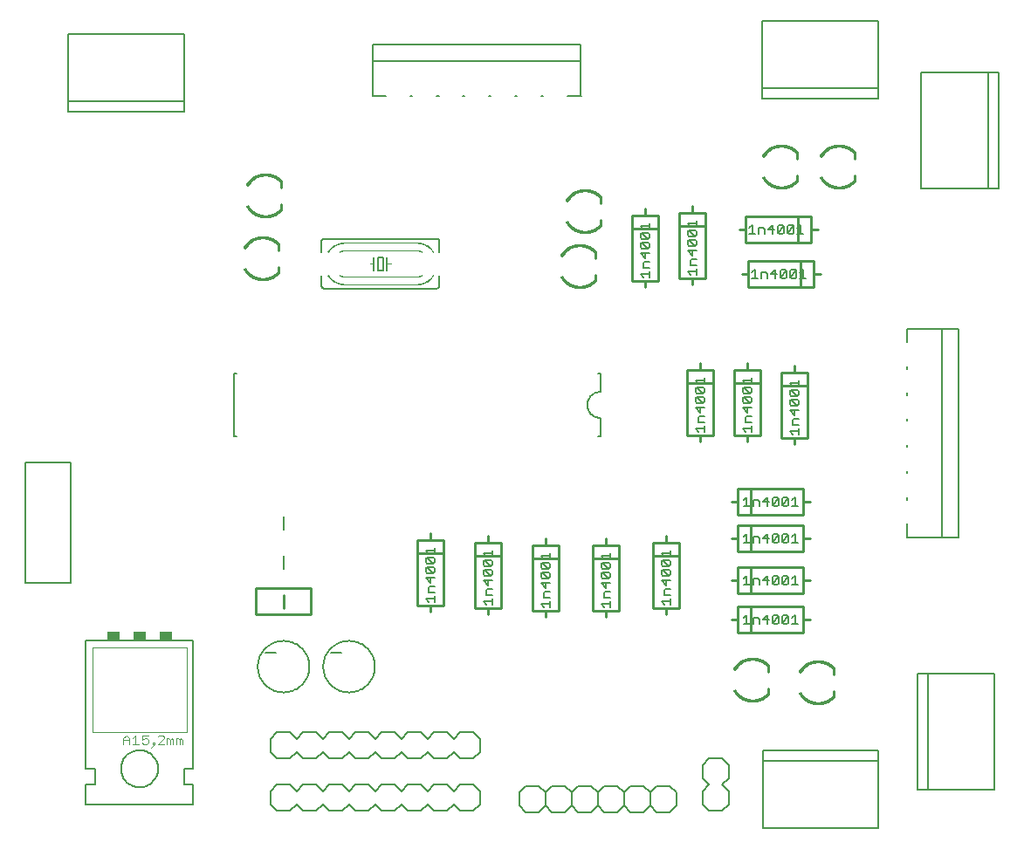
<source format=gto>
G75*
G70*
%OFA0B0*%
%FSLAX24Y24*%
%IPPOS*%
%LPD*%
%AMOC8*
5,1,8,0,0,1.08239X$1,22.5*
%
%ADD10C,0.0080*%
%ADD11C,0.0001*%
%ADD12C,0.0060*%
%ADD13C,0.0020*%
%ADD14C,0.0040*%
%ADD15R,0.0500X0.0350*%
%ADD16C,0.0100*%
%ADD17C,0.0050*%
%ADD18C,0.0010*%
D10*
X011101Y001351D02*
X011351Y001101D01*
X011851Y001101D01*
X012101Y001351D01*
X012351Y001101D01*
X012851Y001101D01*
X013101Y001351D01*
X013351Y001101D01*
X013851Y001101D01*
X014101Y001351D01*
X014351Y001101D01*
X014851Y001101D01*
X015101Y001351D01*
X015351Y001101D01*
X015851Y001101D01*
X016101Y001351D01*
X016351Y001101D01*
X016851Y001101D01*
X017101Y001351D01*
X017351Y001101D01*
X017851Y001101D01*
X018101Y001351D01*
X018351Y001101D01*
X018851Y001101D01*
X019101Y001351D01*
X019101Y001851D01*
X018851Y002101D01*
X018351Y002101D01*
X018101Y001851D01*
X017851Y002101D01*
X017351Y002101D01*
X017101Y001851D01*
X016851Y002101D01*
X016351Y002101D01*
X016101Y001851D01*
X015851Y002101D01*
X015351Y002101D01*
X015101Y001851D01*
X014851Y002101D01*
X014351Y002101D01*
X014101Y001851D01*
X013851Y002101D01*
X013351Y002101D01*
X013101Y001851D01*
X012851Y002101D01*
X012351Y002101D01*
X012101Y001851D01*
X011851Y002101D01*
X011351Y002101D01*
X011101Y001851D01*
X011101Y001351D01*
X011351Y003101D02*
X011851Y003101D01*
X012101Y003351D01*
X012351Y003101D01*
X012851Y003101D01*
X013101Y003351D01*
X013351Y003101D01*
X013851Y003101D01*
X014101Y003351D01*
X014351Y003101D01*
X014851Y003101D01*
X015101Y003351D01*
X015351Y003101D01*
X015851Y003101D01*
X016101Y003351D01*
X016351Y003101D01*
X016851Y003101D01*
X017101Y003351D01*
X017351Y003101D01*
X017851Y003101D01*
X018101Y003351D01*
X018351Y003101D01*
X018851Y003101D01*
X019101Y003351D01*
X019101Y003851D01*
X018851Y004101D01*
X018351Y004101D01*
X018101Y003851D01*
X017851Y004101D01*
X017351Y004101D01*
X017101Y003851D01*
X016851Y004101D01*
X016351Y004101D01*
X016101Y003851D01*
X015851Y004101D01*
X015351Y004101D01*
X015101Y003851D01*
X014851Y004101D01*
X014351Y004101D01*
X014101Y003851D01*
X013851Y004101D01*
X013351Y004101D01*
X013101Y003851D01*
X012851Y004101D01*
X012351Y004101D01*
X012101Y003851D01*
X011851Y004101D01*
X011351Y004101D01*
X011101Y003851D01*
X011101Y003351D01*
X011351Y003101D01*
X010617Y006601D02*
X010619Y006663D01*
X010625Y006726D01*
X010635Y006787D01*
X010649Y006848D01*
X010666Y006908D01*
X010687Y006967D01*
X010713Y007024D01*
X010741Y007079D01*
X010773Y007133D01*
X010809Y007184D01*
X010847Y007234D01*
X010889Y007280D01*
X010933Y007324D01*
X010981Y007365D01*
X011030Y007403D01*
X011082Y007437D01*
X011136Y007468D01*
X011192Y007496D01*
X011250Y007520D01*
X011309Y007541D01*
X011369Y007557D01*
X011430Y007570D01*
X011492Y007579D01*
X011554Y007584D01*
X011617Y007585D01*
X011679Y007582D01*
X011741Y007575D01*
X011803Y007564D01*
X011863Y007549D01*
X011923Y007531D01*
X011981Y007509D01*
X012038Y007483D01*
X012093Y007453D01*
X012146Y007420D01*
X012197Y007384D01*
X012245Y007345D01*
X012291Y007302D01*
X012334Y007257D01*
X012374Y007209D01*
X012411Y007159D01*
X012445Y007106D01*
X012476Y007052D01*
X012502Y006996D01*
X012526Y006938D01*
X012545Y006878D01*
X012561Y006818D01*
X012573Y006756D01*
X012581Y006695D01*
X012585Y006632D01*
X012585Y006570D01*
X012581Y006507D01*
X012573Y006446D01*
X012561Y006384D01*
X012545Y006324D01*
X012526Y006264D01*
X012502Y006206D01*
X012476Y006150D01*
X012445Y006096D01*
X012411Y006043D01*
X012374Y005993D01*
X012334Y005945D01*
X012291Y005900D01*
X012245Y005857D01*
X012197Y005818D01*
X012146Y005782D01*
X012093Y005749D01*
X012038Y005719D01*
X011981Y005693D01*
X011923Y005671D01*
X011863Y005653D01*
X011803Y005638D01*
X011741Y005627D01*
X011679Y005620D01*
X011617Y005617D01*
X011554Y005618D01*
X011492Y005623D01*
X011430Y005632D01*
X011369Y005645D01*
X011309Y005661D01*
X011250Y005682D01*
X011192Y005706D01*
X011136Y005734D01*
X011082Y005765D01*
X011030Y005799D01*
X010981Y005837D01*
X010933Y005878D01*
X010889Y005922D01*
X010847Y005968D01*
X010809Y006018D01*
X010773Y006069D01*
X010741Y006123D01*
X010713Y006178D01*
X010687Y006235D01*
X010666Y006294D01*
X010649Y006354D01*
X010635Y006415D01*
X010625Y006476D01*
X010619Y006539D01*
X010617Y006601D01*
X010901Y007151D02*
X011301Y007151D01*
X013401Y007151D02*
X013801Y007151D01*
X013117Y006601D02*
X013119Y006663D01*
X013125Y006726D01*
X013135Y006787D01*
X013149Y006848D01*
X013166Y006908D01*
X013187Y006967D01*
X013213Y007024D01*
X013241Y007079D01*
X013273Y007133D01*
X013309Y007184D01*
X013347Y007234D01*
X013389Y007280D01*
X013433Y007324D01*
X013481Y007365D01*
X013530Y007403D01*
X013582Y007437D01*
X013636Y007468D01*
X013692Y007496D01*
X013750Y007520D01*
X013809Y007541D01*
X013869Y007557D01*
X013930Y007570D01*
X013992Y007579D01*
X014054Y007584D01*
X014117Y007585D01*
X014179Y007582D01*
X014241Y007575D01*
X014303Y007564D01*
X014363Y007549D01*
X014423Y007531D01*
X014481Y007509D01*
X014538Y007483D01*
X014593Y007453D01*
X014646Y007420D01*
X014697Y007384D01*
X014745Y007345D01*
X014791Y007302D01*
X014834Y007257D01*
X014874Y007209D01*
X014911Y007159D01*
X014945Y007106D01*
X014976Y007052D01*
X015002Y006996D01*
X015026Y006938D01*
X015045Y006878D01*
X015061Y006818D01*
X015073Y006756D01*
X015081Y006695D01*
X015085Y006632D01*
X015085Y006570D01*
X015081Y006507D01*
X015073Y006446D01*
X015061Y006384D01*
X015045Y006324D01*
X015026Y006264D01*
X015002Y006206D01*
X014976Y006150D01*
X014945Y006096D01*
X014911Y006043D01*
X014874Y005993D01*
X014834Y005945D01*
X014791Y005900D01*
X014745Y005857D01*
X014697Y005818D01*
X014646Y005782D01*
X014593Y005749D01*
X014538Y005719D01*
X014481Y005693D01*
X014423Y005671D01*
X014363Y005653D01*
X014303Y005638D01*
X014241Y005627D01*
X014179Y005620D01*
X014117Y005617D01*
X014054Y005618D01*
X013992Y005623D01*
X013930Y005632D01*
X013869Y005645D01*
X013809Y005661D01*
X013750Y005682D01*
X013692Y005706D01*
X013636Y005734D01*
X013582Y005765D01*
X013530Y005799D01*
X013481Y005837D01*
X013433Y005878D01*
X013389Y005922D01*
X013347Y005968D01*
X013309Y006018D01*
X013273Y006069D01*
X013241Y006123D01*
X013213Y006178D01*
X013187Y006235D01*
X013166Y006294D01*
X013149Y006354D01*
X013135Y006415D01*
X013125Y006476D01*
X013119Y006539D01*
X013117Y006601D01*
X011601Y010351D02*
X011601Y010851D01*
X011601Y011851D02*
X011601Y012351D01*
X009801Y015401D02*
X009701Y015401D01*
X009701Y017801D01*
X009801Y017801D01*
X003457Y014390D02*
X003457Y009811D01*
X001744Y009811D01*
X001744Y014390D01*
X003457Y014390D01*
X003380Y027802D02*
X003380Y028195D01*
X007790Y028195D01*
X007790Y027802D01*
X003380Y027802D01*
X003380Y028195D02*
X003380Y030754D01*
X007790Y030754D01*
X007790Y028195D01*
X015001Y028401D02*
X015001Y029739D01*
X022954Y029739D01*
X022954Y028401D01*
X022957Y028405D02*
X022446Y028405D01*
X021520Y028405D02*
X021442Y028405D01*
X020517Y028405D02*
X020438Y028405D01*
X019513Y028405D02*
X019434Y028405D01*
X018509Y028405D02*
X018430Y028405D01*
X017524Y028405D02*
X017446Y028405D01*
X016520Y028405D02*
X016442Y028405D01*
X015517Y028405D02*
X015005Y028405D01*
X015001Y029739D02*
X015001Y030369D01*
X022954Y030369D01*
X022954Y029739D01*
X029880Y028695D02*
X029880Y028302D01*
X034290Y028302D01*
X034290Y028695D01*
X029880Y028695D01*
X029880Y031254D01*
X034290Y031254D01*
X034290Y028695D01*
X035947Y029290D02*
X038506Y029290D01*
X038506Y024880D01*
X035947Y024880D01*
X035947Y029290D01*
X038506Y029290D02*
X038900Y029290D01*
X038900Y024880D01*
X038506Y024880D01*
X037369Y019501D02*
X036739Y019501D01*
X036739Y011548D01*
X035401Y011548D01*
X035405Y011544D02*
X035405Y012056D01*
X035405Y012981D02*
X035405Y013060D01*
X035405Y013985D02*
X035405Y014064D01*
X035405Y014989D02*
X035405Y015068D01*
X035405Y015993D02*
X035405Y016072D01*
X035405Y016977D02*
X035405Y017056D01*
X035405Y017981D02*
X035405Y018060D01*
X035405Y018985D02*
X035405Y019497D01*
X035401Y019501D02*
X036739Y019501D01*
X037369Y019501D02*
X037369Y011548D01*
X036739Y011548D01*
X036195Y006321D02*
X035802Y006321D01*
X035802Y001912D01*
X036195Y001912D01*
X036195Y006321D01*
X038754Y006321D01*
X038754Y001912D01*
X036195Y001912D01*
X034321Y003006D02*
X034321Y000447D01*
X029912Y000447D01*
X029912Y003006D01*
X034321Y003006D01*
X034321Y003400D01*
X029912Y003400D01*
X029912Y003006D01*
X028601Y002851D02*
X028601Y002351D01*
X028351Y002101D01*
X028601Y001851D01*
X028601Y001351D01*
X028351Y001101D01*
X027851Y001101D01*
X027601Y001351D01*
X027601Y001851D01*
X027851Y002101D01*
X027601Y002351D01*
X027601Y002851D01*
X027851Y003101D01*
X028351Y003101D01*
X028601Y002851D01*
X026601Y001801D02*
X026601Y001301D01*
X026351Y001051D01*
X025851Y001051D01*
X025601Y001301D01*
X025601Y001801D01*
X025851Y002051D01*
X026351Y002051D01*
X026601Y001801D01*
X025601Y001801D02*
X025351Y002051D01*
X024851Y002051D01*
X024601Y001801D01*
X024601Y001301D01*
X024351Y001051D01*
X023851Y001051D01*
X023601Y001301D01*
X023601Y001801D01*
X023851Y002051D01*
X024351Y002051D01*
X024601Y001801D01*
X024601Y001301D02*
X024851Y001051D01*
X025351Y001051D01*
X025601Y001301D01*
X023601Y001301D02*
X023351Y001051D01*
X022851Y001051D01*
X022601Y001301D01*
X022601Y001801D01*
X022851Y002051D01*
X023351Y002051D01*
X023601Y001801D01*
X022601Y001801D02*
X022351Y002051D01*
X021851Y002051D01*
X021601Y001801D01*
X021601Y001301D01*
X021351Y001051D01*
X020851Y001051D01*
X020601Y001301D01*
X020601Y001801D01*
X020851Y002051D01*
X021351Y002051D01*
X021601Y001801D01*
X021601Y001301D02*
X021851Y001051D01*
X022351Y001051D01*
X022601Y001301D01*
X023601Y015401D02*
X023701Y015401D01*
X023701Y016101D01*
X023657Y016103D01*
X023614Y016109D01*
X023572Y016118D01*
X023530Y016131D01*
X023490Y016148D01*
X023451Y016168D01*
X023414Y016191D01*
X023380Y016218D01*
X023347Y016247D01*
X023318Y016280D01*
X023291Y016314D01*
X023268Y016351D01*
X023248Y016390D01*
X023231Y016430D01*
X023218Y016472D01*
X023209Y016514D01*
X023203Y016557D01*
X023201Y016601D01*
X023203Y016645D01*
X023209Y016688D01*
X023218Y016730D01*
X023231Y016772D01*
X023248Y016812D01*
X023268Y016851D01*
X023291Y016888D01*
X023318Y016922D01*
X023347Y016955D01*
X023380Y016984D01*
X023414Y017011D01*
X023451Y017034D01*
X023490Y017054D01*
X023530Y017071D01*
X023572Y017084D01*
X023614Y017093D01*
X023657Y017099D01*
X023701Y017101D01*
X023701Y017801D01*
X023601Y017801D01*
D11*
X016872Y022460D02*
X016864Y022443D01*
X016865Y022443D02*
X016831Y022458D01*
X016796Y022470D01*
X016761Y022480D01*
X016725Y022486D01*
X016688Y022491D01*
X016651Y022492D01*
X016651Y022510D01*
X016651Y022511D01*
X016690Y022510D01*
X016728Y022505D01*
X016765Y022498D01*
X016802Y022488D01*
X016838Y022476D01*
X016873Y022460D01*
X016872Y022459D01*
X016838Y022475D01*
X016802Y022487D01*
X016765Y022497D01*
X016727Y022504D01*
X016690Y022509D01*
X016651Y022510D01*
X016651Y022509D01*
X016689Y022508D01*
X016727Y022503D01*
X016765Y022496D01*
X016801Y022486D01*
X016837Y022474D01*
X016872Y022458D01*
X016837Y022473D01*
X016801Y022485D01*
X016764Y022495D01*
X016727Y022502D01*
X016689Y022507D01*
X016651Y022508D01*
X016651Y022507D01*
X016689Y022506D01*
X016727Y022501D01*
X016764Y022494D01*
X016801Y022484D01*
X016836Y022472D01*
X016871Y022457D01*
X016871Y022456D01*
X016836Y022471D01*
X016800Y022483D01*
X016764Y022493D01*
X016727Y022500D01*
X016689Y022505D01*
X016651Y022506D01*
X016651Y022505D01*
X016689Y022504D01*
X016727Y022499D01*
X016764Y022492D01*
X016800Y022482D01*
X016836Y022470D01*
X016870Y022455D01*
X016870Y022454D01*
X016835Y022469D01*
X016800Y022481D01*
X016763Y022491D01*
X016727Y022498D01*
X016689Y022503D01*
X016651Y022504D01*
X016651Y022503D01*
X016689Y022502D01*
X016726Y022497D01*
X016763Y022490D01*
X016800Y022481D01*
X016835Y022468D01*
X016869Y022453D01*
X016869Y022452D01*
X016835Y022467D01*
X016799Y022480D01*
X016763Y022489D01*
X016726Y022496D01*
X016689Y022501D01*
X016651Y022502D01*
X016651Y022501D01*
X016689Y022500D01*
X016726Y022495D01*
X016763Y022488D01*
X016799Y022479D01*
X016834Y022466D01*
X016869Y022451D01*
X016868Y022450D01*
X016834Y022465D01*
X016799Y022478D01*
X016763Y022487D01*
X016726Y022494D01*
X016689Y022499D01*
X016651Y022500D01*
X016651Y022499D01*
X016689Y022498D01*
X016726Y022493D01*
X016762Y022486D01*
X016798Y022477D01*
X016833Y022464D01*
X016868Y022449D01*
X016867Y022449D01*
X016833Y022463D01*
X016798Y022476D01*
X016762Y022485D01*
X016726Y022492D01*
X016689Y022497D01*
X016651Y022498D01*
X016651Y022497D01*
X016689Y022496D01*
X016725Y022491D01*
X016762Y022484D01*
X016798Y022475D01*
X016833Y022462D01*
X016867Y022448D01*
X016866Y022447D01*
X016832Y022462D01*
X016797Y022474D01*
X016762Y022483D01*
X016725Y022490D01*
X016689Y022495D01*
X016651Y022496D01*
X016651Y022495D01*
X016688Y022494D01*
X016725Y022489D01*
X016761Y022482D01*
X016797Y022473D01*
X016832Y022461D01*
X016866Y022446D01*
X016865Y022445D01*
X016832Y022460D01*
X016797Y022472D01*
X016761Y022482D01*
X016725Y022488D01*
X016688Y022493D01*
X016651Y022494D01*
X016651Y022493D01*
X016688Y022492D01*
X016725Y022487D01*
X016761Y022481D01*
X016797Y022471D01*
X016831Y022459D01*
X016865Y022444D01*
X016651Y021492D02*
X016651Y021511D01*
X016651Y021510D02*
X016688Y021511D01*
X016725Y021516D01*
X016761Y021522D01*
X016796Y021532D01*
X016831Y021544D01*
X016865Y021559D01*
X016872Y021542D01*
X016873Y021542D01*
X016838Y021526D01*
X016802Y021514D01*
X016765Y021504D01*
X016728Y021497D01*
X016690Y021492D01*
X016651Y021491D01*
X016651Y021492D01*
X016690Y021493D01*
X016727Y021498D01*
X016765Y021505D01*
X016802Y021515D01*
X016838Y021527D01*
X016872Y021543D01*
X016872Y021544D01*
X016837Y021528D01*
X016801Y021516D01*
X016765Y021506D01*
X016727Y021499D01*
X016689Y021494D01*
X016651Y021493D01*
X016651Y021494D01*
X016689Y021495D01*
X016727Y021500D01*
X016764Y021507D01*
X016801Y021517D01*
X016837Y021529D01*
X016872Y021544D01*
X016871Y021545D01*
X016836Y021530D01*
X016801Y021518D01*
X016764Y021508D01*
X016727Y021501D01*
X016689Y021496D01*
X016651Y021495D01*
X016651Y021496D01*
X016689Y021497D01*
X016727Y021502D01*
X016764Y021509D01*
X016800Y021519D01*
X016836Y021531D01*
X016871Y021546D01*
X016870Y021547D01*
X016836Y021532D01*
X016800Y021520D01*
X016764Y021510D01*
X016727Y021503D01*
X016689Y021498D01*
X016651Y021497D01*
X016651Y021498D01*
X016689Y021499D01*
X016727Y021504D01*
X016763Y021511D01*
X016800Y021521D01*
X016835Y021533D01*
X016870Y021548D01*
X016869Y021549D01*
X016835Y021534D01*
X016800Y021521D01*
X016763Y021512D01*
X016726Y021505D01*
X016689Y021500D01*
X016651Y021499D01*
X016651Y021500D01*
X016689Y021501D01*
X016726Y021506D01*
X016763Y021513D01*
X016799Y021522D01*
X016835Y021535D01*
X016869Y021550D01*
X016869Y021551D01*
X016834Y021536D01*
X016799Y021523D01*
X016763Y021514D01*
X016726Y021507D01*
X016689Y021502D01*
X016651Y021501D01*
X016651Y021502D01*
X016689Y021503D01*
X016726Y021508D01*
X016763Y021515D01*
X016799Y021524D01*
X016834Y021537D01*
X016868Y021552D01*
X016868Y021553D01*
X016833Y021538D01*
X016798Y021525D01*
X016762Y021516D01*
X016726Y021509D01*
X016689Y021504D01*
X016651Y021503D01*
X016651Y021504D01*
X016689Y021505D01*
X016726Y021510D01*
X016762Y021517D01*
X016798Y021526D01*
X016833Y021539D01*
X016867Y021553D01*
X016867Y021554D01*
X016833Y021540D01*
X016798Y021527D01*
X016762Y021518D01*
X016725Y021511D01*
X016689Y021506D01*
X016651Y021505D01*
X016651Y021506D01*
X016689Y021507D01*
X016725Y021512D01*
X016762Y021519D01*
X016797Y021528D01*
X016832Y021540D01*
X016866Y021555D01*
X016866Y021556D01*
X016832Y021541D01*
X016797Y021529D01*
X016761Y021520D01*
X016725Y021513D01*
X016688Y021508D01*
X016651Y021507D01*
X016651Y021508D01*
X016688Y021509D01*
X016725Y021514D01*
X016761Y021520D01*
X016797Y021530D01*
X016832Y021542D01*
X016865Y021557D01*
X016865Y021558D01*
X016831Y021543D01*
X016797Y021531D01*
X016761Y021521D01*
X016725Y021515D01*
X016688Y021510D01*
X016651Y021509D01*
X016651Y021192D02*
X016651Y021211D01*
X016652Y021210D02*
X016706Y021212D01*
X016761Y021218D01*
X016815Y021227D01*
X016868Y021240D01*
X016921Y021257D01*
X016972Y021278D01*
X017021Y021302D01*
X017069Y021329D01*
X017114Y021360D01*
X017158Y021394D01*
X017199Y021430D01*
X017237Y021469D01*
X017272Y021511D01*
X017305Y021556D01*
X017320Y021545D01*
X017287Y021500D01*
X017251Y021457D01*
X017212Y021416D01*
X017170Y021379D01*
X017125Y021344D01*
X017079Y021313D01*
X017030Y021285D01*
X016979Y021261D01*
X016927Y021240D01*
X016874Y021222D01*
X016819Y021209D01*
X016764Y021199D01*
X016708Y021193D01*
X016652Y021191D01*
X016652Y021192D01*
X016708Y021194D01*
X016764Y021200D01*
X016819Y021210D01*
X016873Y021223D01*
X016927Y021240D01*
X016979Y021261D01*
X017029Y021286D01*
X017078Y021314D01*
X017125Y021345D01*
X017169Y021380D01*
X017211Y021417D01*
X017250Y021457D01*
X017286Y021500D01*
X017320Y021546D01*
X017319Y021546D01*
X017286Y021501D01*
X017249Y021458D01*
X017210Y021418D01*
X017168Y021380D01*
X017124Y021346D01*
X017078Y021315D01*
X017029Y021287D01*
X016978Y021262D01*
X016926Y021241D01*
X016873Y021224D01*
X016819Y021211D01*
X016763Y021201D01*
X016708Y021195D01*
X016652Y021193D01*
X016652Y021194D01*
X016708Y021196D01*
X016763Y021202D01*
X016818Y021212D01*
X016873Y021225D01*
X016926Y021242D01*
X016978Y021263D01*
X017028Y021288D01*
X017077Y021316D01*
X017124Y021347D01*
X017168Y021381D01*
X017210Y021419D01*
X017249Y021459D01*
X017285Y021502D01*
X017318Y021547D01*
X017317Y021547D01*
X017284Y021502D01*
X017248Y021459D01*
X017209Y021419D01*
X017167Y021382D01*
X017123Y021348D01*
X017077Y021316D01*
X017028Y021289D01*
X016978Y021264D01*
X016926Y021243D01*
X016873Y021226D01*
X016818Y021213D01*
X016763Y021203D01*
X016707Y021197D01*
X016652Y021195D01*
X016652Y021196D01*
X016707Y021198D01*
X016763Y021204D01*
X016818Y021214D01*
X016872Y021227D01*
X016925Y021244D01*
X016977Y021265D01*
X017028Y021289D01*
X017076Y021317D01*
X017122Y021348D01*
X017167Y021383D01*
X017208Y021420D01*
X017247Y021460D01*
X017283Y021503D01*
X017316Y021548D01*
X017315Y021548D01*
X017282Y021503D01*
X017246Y021461D01*
X017208Y021421D01*
X017166Y021384D01*
X017122Y021349D01*
X017075Y021318D01*
X017027Y021290D01*
X016977Y021266D01*
X016925Y021245D01*
X016872Y021228D01*
X016818Y021214D01*
X016763Y021205D01*
X016707Y021199D01*
X016652Y021197D01*
X016652Y021198D01*
X016707Y021200D01*
X016763Y021206D01*
X016818Y021215D01*
X016872Y021229D01*
X016925Y021246D01*
X016976Y021267D01*
X017027Y021291D01*
X017075Y021319D01*
X017121Y021350D01*
X017165Y021384D01*
X017207Y021421D01*
X017246Y021461D01*
X017282Y021504D01*
X017315Y021549D01*
X017314Y021549D01*
X017281Y021505D01*
X017245Y021462D01*
X017206Y021422D01*
X017165Y021385D01*
X017121Y021351D01*
X017074Y021320D01*
X017026Y021292D01*
X016976Y021268D01*
X016924Y021247D01*
X016871Y021230D01*
X016817Y021216D01*
X016763Y021207D01*
X016707Y021201D01*
X016652Y021199D01*
X016652Y021200D01*
X016707Y021202D01*
X016762Y021208D01*
X016817Y021217D01*
X016871Y021231D01*
X016924Y021248D01*
X016976Y021269D01*
X017026Y021293D01*
X017074Y021321D01*
X017120Y021352D01*
X017164Y021386D01*
X017205Y021423D01*
X017244Y021463D01*
X017280Y021505D01*
X017313Y021550D01*
X017312Y021551D01*
X017279Y021506D01*
X017243Y021463D01*
X017205Y021424D01*
X017163Y021387D01*
X017119Y021353D01*
X017073Y021322D01*
X017025Y021294D01*
X016975Y021270D01*
X016924Y021249D01*
X016871Y021232D01*
X016817Y021218D01*
X016762Y021209D01*
X016707Y021203D01*
X016652Y021201D01*
X016652Y021202D01*
X016707Y021204D01*
X016762Y021210D01*
X016817Y021219D01*
X016871Y021233D01*
X016923Y021250D01*
X016975Y021271D01*
X017025Y021295D01*
X017073Y021322D01*
X017119Y021353D01*
X017163Y021387D01*
X017204Y021424D01*
X017243Y021464D01*
X017279Y021506D01*
X017311Y021551D01*
X017311Y021552D01*
X017278Y021507D01*
X017242Y021465D01*
X017203Y021425D01*
X017162Y021388D01*
X017118Y021354D01*
X017072Y021323D01*
X017024Y021296D01*
X016974Y021271D01*
X016923Y021251D01*
X016870Y021234D01*
X016817Y021220D01*
X016762Y021211D01*
X016707Y021205D01*
X016652Y021203D01*
X016652Y021204D01*
X016707Y021206D01*
X016762Y021212D01*
X016816Y021221D01*
X016870Y021235D01*
X016923Y021252D01*
X016974Y021272D01*
X017024Y021297D01*
X017072Y021324D01*
X017118Y021355D01*
X017161Y021389D01*
X017203Y021426D01*
X017241Y021465D01*
X017277Y021508D01*
X017310Y021552D01*
X017309Y021553D01*
X017276Y021508D01*
X017241Y021466D01*
X017202Y021427D01*
X017161Y021390D01*
X017117Y021356D01*
X017071Y021325D01*
X017023Y021297D01*
X016974Y021273D01*
X016922Y021253D01*
X016870Y021236D01*
X016816Y021222D01*
X016762Y021213D01*
X016707Y021207D01*
X016652Y021205D01*
X016652Y021206D01*
X016707Y021208D01*
X016762Y021214D01*
X016816Y021223D01*
X016870Y021237D01*
X016922Y021254D01*
X016973Y021274D01*
X017023Y021298D01*
X017071Y021326D01*
X017117Y021357D01*
X017160Y021390D01*
X017201Y021427D01*
X017240Y021467D01*
X017275Y021509D01*
X017308Y021553D01*
X017307Y021554D01*
X017275Y021510D01*
X017239Y021467D01*
X017201Y021428D01*
X017160Y021391D01*
X017116Y021357D01*
X017070Y021327D01*
X017022Y021299D01*
X016973Y021275D01*
X016922Y021255D01*
X016869Y021238D01*
X016816Y021224D01*
X016761Y021215D01*
X016707Y021209D01*
X016652Y021207D01*
X016652Y021208D01*
X016707Y021210D01*
X016761Y021216D01*
X016816Y021225D01*
X016869Y021239D01*
X016921Y021256D01*
X016972Y021276D01*
X017022Y021300D01*
X017070Y021328D01*
X017115Y021358D01*
X017159Y021392D01*
X017200Y021429D01*
X017238Y021468D01*
X017274Y021510D01*
X017306Y021555D01*
X017273Y021511D01*
X017238Y021469D01*
X017199Y021429D01*
X017158Y021393D01*
X017115Y021359D01*
X017069Y021328D01*
X017021Y021301D01*
X016972Y021277D01*
X016921Y021256D01*
X016869Y021240D01*
X016815Y021226D01*
X016761Y021217D01*
X016706Y021211D01*
X016652Y021209D01*
X017320Y022457D02*
X017304Y022446D01*
X017305Y022446D02*
X017272Y022491D01*
X017237Y022533D01*
X017198Y022572D01*
X017158Y022609D01*
X017114Y022642D01*
X017069Y022673D01*
X017021Y022700D01*
X016972Y022724D01*
X016921Y022745D01*
X016868Y022762D01*
X016815Y022775D01*
X016761Y022784D01*
X016706Y022790D01*
X016651Y022792D01*
X016651Y022810D01*
X016651Y022811D01*
X016708Y022809D01*
X016764Y022803D01*
X016819Y022793D01*
X016874Y022780D01*
X016927Y022762D01*
X016979Y022742D01*
X017030Y022717D01*
X017079Y022689D01*
X017125Y022658D01*
X017170Y022623D01*
X017212Y022586D01*
X017251Y022545D01*
X017287Y022502D01*
X017320Y022457D01*
X017320Y022456D01*
X017286Y022502D01*
X017250Y022545D01*
X017211Y022585D01*
X017169Y022622D01*
X017125Y022657D01*
X017078Y022688D01*
X017029Y022716D01*
X016979Y022741D01*
X016927Y022762D01*
X016873Y022779D01*
X016819Y022792D01*
X016763Y022802D01*
X016708Y022808D01*
X016651Y022810D01*
X016651Y022809D01*
X016708Y022807D01*
X016763Y022801D01*
X016819Y022791D01*
X016873Y022778D01*
X016926Y022761D01*
X016978Y022740D01*
X017029Y022715D01*
X017078Y022687D01*
X017124Y022656D01*
X017168Y022622D01*
X017210Y022584D01*
X017249Y022544D01*
X017286Y022501D01*
X017319Y022456D01*
X017318Y022455D01*
X017285Y022501D01*
X017249Y022543D01*
X017210Y022583D01*
X017168Y022621D01*
X017124Y022655D01*
X017077Y022686D01*
X017028Y022714D01*
X016978Y022739D01*
X016926Y022760D01*
X016873Y022777D01*
X016818Y022790D01*
X016763Y022800D01*
X016707Y022806D01*
X016651Y022808D01*
X016651Y022807D01*
X016707Y022805D01*
X016763Y022799D01*
X016818Y022789D01*
X016872Y022776D01*
X016926Y022759D01*
X016978Y022738D01*
X017028Y022713D01*
X017076Y022686D01*
X017123Y022654D01*
X017167Y022620D01*
X017209Y022583D01*
X017248Y022543D01*
X017284Y022500D01*
X017317Y022455D01*
X017316Y022454D01*
X017283Y022499D01*
X017247Y022542D01*
X017208Y022582D01*
X017167Y022619D01*
X017122Y022654D01*
X017076Y022685D01*
X017028Y022713D01*
X016977Y022737D01*
X016925Y022758D01*
X016872Y022775D01*
X016818Y022788D01*
X016763Y022798D01*
X016707Y022804D01*
X016651Y022806D01*
X016651Y022805D01*
X016707Y022803D01*
X016763Y022797D01*
X016818Y022788D01*
X016872Y022774D01*
X016925Y022757D01*
X016977Y022736D01*
X017027Y022712D01*
X017075Y022684D01*
X017122Y022653D01*
X017166Y022619D01*
X017207Y022581D01*
X017246Y022541D01*
X017282Y022499D01*
X017315Y022454D01*
X017315Y022453D01*
X017282Y022498D01*
X017246Y022541D01*
X017207Y022581D01*
X017165Y022618D01*
X017121Y022652D01*
X017075Y022683D01*
X017027Y022711D01*
X016976Y022735D01*
X016925Y022756D01*
X016872Y022773D01*
X016818Y022787D01*
X016763Y022796D01*
X016707Y022802D01*
X016651Y022804D01*
X016651Y022803D01*
X016707Y022801D01*
X016763Y022795D01*
X016817Y022786D01*
X016871Y022772D01*
X016924Y022755D01*
X016976Y022734D01*
X017026Y022710D01*
X017074Y022682D01*
X017121Y022651D01*
X017165Y022617D01*
X017206Y022580D01*
X017245Y022540D01*
X017281Y022497D01*
X017314Y022453D01*
X017313Y022452D01*
X017280Y022497D01*
X017244Y022539D01*
X017205Y022579D01*
X017164Y022616D01*
X017120Y022650D01*
X017074Y022681D01*
X017026Y022709D01*
X016976Y022733D01*
X016924Y022754D01*
X016871Y022771D01*
X016817Y022785D01*
X016762Y022794D01*
X016707Y022800D01*
X016651Y022802D01*
X016651Y022801D01*
X016707Y022799D01*
X016762Y022793D01*
X016817Y022784D01*
X016871Y022770D01*
X016924Y022753D01*
X016975Y022732D01*
X017025Y022708D01*
X017073Y022680D01*
X017119Y022649D01*
X017163Y022615D01*
X017205Y022578D01*
X017243Y022539D01*
X017279Y022496D01*
X017312Y022451D01*
X017311Y022451D01*
X017279Y022496D01*
X017243Y022538D01*
X017204Y022578D01*
X017163Y022615D01*
X017119Y022649D01*
X017073Y022680D01*
X017025Y022707D01*
X016975Y022731D01*
X016923Y022752D01*
X016871Y022769D01*
X016817Y022783D01*
X016762Y022792D01*
X016707Y022798D01*
X016651Y022800D01*
X016651Y022799D01*
X016707Y022797D01*
X016762Y022791D01*
X016817Y022782D01*
X016870Y022768D01*
X016923Y022751D01*
X016974Y022731D01*
X017024Y022706D01*
X017072Y022679D01*
X017118Y022648D01*
X017162Y022614D01*
X017203Y022577D01*
X017242Y022537D01*
X017278Y022495D01*
X017311Y022450D01*
X017310Y022450D01*
X017277Y022494D01*
X017241Y022537D01*
X017203Y022576D01*
X017161Y022613D01*
X017118Y022647D01*
X017072Y022678D01*
X017024Y022705D01*
X016974Y022730D01*
X016923Y022750D01*
X016870Y022767D01*
X016816Y022781D01*
X016762Y022790D01*
X016707Y022796D01*
X016651Y022798D01*
X016651Y022797D01*
X016707Y022795D01*
X016762Y022789D01*
X016816Y022780D01*
X016870Y022766D01*
X016922Y022749D01*
X016974Y022729D01*
X017023Y022705D01*
X017071Y022677D01*
X017117Y022646D01*
X017161Y022612D01*
X017202Y022576D01*
X017240Y022536D01*
X017276Y022494D01*
X017309Y022449D01*
X017308Y022449D01*
X017275Y022493D01*
X017240Y022535D01*
X017201Y022575D01*
X017160Y022612D01*
X017117Y022645D01*
X017071Y022676D01*
X017023Y022704D01*
X016973Y022728D01*
X016922Y022748D01*
X016869Y022765D01*
X016816Y022779D01*
X016762Y022788D01*
X016707Y022794D01*
X016651Y022796D01*
X016651Y022795D01*
X016707Y022793D01*
X016761Y022787D01*
X016816Y022778D01*
X016869Y022764D01*
X016922Y022747D01*
X016973Y022727D01*
X017022Y022703D01*
X017070Y022675D01*
X017116Y022645D01*
X017159Y022611D01*
X017201Y022574D01*
X017239Y022535D01*
X017275Y022492D01*
X017307Y022448D01*
X017306Y022447D01*
X017274Y022492D01*
X017238Y022534D01*
X017200Y022573D01*
X017159Y022610D01*
X017115Y022644D01*
X017070Y022674D01*
X017022Y022702D01*
X016972Y022726D01*
X016921Y022747D01*
X016869Y022763D01*
X016815Y022777D01*
X016761Y022786D01*
X016707Y022792D01*
X016651Y022794D01*
X016651Y022793D01*
X016706Y022791D01*
X016761Y022785D01*
X016815Y022776D01*
X016869Y022763D01*
X016921Y022746D01*
X016972Y022725D01*
X017021Y022701D01*
X017069Y022674D01*
X017115Y022643D01*
X017158Y022609D01*
X017199Y022573D01*
X017238Y022533D01*
X017273Y022491D01*
X017306Y022447D01*
X013951Y022810D02*
X013951Y022791D01*
X013950Y022792D02*
X013896Y022790D01*
X013841Y022784D01*
X013787Y022775D01*
X013734Y022762D01*
X013681Y022745D01*
X013630Y022724D01*
X013581Y022700D01*
X013533Y022673D01*
X013488Y022642D01*
X013444Y022609D01*
X013403Y022572D01*
X013365Y022533D01*
X013330Y022491D01*
X013297Y022446D01*
X013282Y022457D01*
X013315Y022502D01*
X013351Y022545D01*
X013390Y022586D01*
X013432Y022623D01*
X013477Y022658D01*
X013523Y022689D01*
X013572Y022717D01*
X013623Y022741D01*
X013675Y022762D01*
X013728Y022780D01*
X013783Y022793D01*
X013838Y022803D01*
X013894Y022809D01*
X013950Y022811D01*
X013950Y022810D01*
X013894Y022808D01*
X013838Y022802D01*
X013783Y022792D01*
X013729Y022779D01*
X013675Y022762D01*
X013623Y022741D01*
X013573Y022716D01*
X013524Y022688D01*
X013477Y022657D01*
X013433Y022622D01*
X013391Y022585D01*
X013352Y022545D01*
X013316Y022502D01*
X013282Y022456D01*
X013283Y022456D01*
X013316Y022501D01*
X013353Y022544D01*
X013392Y022584D01*
X013434Y022622D01*
X013478Y022656D01*
X013524Y022687D01*
X013573Y022715D01*
X013624Y022740D01*
X013676Y022761D01*
X013729Y022778D01*
X013783Y022791D01*
X013839Y022801D01*
X013894Y022807D01*
X013950Y022809D01*
X013950Y022808D01*
X013894Y022806D01*
X013839Y022800D01*
X013784Y022790D01*
X013729Y022777D01*
X013676Y022760D01*
X013624Y022739D01*
X013574Y022714D01*
X013525Y022686D01*
X013478Y022655D01*
X013434Y022621D01*
X013392Y022583D01*
X013353Y022543D01*
X013317Y022501D01*
X013284Y022455D01*
X013285Y022455D01*
X013318Y022500D01*
X013354Y022543D01*
X013393Y022583D01*
X013435Y022620D01*
X013479Y022654D01*
X013525Y022686D01*
X013574Y022713D01*
X013624Y022738D01*
X013676Y022759D01*
X013729Y022776D01*
X013784Y022789D01*
X013839Y022799D01*
X013895Y022805D01*
X013950Y022807D01*
X013950Y022806D01*
X013895Y022804D01*
X013839Y022798D01*
X013784Y022788D01*
X013730Y022775D01*
X013677Y022758D01*
X013625Y022737D01*
X013574Y022713D01*
X013526Y022685D01*
X013480Y022654D01*
X013435Y022619D01*
X013394Y022582D01*
X013355Y022542D01*
X013319Y022499D01*
X013286Y022454D01*
X013287Y022454D01*
X013320Y022499D01*
X013356Y022541D01*
X013394Y022581D01*
X013436Y022618D01*
X013480Y022653D01*
X013527Y022684D01*
X013575Y022712D01*
X013625Y022736D01*
X013677Y022757D01*
X013730Y022774D01*
X013784Y022788D01*
X013839Y022797D01*
X013895Y022803D01*
X013950Y022805D01*
X013950Y022804D01*
X013895Y022802D01*
X013839Y022796D01*
X013784Y022787D01*
X013730Y022773D01*
X013677Y022756D01*
X013626Y022735D01*
X013575Y022711D01*
X013527Y022683D01*
X013481Y022652D01*
X013437Y022618D01*
X013395Y022581D01*
X013356Y022541D01*
X013320Y022498D01*
X013287Y022453D01*
X013288Y022453D01*
X013321Y022497D01*
X013357Y022540D01*
X013396Y022580D01*
X013437Y022617D01*
X013481Y022651D01*
X013528Y022682D01*
X013576Y022710D01*
X013626Y022734D01*
X013678Y022755D01*
X013731Y022772D01*
X013785Y022786D01*
X013839Y022795D01*
X013895Y022801D01*
X013950Y022803D01*
X013950Y022802D01*
X013895Y022800D01*
X013840Y022794D01*
X013785Y022785D01*
X013731Y022771D01*
X013678Y022754D01*
X013626Y022733D01*
X013576Y022709D01*
X013528Y022681D01*
X013482Y022650D01*
X013438Y022616D01*
X013397Y022579D01*
X013358Y022539D01*
X013322Y022497D01*
X013289Y022452D01*
X013290Y022451D01*
X013323Y022496D01*
X013359Y022539D01*
X013397Y022578D01*
X013439Y022615D01*
X013483Y022649D01*
X013529Y022680D01*
X013577Y022708D01*
X013627Y022732D01*
X013678Y022753D01*
X013731Y022770D01*
X013785Y022784D01*
X013840Y022793D01*
X013895Y022799D01*
X013950Y022801D01*
X013950Y022800D01*
X013895Y022798D01*
X013840Y022792D01*
X013785Y022783D01*
X013731Y022769D01*
X013679Y022752D01*
X013627Y022731D01*
X013577Y022707D01*
X013529Y022680D01*
X013483Y022649D01*
X013439Y022615D01*
X013398Y022578D01*
X013359Y022538D01*
X013323Y022496D01*
X013291Y022451D01*
X013291Y022450D01*
X013324Y022495D01*
X013360Y022537D01*
X013399Y022577D01*
X013440Y022614D01*
X013484Y022648D01*
X013530Y022679D01*
X013578Y022706D01*
X013628Y022731D01*
X013679Y022751D01*
X013732Y022768D01*
X013785Y022782D01*
X013840Y022791D01*
X013895Y022797D01*
X013950Y022799D01*
X013950Y022798D01*
X013895Y022796D01*
X013840Y022790D01*
X013786Y022781D01*
X013732Y022767D01*
X013679Y022750D01*
X013628Y022730D01*
X013578Y022705D01*
X013530Y022678D01*
X013484Y022647D01*
X013441Y022613D01*
X013399Y022576D01*
X013361Y022537D01*
X013325Y022494D01*
X013292Y022450D01*
X013293Y022449D01*
X013326Y022494D01*
X013362Y022536D01*
X013400Y022576D01*
X013441Y022612D01*
X013485Y022646D01*
X013531Y022677D01*
X013579Y022705D01*
X013628Y022729D01*
X013680Y022749D01*
X013732Y022766D01*
X013786Y022780D01*
X013840Y022789D01*
X013895Y022795D01*
X013950Y022797D01*
X013950Y022796D01*
X013895Y022794D01*
X013840Y022788D01*
X013786Y022779D01*
X013732Y022765D01*
X013680Y022748D01*
X013629Y022728D01*
X013579Y022704D01*
X013531Y022676D01*
X013485Y022645D01*
X013442Y022612D01*
X013401Y022575D01*
X013362Y022535D01*
X013327Y022493D01*
X013294Y022449D01*
X013295Y022448D01*
X013327Y022492D01*
X013363Y022535D01*
X013401Y022574D01*
X013443Y022611D01*
X013486Y022645D01*
X013532Y022675D01*
X013580Y022703D01*
X013629Y022727D01*
X013680Y022747D01*
X013733Y022764D01*
X013786Y022778D01*
X013841Y022787D01*
X013895Y022793D01*
X013950Y022795D01*
X013950Y022794D01*
X013895Y022792D01*
X013841Y022786D01*
X013786Y022777D01*
X013733Y022763D01*
X013681Y022747D01*
X013630Y022726D01*
X013580Y022702D01*
X013532Y022674D01*
X013487Y022644D01*
X013443Y022610D01*
X013402Y022573D01*
X013364Y022534D01*
X013328Y022492D01*
X013296Y022447D01*
X013329Y022491D01*
X013364Y022533D01*
X013403Y022573D01*
X013444Y022609D01*
X013487Y022643D01*
X013533Y022674D01*
X013581Y022701D01*
X013630Y022725D01*
X013681Y022746D01*
X013733Y022762D01*
X013787Y022776D01*
X013841Y022785D01*
X013896Y022791D01*
X013950Y022793D01*
X013951Y022510D02*
X013951Y022491D01*
X013951Y022492D02*
X013914Y022491D01*
X013877Y022486D01*
X013841Y022480D01*
X013806Y022470D01*
X013771Y022458D01*
X013737Y022443D01*
X013730Y022460D01*
X013729Y022460D01*
X013764Y022476D01*
X013800Y022488D01*
X013837Y022498D01*
X013874Y022505D01*
X013912Y022510D01*
X013951Y022511D01*
X013951Y022510D01*
X013912Y022509D01*
X013875Y022504D01*
X013837Y022497D01*
X013800Y022487D01*
X013764Y022475D01*
X013730Y022459D01*
X013730Y022458D01*
X013765Y022474D01*
X013801Y022486D01*
X013837Y022496D01*
X013875Y022503D01*
X013913Y022508D01*
X013951Y022509D01*
X013951Y022508D01*
X013913Y022507D01*
X013875Y022502D01*
X013838Y022495D01*
X013801Y022485D01*
X013765Y022473D01*
X013730Y022458D01*
X013731Y022457D01*
X013766Y022472D01*
X013801Y022484D01*
X013838Y022494D01*
X013875Y022501D01*
X013913Y022506D01*
X013951Y022507D01*
X013951Y022506D01*
X013913Y022505D01*
X013875Y022500D01*
X013838Y022493D01*
X013802Y022483D01*
X013766Y022471D01*
X013731Y022456D01*
X013732Y022455D01*
X013766Y022470D01*
X013802Y022482D01*
X013838Y022492D01*
X013875Y022499D01*
X013913Y022504D01*
X013951Y022505D01*
X013951Y022504D01*
X013913Y022503D01*
X013875Y022498D01*
X013839Y022491D01*
X013802Y022481D01*
X013767Y022469D01*
X013732Y022454D01*
X013733Y022453D01*
X013767Y022468D01*
X013802Y022481D01*
X013839Y022490D01*
X013876Y022497D01*
X013913Y022502D01*
X013951Y022503D01*
X013951Y022502D01*
X013913Y022501D01*
X013876Y022496D01*
X013839Y022489D01*
X013803Y022480D01*
X013767Y022467D01*
X013733Y022452D01*
X013733Y022451D01*
X013768Y022466D01*
X013803Y022479D01*
X013839Y022488D01*
X013876Y022495D01*
X013913Y022500D01*
X013951Y022501D01*
X013951Y022500D01*
X013913Y022499D01*
X013876Y022494D01*
X013839Y022487D01*
X013803Y022478D01*
X013768Y022465D01*
X013734Y022450D01*
X013734Y022449D01*
X013769Y022464D01*
X013804Y022477D01*
X013840Y022486D01*
X013876Y022493D01*
X013913Y022498D01*
X013951Y022499D01*
X013951Y022498D01*
X013913Y022497D01*
X013876Y022492D01*
X013840Y022485D01*
X013804Y022476D01*
X013769Y022463D01*
X013735Y022449D01*
X013735Y022448D01*
X013769Y022462D01*
X013804Y022475D01*
X013840Y022484D01*
X013877Y022491D01*
X013913Y022496D01*
X013951Y022497D01*
X013951Y022496D01*
X013913Y022495D01*
X013877Y022490D01*
X013840Y022483D01*
X013805Y022474D01*
X013770Y022462D01*
X013736Y022447D01*
X013736Y022446D01*
X013770Y022461D01*
X013805Y022473D01*
X013841Y022482D01*
X013877Y022489D01*
X013914Y022494D01*
X013951Y022495D01*
X013951Y022494D01*
X013914Y022493D01*
X013877Y022488D01*
X013841Y022482D01*
X013805Y022472D01*
X013770Y022460D01*
X013737Y022445D01*
X013737Y022444D01*
X013771Y022459D01*
X013805Y022471D01*
X013841Y022481D01*
X013877Y022487D01*
X013914Y022492D01*
X013951Y022493D01*
X013730Y021542D02*
X013738Y021559D01*
X013737Y021559D02*
X013771Y021544D01*
X013806Y021532D01*
X013841Y021522D01*
X013877Y021516D01*
X013914Y021511D01*
X013951Y021510D01*
X013951Y021492D01*
X013951Y021491D01*
X013912Y021492D01*
X013874Y021497D01*
X013837Y021504D01*
X013800Y021514D01*
X013764Y021526D01*
X013729Y021542D01*
X013730Y021543D01*
X013764Y021527D01*
X013800Y021515D01*
X013837Y021505D01*
X013875Y021498D01*
X013912Y021493D01*
X013951Y021492D01*
X013951Y021493D01*
X013913Y021494D01*
X013875Y021499D01*
X013837Y021506D01*
X013801Y021516D01*
X013765Y021528D01*
X013730Y021544D01*
X013765Y021529D01*
X013801Y021517D01*
X013838Y021507D01*
X013875Y021500D01*
X013913Y021495D01*
X013951Y021494D01*
X013951Y021495D01*
X013913Y021496D01*
X013875Y021501D01*
X013838Y021508D01*
X013801Y021518D01*
X013766Y021530D01*
X013731Y021545D01*
X013731Y021546D01*
X013766Y021531D01*
X013802Y021519D01*
X013838Y021509D01*
X013875Y021502D01*
X013913Y021497D01*
X013951Y021496D01*
X013951Y021497D01*
X013913Y021498D01*
X013875Y021503D01*
X013838Y021510D01*
X013802Y021520D01*
X013766Y021532D01*
X013732Y021547D01*
X013732Y021548D01*
X013767Y021533D01*
X013802Y021521D01*
X013839Y021511D01*
X013875Y021504D01*
X013913Y021499D01*
X013951Y021498D01*
X013951Y021499D01*
X013913Y021500D01*
X013876Y021505D01*
X013839Y021512D01*
X013802Y021521D01*
X013767Y021534D01*
X013733Y021549D01*
X013733Y021550D01*
X013767Y021535D01*
X013803Y021522D01*
X013839Y021513D01*
X013876Y021506D01*
X013913Y021501D01*
X013951Y021500D01*
X013951Y021501D01*
X013913Y021502D01*
X013876Y021507D01*
X013839Y021514D01*
X013803Y021523D01*
X013768Y021536D01*
X013733Y021551D01*
X013734Y021552D01*
X013768Y021537D01*
X013803Y021524D01*
X013839Y021515D01*
X013876Y021508D01*
X013913Y021503D01*
X013951Y021502D01*
X013951Y021503D01*
X013913Y021504D01*
X013876Y021509D01*
X013840Y021516D01*
X013804Y021525D01*
X013769Y021538D01*
X013734Y021553D01*
X013735Y021553D01*
X013769Y021539D01*
X013804Y021526D01*
X013840Y021517D01*
X013876Y021510D01*
X013913Y021505D01*
X013951Y021504D01*
X013951Y021505D01*
X013913Y021506D01*
X013877Y021511D01*
X013840Y021518D01*
X013804Y021527D01*
X013769Y021540D01*
X013735Y021554D01*
X013736Y021555D01*
X013770Y021540D01*
X013805Y021528D01*
X013840Y021519D01*
X013877Y021512D01*
X013913Y021507D01*
X013951Y021506D01*
X013951Y021507D01*
X013914Y021508D01*
X013877Y021513D01*
X013841Y021520D01*
X013805Y021529D01*
X013770Y021541D01*
X013736Y021556D01*
X013737Y021557D01*
X013770Y021542D01*
X013805Y021530D01*
X013841Y021520D01*
X013877Y021514D01*
X013914Y021509D01*
X013951Y021508D01*
X013951Y021509D01*
X013914Y021510D01*
X013877Y021515D01*
X013841Y021521D01*
X013805Y021531D01*
X013771Y021543D01*
X013737Y021558D01*
X013282Y021545D02*
X013298Y021556D01*
X013297Y021556D02*
X013330Y021511D01*
X013365Y021469D01*
X013404Y021430D01*
X013444Y021393D01*
X013488Y021360D01*
X013533Y021329D01*
X013581Y021302D01*
X013630Y021278D01*
X013681Y021257D01*
X013734Y021240D01*
X013787Y021227D01*
X013841Y021218D01*
X013896Y021212D01*
X013951Y021210D01*
X013951Y021192D01*
X013951Y021191D01*
X013894Y021193D01*
X013838Y021199D01*
X013783Y021209D01*
X013728Y021222D01*
X013675Y021240D01*
X013623Y021260D01*
X013572Y021285D01*
X013523Y021313D01*
X013477Y021344D01*
X013432Y021379D01*
X013390Y021416D01*
X013351Y021457D01*
X013315Y021500D01*
X013282Y021545D01*
X013282Y021546D01*
X013316Y021500D01*
X013352Y021457D01*
X013391Y021417D01*
X013433Y021380D01*
X013477Y021345D01*
X013524Y021314D01*
X013573Y021286D01*
X013623Y021261D01*
X013675Y021240D01*
X013729Y021223D01*
X013783Y021210D01*
X013839Y021200D01*
X013894Y021194D01*
X013951Y021192D01*
X013951Y021193D01*
X013894Y021195D01*
X013839Y021201D01*
X013783Y021211D01*
X013729Y021224D01*
X013676Y021241D01*
X013624Y021262D01*
X013573Y021287D01*
X013524Y021315D01*
X013478Y021346D01*
X013434Y021380D01*
X013392Y021418D01*
X013353Y021458D01*
X013316Y021501D01*
X013283Y021546D01*
X013284Y021547D01*
X013317Y021501D01*
X013353Y021459D01*
X013392Y021419D01*
X013434Y021381D01*
X013478Y021347D01*
X013525Y021316D01*
X013574Y021288D01*
X013624Y021263D01*
X013676Y021242D01*
X013729Y021225D01*
X013784Y021212D01*
X013839Y021202D01*
X013895Y021196D01*
X013951Y021194D01*
X013951Y021195D01*
X013895Y021197D01*
X013839Y021203D01*
X013784Y021213D01*
X013730Y021226D01*
X013676Y021243D01*
X013624Y021264D01*
X013574Y021289D01*
X013526Y021316D01*
X013479Y021348D01*
X013435Y021382D01*
X013393Y021419D01*
X013354Y021459D01*
X013318Y021502D01*
X013285Y021547D01*
X013286Y021548D01*
X013319Y021503D01*
X013355Y021460D01*
X013394Y021420D01*
X013435Y021383D01*
X013480Y021348D01*
X013526Y021317D01*
X013574Y021289D01*
X013625Y021265D01*
X013677Y021244D01*
X013730Y021227D01*
X013784Y021214D01*
X013839Y021204D01*
X013895Y021198D01*
X013951Y021196D01*
X013951Y021197D01*
X013895Y021199D01*
X013839Y021205D01*
X013784Y021214D01*
X013730Y021228D01*
X013677Y021245D01*
X013625Y021266D01*
X013575Y021290D01*
X013527Y021318D01*
X013480Y021349D01*
X013436Y021383D01*
X013395Y021421D01*
X013356Y021461D01*
X013320Y021503D01*
X013287Y021548D01*
X013287Y021549D01*
X013320Y021504D01*
X013356Y021461D01*
X013395Y021421D01*
X013437Y021384D01*
X013481Y021350D01*
X013527Y021319D01*
X013575Y021291D01*
X013626Y021267D01*
X013677Y021246D01*
X013730Y021229D01*
X013784Y021215D01*
X013839Y021206D01*
X013895Y021200D01*
X013951Y021198D01*
X013951Y021199D01*
X013895Y021201D01*
X013839Y021207D01*
X013785Y021216D01*
X013731Y021230D01*
X013678Y021247D01*
X013626Y021268D01*
X013576Y021292D01*
X013528Y021320D01*
X013481Y021351D01*
X013437Y021385D01*
X013396Y021422D01*
X013357Y021462D01*
X013321Y021505D01*
X013288Y021549D01*
X013289Y021550D01*
X013322Y021505D01*
X013358Y021463D01*
X013397Y021423D01*
X013438Y021386D01*
X013482Y021352D01*
X013528Y021321D01*
X013576Y021293D01*
X013626Y021269D01*
X013678Y021248D01*
X013731Y021231D01*
X013785Y021217D01*
X013840Y021208D01*
X013895Y021202D01*
X013951Y021200D01*
X013951Y021201D01*
X013895Y021203D01*
X013840Y021209D01*
X013785Y021218D01*
X013731Y021232D01*
X013678Y021249D01*
X013627Y021270D01*
X013577Y021294D01*
X013529Y021322D01*
X013483Y021353D01*
X013439Y021387D01*
X013397Y021424D01*
X013359Y021463D01*
X013323Y021506D01*
X013290Y021551D01*
X013291Y021551D01*
X013323Y021506D01*
X013359Y021464D01*
X013398Y021424D01*
X013439Y021387D01*
X013483Y021353D01*
X013529Y021322D01*
X013577Y021295D01*
X013627Y021271D01*
X013679Y021250D01*
X013731Y021233D01*
X013785Y021219D01*
X013840Y021210D01*
X013895Y021204D01*
X013951Y021202D01*
X013951Y021203D01*
X013895Y021205D01*
X013840Y021211D01*
X013785Y021220D01*
X013732Y021234D01*
X013679Y021251D01*
X013628Y021271D01*
X013578Y021296D01*
X013530Y021323D01*
X013484Y021354D01*
X013440Y021388D01*
X013399Y021425D01*
X013360Y021465D01*
X013324Y021507D01*
X013291Y021552D01*
X013292Y021552D01*
X013325Y021508D01*
X013361Y021465D01*
X013399Y021426D01*
X013441Y021389D01*
X013484Y021355D01*
X013530Y021324D01*
X013578Y021297D01*
X013628Y021272D01*
X013679Y021252D01*
X013732Y021235D01*
X013786Y021221D01*
X013840Y021212D01*
X013895Y021206D01*
X013951Y021204D01*
X013951Y021205D01*
X013895Y021207D01*
X013840Y021213D01*
X013786Y021222D01*
X013732Y021236D01*
X013680Y021253D01*
X013628Y021273D01*
X013579Y021297D01*
X013531Y021325D01*
X013485Y021356D01*
X013441Y021390D01*
X013400Y021426D01*
X013362Y021466D01*
X013326Y021508D01*
X013293Y021553D01*
X013294Y021553D01*
X013327Y021509D01*
X013362Y021467D01*
X013401Y021427D01*
X013442Y021390D01*
X013485Y021357D01*
X013531Y021326D01*
X013579Y021298D01*
X013629Y021274D01*
X013680Y021254D01*
X013733Y021237D01*
X013786Y021223D01*
X013840Y021214D01*
X013895Y021208D01*
X013951Y021206D01*
X013951Y021207D01*
X013895Y021209D01*
X013841Y021215D01*
X013786Y021224D01*
X013733Y021238D01*
X013680Y021255D01*
X013629Y021275D01*
X013580Y021299D01*
X013532Y021327D01*
X013486Y021357D01*
X013443Y021391D01*
X013401Y021428D01*
X013363Y021467D01*
X013327Y021510D01*
X013295Y021554D01*
X013296Y021555D01*
X013328Y021510D01*
X013364Y021468D01*
X013402Y021429D01*
X013443Y021392D01*
X013487Y021358D01*
X013532Y021328D01*
X013580Y021300D01*
X013630Y021276D01*
X013681Y021255D01*
X013733Y021239D01*
X013787Y021225D01*
X013841Y021216D01*
X013895Y021210D01*
X013951Y021208D01*
X013951Y021209D01*
X013896Y021211D01*
X013841Y021217D01*
X013787Y021226D01*
X013733Y021239D01*
X013681Y021256D01*
X013630Y021277D01*
X013581Y021301D01*
X013533Y021328D01*
X013487Y021359D01*
X013444Y021393D01*
X013403Y021429D01*
X013364Y021469D01*
X013329Y021511D01*
X013296Y021555D01*
D12*
X004051Y002101D02*
X004051Y001351D01*
X008151Y001351D01*
X008151Y002101D01*
X007801Y002101D01*
X007801Y002701D01*
X008151Y002701D01*
X008151Y007601D01*
X004051Y007601D01*
X004051Y002701D01*
X004401Y002701D01*
X004401Y002101D01*
X004051Y002101D01*
X005391Y002701D02*
X005393Y002754D01*
X005399Y002807D01*
X005409Y002859D01*
X005423Y002910D01*
X005440Y002960D01*
X005461Y003009D01*
X005486Y003056D01*
X005514Y003101D01*
X005546Y003144D01*
X005581Y003184D01*
X005618Y003221D01*
X005658Y003256D01*
X005701Y003288D01*
X005746Y003316D01*
X005793Y003341D01*
X005842Y003362D01*
X005892Y003379D01*
X005943Y003393D01*
X005995Y003403D01*
X006048Y003409D01*
X006101Y003411D01*
X006154Y003409D01*
X006207Y003403D01*
X006259Y003393D01*
X006310Y003379D01*
X006360Y003362D01*
X006409Y003341D01*
X006456Y003316D01*
X006501Y003288D01*
X006544Y003256D01*
X006584Y003221D01*
X006621Y003184D01*
X006656Y003144D01*
X006688Y003101D01*
X006716Y003056D01*
X006741Y003009D01*
X006762Y002960D01*
X006779Y002910D01*
X006793Y002859D01*
X006803Y002807D01*
X006809Y002754D01*
X006811Y002701D01*
X006809Y002648D01*
X006803Y002595D01*
X006793Y002543D01*
X006779Y002492D01*
X006762Y002442D01*
X006741Y002393D01*
X006716Y002346D01*
X006688Y002301D01*
X006656Y002258D01*
X006621Y002218D01*
X006584Y002181D01*
X006544Y002146D01*
X006501Y002114D01*
X006456Y002086D01*
X006409Y002061D01*
X006360Y002040D01*
X006310Y002023D01*
X006259Y002009D01*
X006207Y001999D01*
X006154Y001993D01*
X006101Y001991D01*
X006048Y001993D01*
X005995Y001999D01*
X005943Y002009D01*
X005892Y002023D01*
X005842Y002040D01*
X005793Y002061D01*
X005746Y002086D01*
X005701Y002114D01*
X005658Y002146D01*
X005618Y002181D01*
X005581Y002218D01*
X005546Y002258D01*
X005514Y002301D01*
X005486Y002346D01*
X005461Y002393D01*
X005440Y002442D01*
X005423Y002492D01*
X005409Y002543D01*
X005399Y002595D01*
X005393Y002648D01*
X005391Y002701D01*
X013151Y021051D02*
X017451Y021051D01*
X017468Y021053D01*
X017485Y021057D01*
X017501Y021064D01*
X017515Y021074D01*
X017528Y021087D01*
X017538Y021101D01*
X017545Y021117D01*
X017549Y021134D01*
X017551Y021151D01*
X017551Y021551D01*
X017551Y022451D02*
X017551Y022851D01*
X017549Y022868D01*
X017545Y022885D01*
X017538Y022901D01*
X017528Y022915D01*
X017515Y022928D01*
X017501Y022938D01*
X017485Y022945D01*
X017468Y022949D01*
X017451Y022951D01*
X013151Y022951D01*
X013134Y022949D01*
X013117Y022945D01*
X013101Y022938D01*
X013087Y022928D01*
X013074Y022915D01*
X013064Y022901D01*
X013057Y022885D01*
X013053Y022868D01*
X013051Y022851D01*
X013051Y022451D01*
X013051Y021551D02*
X013051Y021151D01*
X013053Y021134D01*
X013057Y021117D01*
X013064Y021101D01*
X013074Y021087D01*
X013087Y021074D01*
X013101Y021064D01*
X013117Y021057D01*
X013134Y021053D01*
X013151Y021051D01*
X015051Y021751D02*
X015051Y022001D01*
X015051Y022251D01*
X015201Y022251D02*
X015401Y022251D01*
X015401Y021751D01*
X015201Y021751D01*
X015201Y022251D01*
X015551Y022251D02*
X015551Y022001D01*
X015551Y021751D01*
D13*
X015551Y022001D02*
X015701Y022001D01*
X015051Y022001D02*
X014901Y022001D01*
X013951Y022501D02*
X016651Y022501D01*
X016651Y022801D02*
X013951Y022801D01*
X013951Y021501D02*
X016651Y021501D01*
X016651Y021201D02*
X013951Y021201D01*
X007901Y007351D02*
X004301Y007351D01*
X004301Y004101D01*
X007901Y004101D01*
X007901Y007351D01*
D14*
X006969Y003981D02*
X006852Y003981D01*
X006793Y003923D01*
X006969Y003981D02*
X007027Y003923D01*
X007027Y003864D01*
X006793Y003631D01*
X007027Y003631D01*
X007153Y003631D02*
X007153Y003864D01*
X007211Y003864D01*
X007269Y003806D01*
X007328Y003864D01*
X007386Y003806D01*
X007386Y003631D01*
X007269Y003631D02*
X007269Y003806D01*
X007512Y003864D02*
X007570Y003864D01*
X007628Y003806D01*
X007687Y003864D01*
X007745Y003806D01*
X007745Y003631D01*
X007628Y003631D02*
X007628Y003806D01*
X007512Y003864D02*
X007512Y003631D01*
X006671Y003631D02*
X006554Y003514D01*
X006612Y003631D02*
X006671Y003631D01*
X006671Y003689D01*
X006612Y003689D01*
X006612Y003631D01*
X006428Y003689D02*
X006370Y003631D01*
X006253Y003631D01*
X006195Y003689D01*
X006195Y003806D02*
X006312Y003864D01*
X006370Y003864D01*
X006428Y003806D01*
X006428Y003689D01*
X006195Y003806D02*
X006195Y003981D01*
X006428Y003981D01*
X005953Y003981D02*
X005953Y003631D01*
X006069Y003631D02*
X005836Y003631D01*
X005710Y003631D02*
X005710Y003864D01*
X005594Y003981D01*
X005477Y003864D01*
X005477Y003631D01*
X005477Y003806D02*
X005710Y003806D01*
X005836Y003864D02*
X005953Y003981D01*
D15*
X006101Y007776D03*
X007101Y007776D03*
X005101Y007776D03*
D16*
X010551Y008601D02*
X010551Y009601D01*
X012651Y009601D01*
X012651Y008601D01*
X010551Y008601D01*
X011601Y008851D02*
X011601Y009351D01*
X016701Y008951D02*
X017201Y008951D01*
X017201Y008701D01*
X017201Y008951D02*
X017701Y008951D01*
X017701Y010951D01*
X016701Y010951D01*
X016701Y008951D01*
X016701Y010951D02*
X016701Y011451D01*
X017201Y011451D01*
X017201Y011701D01*
X017201Y011451D02*
X017701Y011451D01*
X017701Y010951D01*
X018901Y010851D02*
X019901Y010851D01*
X019901Y011351D01*
X019401Y011351D01*
X019401Y011601D01*
X019401Y011351D02*
X018901Y011351D01*
X018901Y010851D01*
X018901Y008851D01*
X019401Y008851D01*
X019401Y008601D01*
X019401Y008851D02*
X019901Y008851D01*
X019901Y010851D01*
X021101Y010751D02*
X022101Y010751D01*
X022101Y011251D01*
X021601Y011251D01*
X021601Y011501D01*
X021601Y011251D02*
X021101Y011251D01*
X021101Y010751D01*
X021101Y008751D01*
X021601Y008751D01*
X021601Y008501D01*
X021601Y008751D02*
X022101Y008751D01*
X022101Y010751D01*
X023401Y010751D02*
X024401Y010751D01*
X024401Y011251D01*
X023901Y011251D01*
X023901Y011501D01*
X023901Y011251D02*
X023401Y011251D01*
X023401Y010751D01*
X023401Y008751D01*
X023901Y008751D01*
X023901Y008501D01*
X023901Y008751D02*
X024401Y008751D01*
X024401Y010751D01*
X025701Y010851D02*
X026701Y010851D01*
X026701Y011351D01*
X026201Y011351D01*
X026201Y011601D01*
X026201Y011351D02*
X025701Y011351D01*
X025701Y010851D01*
X025701Y008851D01*
X026201Y008851D01*
X026201Y008601D01*
X026201Y008851D02*
X026701Y008851D01*
X026701Y010851D01*
X028701Y011501D02*
X028951Y011501D01*
X028951Y011001D01*
X029451Y011001D01*
X029451Y012001D01*
X028951Y012001D01*
X028951Y011501D01*
X029451Y012001D02*
X031451Y012001D01*
X031451Y011501D01*
X031701Y011501D01*
X031451Y011501D02*
X031451Y011001D01*
X029451Y011001D01*
X029451Y010401D02*
X028951Y010401D01*
X028951Y009901D01*
X028701Y009901D01*
X028951Y009901D02*
X028951Y009401D01*
X029451Y009401D01*
X029451Y010401D01*
X031451Y010401D01*
X031451Y009901D01*
X031701Y009901D01*
X031451Y009901D02*
X031451Y009401D01*
X029451Y009401D01*
X029451Y008901D02*
X028951Y008901D01*
X028951Y008401D01*
X028701Y008401D01*
X028951Y008401D02*
X028951Y007901D01*
X029451Y007901D01*
X029451Y008901D01*
X031451Y008901D01*
X031451Y008401D01*
X031701Y008401D01*
X031451Y008401D02*
X031451Y007901D01*
X029451Y007901D01*
X030121Y006611D02*
X030121Y006411D01*
X030121Y005771D02*
X030121Y005591D01*
X032621Y005491D02*
X032621Y005671D01*
X032621Y006311D02*
X032621Y006511D01*
X031451Y012401D02*
X029451Y012401D01*
X029451Y013401D01*
X028951Y013401D01*
X028951Y012901D01*
X028701Y012901D01*
X028951Y012901D02*
X028951Y012401D01*
X029451Y012401D01*
X029451Y013401D02*
X031451Y013401D01*
X031451Y012901D01*
X031701Y012901D01*
X031451Y012901D02*
X031451Y012401D01*
X031101Y015101D02*
X031101Y015351D01*
X031601Y015351D01*
X031601Y017351D01*
X030601Y017351D01*
X030601Y015351D01*
X031101Y015351D01*
X029801Y015451D02*
X029801Y017451D01*
X028801Y017451D01*
X028801Y015451D01*
X029301Y015451D01*
X029301Y015201D01*
X029301Y015451D02*
X029801Y015451D01*
X028001Y015451D02*
X028001Y017451D01*
X027001Y017451D01*
X027001Y015451D01*
X027501Y015451D01*
X027501Y015201D01*
X027501Y015451D02*
X028001Y015451D01*
X028001Y017451D02*
X028001Y017951D01*
X027501Y017951D01*
X027501Y018201D01*
X027501Y017951D02*
X027001Y017951D01*
X027001Y017451D01*
X028801Y017451D02*
X028801Y017951D01*
X029301Y017951D01*
X029301Y018201D01*
X029301Y017951D02*
X029801Y017951D01*
X029801Y017451D01*
X030601Y017351D02*
X030601Y017851D01*
X031101Y017851D01*
X031101Y018101D01*
X031101Y017851D02*
X031601Y017851D01*
X031601Y017351D01*
X031351Y021101D02*
X029351Y021101D01*
X029351Y021601D01*
X029101Y021601D01*
X029351Y021601D02*
X029351Y022101D01*
X031351Y022101D01*
X031351Y021101D01*
X031851Y021101D01*
X031851Y021601D01*
X032101Y021601D01*
X031851Y021601D02*
X031851Y022101D01*
X031351Y022101D01*
X031251Y022801D02*
X031251Y023801D01*
X029251Y023801D01*
X029251Y023301D01*
X029001Y023301D01*
X029251Y023301D02*
X029251Y022801D01*
X031251Y022801D01*
X031751Y022801D01*
X031751Y023301D01*
X032001Y023301D01*
X031751Y023301D02*
X031751Y023801D01*
X031251Y023801D01*
X031221Y025191D02*
X031221Y025371D01*
X031221Y026011D02*
X031221Y026211D01*
X033421Y026211D02*
X033421Y026011D01*
X033421Y025371D02*
X033421Y025191D01*
X027701Y023951D02*
X027701Y023451D01*
X026701Y023451D01*
X026701Y021451D01*
X027201Y021451D01*
X027201Y021201D01*
X027201Y021451D02*
X027701Y021451D01*
X027701Y023451D01*
X027701Y023951D02*
X027201Y023951D01*
X027201Y024201D01*
X027201Y023951D02*
X026701Y023951D01*
X026701Y023451D01*
X025901Y023351D02*
X024901Y023351D01*
X024901Y021351D01*
X025401Y021351D01*
X025401Y021101D01*
X025401Y021351D02*
X025901Y021351D01*
X025901Y023351D01*
X025901Y023851D01*
X025401Y023851D01*
X025401Y024101D01*
X025401Y023851D02*
X024901Y023851D01*
X024901Y023351D01*
X023721Y023491D02*
X023721Y023671D01*
X023721Y024311D02*
X023721Y024511D01*
X023521Y022411D02*
X023521Y022211D01*
X023521Y021571D02*
X023521Y021391D01*
X011421Y021691D02*
X011421Y021871D01*
X011421Y022511D02*
X011421Y022711D01*
X011521Y024091D02*
X011521Y024271D01*
X011521Y024911D02*
X011521Y025111D01*
D17*
X025226Y023434D02*
X025576Y023434D01*
X025576Y023317D02*
X025576Y023551D01*
X025342Y023317D02*
X025226Y023434D01*
X025284Y023183D02*
X025517Y022949D01*
X025576Y023007D01*
X025576Y023124D01*
X025517Y023183D01*
X025284Y023183D01*
X025226Y023124D01*
X025226Y023007D01*
X025284Y022949D01*
X025517Y022949D01*
X025517Y022814D02*
X025576Y022756D01*
X025576Y022639D01*
X025517Y022581D01*
X025284Y022814D01*
X025517Y022814D01*
X025284Y022814D02*
X025226Y022756D01*
X025226Y022639D01*
X025284Y022581D01*
X025517Y022581D01*
X025401Y022446D02*
X025401Y022212D01*
X025226Y022388D01*
X025576Y022388D01*
X025576Y022078D02*
X025401Y022078D01*
X025342Y022019D01*
X025342Y021844D01*
X025576Y021844D01*
X025576Y021709D02*
X025576Y021476D01*
X025576Y021593D02*
X025226Y021593D01*
X025342Y021476D01*
X027026Y021693D02*
X027376Y021693D01*
X027376Y021809D02*
X027376Y021576D01*
X027142Y021576D02*
X027026Y021693D01*
X027142Y021944D02*
X027142Y022119D01*
X027201Y022178D01*
X027376Y022178D01*
X027201Y022312D02*
X027026Y022488D01*
X027376Y022488D01*
X027201Y022546D02*
X027201Y022312D01*
X027142Y021944D02*
X027376Y021944D01*
X027317Y022681D02*
X027084Y022914D01*
X027317Y022914D01*
X027376Y022856D01*
X027376Y022739D01*
X027317Y022681D01*
X027084Y022681D01*
X027026Y022739D01*
X027026Y022856D01*
X027084Y022914D01*
X027084Y023049D02*
X027026Y023107D01*
X027026Y023224D01*
X027084Y023283D01*
X027317Y023049D01*
X027376Y023107D01*
X027376Y023224D01*
X027317Y023283D01*
X027084Y023283D01*
X027142Y023417D02*
X027026Y023534D01*
X027376Y023534D01*
X027376Y023417D02*
X027376Y023651D01*
X027317Y023049D02*
X027084Y023049D01*
X029376Y023126D02*
X029609Y023126D01*
X029493Y023126D02*
X029493Y023476D01*
X029376Y023359D01*
X029744Y023359D02*
X029744Y023126D01*
X029744Y023359D02*
X029919Y023359D01*
X029978Y023301D01*
X029978Y023126D01*
X030112Y023301D02*
X030288Y023476D01*
X030288Y023126D01*
X030346Y023301D02*
X030112Y023301D01*
X030481Y023418D02*
X030539Y023476D01*
X030656Y023476D01*
X030714Y023418D01*
X030481Y023184D01*
X030539Y023126D01*
X030656Y023126D01*
X030714Y023184D01*
X030714Y023418D01*
X030849Y023418D02*
X030907Y023476D01*
X031024Y023476D01*
X031083Y023418D01*
X030849Y023184D01*
X030907Y023126D01*
X031024Y023126D01*
X031083Y023184D01*
X031083Y023418D01*
X031217Y023359D02*
X031334Y023476D01*
X031334Y023126D01*
X031217Y023126D02*
X031451Y023126D01*
X030849Y023184D02*
X030849Y023418D01*
X030481Y023418D02*
X030481Y023184D01*
X030388Y021776D02*
X030212Y021601D01*
X030446Y021601D01*
X030581Y021484D02*
X030581Y021718D01*
X030639Y021776D01*
X030756Y021776D01*
X030814Y021718D01*
X030581Y021484D01*
X030639Y021426D01*
X030756Y021426D01*
X030814Y021484D01*
X030814Y021718D01*
X030949Y021718D02*
X030949Y021484D01*
X031183Y021718D01*
X031183Y021484D01*
X031124Y021426D01*
X031007Y021426D01*
X030949Y021484D01*
X030949Y021718D02*
X031007Y021776D01*
X031124Y021776D01*
X031183Y021718D01*
X031317Y021659D02*
X031434Y021776D01*
X031434Y021426D01*
X031317Y021426D02*
X031551Y021426D01*
X030388Y021426D02*
X030388Y021776D01*
X030078Y021601D02*
X030078Y021426D01*
X030078Y021601D02*
X030019Y021659D01*
X029844Y021659D01*
X029844Y021426D01*
X029709Y021426D02*
X029476Y021426D01*
X029593Y021426D02*
X029593Y021776D01*
X029476Y021659D01*
X029476Y017651D02*
X029476Y017417D01*
X029476Y017534D02*
X029126Y017534D01*
X029242Y017417D01*
X029184Y017283D02*
X029417Y017049D01*
X029476Y017107D01*
X029476Y017224D01*
X029417Y017283D01*
X029184Y017283D01*
X029126Y017224D01*
X029126Y017107D01*
X029184Y017049D01*
X029417Y017049D01*
X029417Y016914D02*
X029476Y016856D01*
X029476Y016739D01*
X029417Y016681D01*
X029184Y016914D01*
X029417Y016914D01*
X029184Y016914D02*
X029126Y016856D01*
X029126Y016739D01*
X029184Y016681D01*
X029417Y016681D01*
X029301Y016546D02*
X029301Y016312D01*
X029126Y016488D01*
X029476Y016488D01*
X029476Y016178D02*
X029301Y016178D01*
X029242Y016119D01*
X029242Y015944D01*
X029476Y015944D01*
X029476Y015809D02*
X029476Y015576D01*
X029476Y015693D02*
X029126Y015693D01*
X029242Y015576D01*
X027676Y015576D02*
X027676Y015809D01*
X027676Y015693D02*
X027326Y015693D01*
X027442Y015576D01*
X027442Y015944D02*
X027442Y016119D01*
X027501Y016178D01*
X027676Y016178D01*
X027501Y016312D02*
X027501Y016546D01*
X027617Y016681D02*
X027384Y016914D01*
X027617Y016914D01*
X027676Y016856D01*
X027676Y016739D01*
X027617Y016681D01*
X027384Y016681D01*
X027326Y016739D01*
X027326Y016856D01*
X027384Y016914D01*
X027384Y017049D02*
X027326Y017107D01*
X027326Y017224D01*
X027384Y017283D01*
X027617Y017049D01*
X027676Y017107D01*
X027676Y017224D01*
X027617Y017283D01*
X027384Y017283D01*
X027442Y017417D02*
X027326Y017534D01*
X027676Y017534D01*
X027676Y017417D02*
X027676Y017651D01*
X027617Y017049D02*
X027384Y017049D01*
X027326Y016488D02*
X027501Y016312D01*
X027676Y016488D02*
X027326Y016488D01*
X027442Y015944D02*
X027676Y015944D01*
X030926Y015593D02*
X031276Y015593D01*
X031276Y015709D02*
X031276Y015476D01*
X031042Y015476D02*
X030926Y015593D01*
X031042Y015844D02*
X031042Y016019D01*
X031101Y016078D01*
X031276Y016078D01*
X031101Y016212D02*
X031101Y016446D01*
X031217Y016581D02*
X030984Y016814D01*
X031217Y016814D01*
X031276Y016756D01*
X031276Y016639D01*
X031217Y016581D01*
X030984Y016581D01*
X030926Y016639D01*
X030926Y016756D01*
X030984Y016814D01*
X030984Y016949D02*
X030926Y017007D01*
X030926Y017124D01*
X030984Y017183D01*
X031217Y016949D01*
X031276Y017007D01*
X031276Y017124D01*
X031217Y017183D01*
X030984Y017183D01*
X031042Y017317D02*
X030926Y017434D01*
X031276Y017434D01*
X031276Y017317D02*
X031276Y017551D01*
X031217Y016949D02*
X030984Y016949D01*
X030926Y016388D02*
X031101Y016212D01*
X031276Y016388D02*
X030926Y016388D01*
X031042Y015844D02*
X031276Y015844D01*
X031124Y013076D02*
X031124Y012726D01*
X031007Y012726D02*
X031241Y012726D01*
X031007Y012959D02*
X031124Y013076D01*
X030873Y013018D02*
X030639Y012784D01*
X030697Y012726D01*
X030814Y012726D01*
X030873Y012784D01*
X030873Y013018D01*
X030814Y013076D01*
X030697Y013076D01*
X030639Y013018D01*
X030639Y012784D01*
X030504Y012784D02*
X030446Y012726D01*
X030329Y012726D01*
X030271Y012784D01*
X030504Y013018D01*
X030504Y012784D01*
X030271Y012784D02*
X030271Y013018D01*
X030329Y013076D01*
X030446Y013076D01*
X030504Y013018D01*
X030136Y012901D02*
X029903Y012901D01*
X030078Y013076D01*
X030078Y012726D01*
X029768Y012726D02*
X029768Y012901D01*
X029709Y012959D01*
X029534Y012959D01*
X029534Y012726D01*
X029399Y012726D02*
X029166Y012726D01*
X029283Y012726D02*
X029283Y013076D01*
X029166Y012959D01*
X029283Y011676D02*
X029166Y011559D01*
X029283Y011676D02*
X029283Y011326D01*
X029399Y011326D02*
X029166Y011326D01*
X029534Y011326D02*
X029534Y011559D01*
X029709Y011559D01*
X029768Y011501D01*
X029768Y011326D01*
X029903Y011501D02*
X030136Y011501D01*
X030271Y011618D02*
X030329Y011676D01*
X030446Y011676D01*
X030504Y011618D01*
X030271Y011384D01*
X030329Y011326D01*
X030446Y011326D01*
X030504Y011384D01*
X030504Y011618D01*
X030639Y011618D02*
X030697Y011676D01*
X030814Y011676D01*
X030873Y011618D01*
X030639Y011384D01*
X030697Y011326D01*
X030814Y011326D01*
X030873Y011384D01*
X030873Y011618D01*
X031007Y011559D02*
X031124Y011676D01*
X031124Y011326D01*
X031007Y011326D02*
X031241Y011326D01*
X030639Y011384D02*
X030639Y011618D01*
X030271Y011618D02*
X030271Y011384D01*
X030078Y011326D02*
X030078Y011676D01*
X029903Y011501D01*
X030078Y010076D02*
X029903Y009901D01*
X030136Y009901D01*
X030271Y010018D02*
X030329Y010076D01*
X030446Y010076D01*
X030504Y010018D01*
X030271Y009784D01*
X030329Y009726D01*
X030446Y009726D01*
X030504Y009784D01*
X030504Y010018D01*
X030639Y010018D02*
X030697Y010076D01*
X030814Y010076D01*
X030873Y010018D01*
X030639Y009784D01*
X030697Y009726D01*
X030814Y009726D01*
X030873Y009784D01*
X030873Y010018D01*
X031007Y009959D02*
X031124Y010076D01*
X031124Y009726D01*
X031007Y009726D02*
X031241Y009726D01*
X030639Y009784D02*
X030639Y010018D01*
X030271Y010018D02*
X030271Y009784D01*
X030078Y009726D02*
X030078Y010076D01*
X029768Y009901D02*
X029768Y009726D01*
X029768Y009901D02*
X029709Y009959D01*
X029534Y009959D01*
X029534Y009726D01*
X029399Y009726D02*
X029166Y009726D01*
X029283Y009726D02*
X029283Y010076D01*
X029166Y009959D01*
X029283Y008576D02*
X029166Y008459D01*
X029283Y008576D02*
X029283Y008226D01*
X029399Y008226D02*
X029166Y008226D01*
X029534Y008226D02*
X029534Y008459D01*
X029709Y008459D01*
X029768Y008401D01*
X029768Y008226D01*
X029903Y008401D02*
X030136Y008401D01*
X030271Y008518D02*
X030329Y008576D01*
X030446Y008576D01*
X030504Y008518D01*
X030271Y008284D01*
X030329Y008226D01*
X030446Y008226D01*
X030504Y008284D01*
X030504Y008518D01*
X030639Y008518D02*
X030697Y008576D01*
X030814Y008576D01*
X030873Y008518D01*
X030639Y008284D01*
X030697Y008226D01*
X030814Y008226D01*
X030873Y008284D01*
X030873Y008518D01*
X031007Y008459D02*
X031124Y008576D01*
X031124Y008226D01*
X031007Y008226D02*
X031241Y008226D01*
X030639Y008284D02*
X030639Y008518D01*
X030271Y008518D02*
X030271Y008284D01*
X030078Y008226D02*
X030078Y008576D01*
X029903Y008401D01*
X026376Y008976D02*
X026376Y009209D01*
X026376Y009093D02*
X026026Y009093D01*
X026142Y008976D01*
X026142Y009344D02*
X026142Y009519D01*
X026201Y009578D01*
X026376Y009578D01*
X026201Y009712D02*
X026026Y009888D01*
X026376Y009888D01*
X026201Y009946D02*
X026201Y009712D01*
X026142Y009344D02*
X026376Y009344D01*
X026317Y010081D02*
X026084Y010314D01*
X026317Y010314D01*
X026376Y010256D01*
X026376Y010139D01*
X026317Y010081D01*
X026084Y010081D01*
X026026Y010139D01*
X026026Y010256D01*
X026084Y010314D01*
X026084Y010449D02*
X026026Y010507D01*
X026026Y010624D01*
X026084Y010683D01*
X026317Y010449D01*
X026376Y010507D01*
X026376Y010624D01*
X026317Y010683D01*
X026084Y010683D01*
X026142Y010817D02*
X026026Y010934D01*
X026376Y010934D01*
X026376Y010817D02*
X026376Y011051D01*
X026317Y010449D02*
X026084Y010449D01*
X024076Y010407D02*
X024017Y010349D01*
X023784Y010583D01*
X024017Y010583D01*
X024076Y010524D01*
X024076Y010407D01*
X024017Y010349D02*
X023784Y010349D01*
X023726Y010407D01*
X023726Y010524D01*
X023784Y010583D01*
X023842Y010717D02*
X023726Y010834D01*
X024076Y010834D01*
X024076Y010717D02*
X024076Y010951D01*
X024017Y010214D02*
X024076Y010156D01*
X024076Y010039D01*
X024017Y009981D01*
X023784Y010214D01*
X024017Y010214D01*
X023784Y010214D02*
X023726Y010156D01*
X023726Y010039D01*
X023784Y009981D01*
X024017Y009981D01*
X023901Y009846D02*
X023901Y009612D01*
X023726Y009788D01*
X024076Y009788D01*
X024076Y009478D02*
X023901Y009478D01*
X023842Y009419D01*
X023842Y009244D01*
X024076Y009244D01*
X024076Y009109D02*
X024076Y008876D01*
X024076Y008993D02*
X023726Y008993D01*
X023842Y008876D01*
X021776Y008876D02*
X021776Y009109D01*
X021776Y008993D02*
X021426Y008993D01*
X021542Y008876D01*
X021542Y009244D02*
X021542Y009419D01*
X021601Y009478D01*
X021776Y009478D01*
X021601Y009612D02*
X021601Y009846D01*
X021717Y009981D02*
X021484Y010214D01*
X021717Y010214D01*
X021776Y010156D01*
X021776Y010039D01*
X021717Y009981D01*
X021484Y009981D01*
X021426Y010039D01*
X021426Y010156D01*
X021484Y010214D01*
X021484Y010349D02*
X021426Y010407D01*
X021426Y010524D01*
X021484Y010583D01*
X021717Y010349D01*
X021776Y010407D01*
X021776Y010524D01*
X021717Y010583D01*
X021484Y010583D01*
X021542Y010717D02*
X021426Y010834D01*
X021776Y010834D01*
X021776Y010717D02*
X021776Y010951D01*
X021717Y010349D02*
X021484Y010349D01*
X021426Y009788D02*
X021601Y009612D01*
X021776Y009788D02*
X021426Y009788D01*
X021542Y009244D02*
X021776Y009244D01*
X019576Y009209D02*
X019576Y008976D01*
X019576Y009093D02*
X019226Y009093D01*
X019342Y008976D01*
X019342Y009344D02*
X019342Y009519D01*
X019401Y009578D01*
X019576Y009578D01*
X019401Y009712D02*
X019226Y009888D01*
X019576Y009888D01*
X019401Y009946D02*
X019401Y009712D01*
X019342Y009344D02*
X019576Y009344D01*
X019517Y010081D02*
X019284Y010314D01*
X019517Y010314D01*
X019576Y010256D01*
X019576Y010139D01*
X019517Y010081D01*
X019284Y010081D01*
X019226Y010139D01*
X019226Y010256D01*
X019284Y010314D01*
X019284Y010449D02*
X019226Y010507D01*
X019226Y010624D01*
X019284Y010683D01*
X019517Y010449D01*
X019576Y010507D01*
X019576Y010624D01*
X019517Y010683D01*
X019284Y010683D01*
X019342Y010817D02*
X019226Y010934D01*
X019576Y010934D01*
X019576Y010817D02*
X019576Y011051D01*
X019517Y010449D02*
X019284Y010449D01*
X017376Y010356D02*
X017376Y010239D01*
X017317Y010181D01*
X017084Y010414D01*
X017317Y010414D01*
X017376Y010356D01*
X017317Y010181D02*
X017084Y010181D01*
X017026Y010239D01*
X017026Y010356D01*
X017084Y010414D01*
X017084Y010549D02*
X017026Y010607D01*
X017026Y010724D01*
X017084Y010783D01*
X017317Y010549D01*
X017376Y010607D01*
X017376Y010724D01*
X017317Y010783D01*
X017084Y010783D01*
X017142Y010917D02*
X017026Y011034D01*
X017376Y011034D01*
X017376Y010917D02*
X017376Y011151D01*
X017317Y010549D02*
X017084Y010549D01*
X017201Y010046D02*
X017201Y009812D01*
X017026Y009988D01*
X017376Y009988D01*
X017376Y009678D02*
X017201Y009678D01*
X017142Y009619D01*
X017142Y009444D01*
X017376Y009444D01*
X017376Y009309D02*
X017376Y009076D01*
X017376Y009193D02*
X017026Y009193D01*
X017142Y009076D01*
D18*
X028770Y005678D02*
X028848Y005723D01*
X028848Y005722D02*
X028876Y005678D01*
X028907Y005636D01*
X028940Y005596D01*
X028976Y005558D01*
X029015Y005523D01*
X029056Y005491D01*
X029100Y005461D01*
X029145Y005435D01*
X029192Y005412D01*
X029240Y005392D01*
X029290Y005376D01*
X029340Y005363D01*
X029392Y005354D01*
X029444Y005348D01*
X029496Y005346D01*
X029497Y005257D01*
X029496Y005256D01*
X029441Y005258D01*
X029387Y005264D01*
X029332Y005273D01*
X029279Y005286D01*
X029227Y005302D01*
X029175Y005321D01*
X029125Y005344D01*
X029077Y005370D01*
X029030Y005399D01*
X028986Y005431D01*
X028943Y005466D01*
X028903Y005504D01*
X028866Y005544D01*
X028831Y005586D01*
X028799Y005631D01*
X028770Y005677D01*
X028778Y005682D01*
X028806Y005636D01*
X028838Y005592D01*
X028873Y005550D01*
X028910Y005510D01*
X028949Y005473D01*
X028991Y005438D01*
X029035Y005407D01*
X029081Y005378D01*
X029129Y005352D01*
X029179Y005330D01*
X029229Y005310D01*
X029281Y005294D01*
X029334Y005282D01*
X029388Y005273D01*
X029442Y005267D01*
X029496Y005265D01*
X029496Y005274D01*
X029442Y005276D01*
X029389Y005282D01*
X029336Y005291D01*
X029284Y005303D01*
X029232Y005319D01*
X029182Y005338D01*
X029133Y005360D01*
X029086Y005386D01*
X029040Y005414D01*
X028997Y005446D01*
X028955Y005480D01*
X028916Y005516D01*
X028879Y005556D01*
X028845Y005597D01*
X028814Y005641D01*
X028785Y005686D01*
X028793Y005691D01*
X028823Y005643D01*
X028857Y005597D01*
X028893Y005554D01*
X028933Y005513D01*
X028975Y005475D01*
X029019Y005440D01*
X029066Y005408D01*
X029115Y005380D01*
X029166Y005355D01*
X029219Y005333D01*
X029272Y005316D01*
X029327Y005302D01*
X029383Y005292D01*
X029439Y005285D01*
X029496Y005283D01*
X029496Y005292D01*
X029440Y005294D01*
X029384Y005300D01*
X029329Y005310D01*
X029275Y005324D01*
X029222Y005342D01*
X029170Y005363D01*
X029119Y005388D01*
X029071Y005416D01*
X029025Y005447D01*
X028980Y005482D01*
X028939Y005519D01*
X028900Y005560D01*
X028864Y005602D01*
X028831Y005648D01*
X028801Y005695D01*
X028809Y005700D01*
X028838Y005653D01*
X028871Y005608D01*
X028907Y005566D01*
X028945Y005526D01*
X028986Y005489D01*
X029030Y005454D01*
X029076Y005423D01*
X029124Y005396D01*
X029173Y005371D01*
X029225Y005350D01*
X029277Y005333D01*
X029331Y005319D01*
X029386Y005309D01*
X029441Y005303D01*
X029496Y005301D01*
X029496Y005310D01*
X029441Y005312D01*
X029387Y005318D01*
X029333Y005328D01*
X029280Y005342D01*
X029228Y005359D01*
X029177Y005379D01*
X029128Y005404D01*
X029081Y005431D01*
X029035Y005462D01*
X028992Y005495D01*
X028951Y005532D01*
X028913Y005572D01*
X028878Y005614D01*
X028846Y005658D01*
X028817Y005704D01*
X028825Y005709D01*
X028853Y005663D01*
X028885Y005619D01*
X028920Y005578D01*
X028958Y005539D01*
X028998Y005502D01*
X029040Y005469D01*
X029085Y005439D01*
X029132Y005411D01*
X029181Y005388D01*
X029231Y005367D01*
X029282Y005350D01*
X029335Y005337D01*
X029388Y005327D01*
X029442Y005321D01*
X029496Y005319D01*
X029496Y005328D01*
X029443Y005330D01*
X029389Y005336D01*
X029337Y005346D01*
X029285Y005359D01*
X029234Y005376D01*
X029184Y005396D01*
X029136Y005419D01*
X029090Y005446D01*
X029046Y005476D01*
X029004Y005509D01*
X028964Y005545D01*
X028927Y005584D01*
X028892Y005625D01*
X028861Y005668D01*
X028832Y005713D01*
X028840Y005718D01*
X028868Y005673D01*
X028899Y005630D01*
X028933Y005590D01*
X028970Y005552D01*
X029009Y005516D01*
X029051Y005484D01*
X029095Y005454D01*
X029141Y005427D01*
X029188Y005404D01*
X029237Y005384D01*
X029287Y005367D01*
X029339Y005354D01*
X029391Y005345D01*
X029443Y005339D01*
X029496Y005337D01*
X029505Y005257D02*
X029505Y005347D01*
X029506Y005346D02*
X029560Y005348D01*
X029613Y005354D01*
X029666Y005364D01*
X029718Y005378D01*
X029769Y005395D01*
X029819Y005416D01*
X029867Y005440D01*
X029913Y005468D01*
X029957Y005499D01*
X029998Y005533D01*
X030038Y005570D01*
X030074Y005609D01*
X030142Y005552D01*
X030143Y005551D01*
X030105Y005510D01*
X030065Y005472D01*
X030022Y005436D01*
X029977Y005403D01*
X029930Y005373D01*
X029882Y005347D01*
X029831Y005323D01*
X029779Y005303D01*
X029726Y005287D01*
X029672Y005273D01*
X029617Y005264D01*
X029562Y005258D01*
X029506Y005256D01*
X029506Y005265D01*
X029561Y005267D01*
X029616Y005273D01*
X029670Y005282D01*
X029724Y005295D01*
X029776Y005312D01*
X029828Y005331D01*
X029878Y005355D01*
X029926Y005381D01*
X029972Y005411D01*
X030017Y005443D01*
X030059Y005478D01*
X030099Y005517D01*
X030136Y005557D01*
X030129Y005563D01*
X030092Y005523D01*
X030053Y005485D01*
X030011Y005450D01*
X029967Y005418D01*
X029921Y005389D01*
X029873Y005363D01*
X029824Y005340D01*
X029773Y005320D01*
X029721Y005304D01*
X029668Y005291D01*
X029615Y005282D01*
X029560Y005276D01*
X029506Y005274D01*
X029506Y005283D01*
X029560Y005285D01*
X029613Y005291D01*
X029666Y005300D01*
X029719Y005313D01*
X029770Y005329D01*
X029821Y005348D01*
X029869Y005371D01*
X029917Y005396D01*
X029962Y005425D01*
X030006Y005457D01*
X030047Y005492D01*
X030086Y005529D01*
X030122Y005569D01*
X030115Y005575D01*
X030079Y005535D01*
X030041Y005498D01*
X030000Y005464D01*
X029957Y005433D01*
X029912Y005404D01*
X029865Y005379D01*
X029817Y005356D01*
X029767Y005337D01*
X029716Y005321D01*
X029665Y005309D01*
X029612Y005300D01*
X029559Y005294D01*
X029506Y005292D01*
X029506Y005301D01*
X029559Y005303D01*
X029611Y005309D01*
X029663Y005318D01*
X029714Y005330D01*
X029764Y005346D01*
X029814Y005365D01*
X029861Y005387D01*
X029908Y005412D01*
X029952Y005440D01*
X029994Y005471D01*
X030035Y005505D01*
X030073Y005542D01*
X030108Y005580D01*
X030102Y005586D01*
X030066Y005548D01*
X030029Y005512D01*
X029989Y005478D01*
X029947Y005448D01*
X029903Y005420D01*
X029857Y005395D01*
X029810Y005373D01*
X029761Y005354D01*
X029712Y005339D01*
X029661Y005326D01*
X029610Y005318D01*
X029558Y005312D01*
X029506Y005310D01*
X029506Y005319D01*
X029562Y005321D01*
X029617Y005328D01*
X029672Y005338D01*
X029726Y005352D01*
X029779Y005370D01*
X029830Y005392D01*
X029880Y005417D01*
X029928Y005446D01*
X029973Y005478D01*
X030016Y005513D01*
X030057Y005551D01*
X030095Y005592D01*
X030088Y005598D01*
X030051Y005557D01*
X030010Y005520D01*
X029968Y005485D01*
X029923Y005453D01*
X029875Y005425D01*
X029826Y005400D01*
X029775Y005378D01*
X029723Y005361D01*
X029670Y005347D01*
X029616Y005337D01*
X029561Y005330D01*
X029506Y005328D01*
X029506Y005337D01*
X029560Y005339D01*
X029615Y005345D01*
X029668Y005355D01*
X029721Y005369D01*
X029772Y005387D01*
X029822Y005408D01*
X029871Y005433D01*
X029918Y005461D01*
X029962Y005492D01*
X030004Y005526D01*
X030044Y005564D01*
X030081Y005604D01*
X029496Y006945D02*
X029496Y006855D01*
X029496Y006856D02*
X029442Y006854D01*
X029389Y006848D01*
X029336Y006838D01*
X029284Y006824D01*
X029233Y006807D01*
X029184Y006786D01*
X029136Y006762D01*
X029090Y006734D01*
X029046Y006703D01*
X029004Y006669D01*
X028965Y006633D01*
X028928Y006593D01*
X028895Y006551D01*
X028864Y006507D01*
X028837Y006461D01*
X028758Y006503D01*
X028786Y006552D01*
X028818Y006598D01*
X028853Y006643D01*
X028890Y006685D01*
X028931Y006724D01*
X028974Y006761D01*
X029019Y006795D01*
X029066Y006826D01*
X029116Y006853D01*
X029167Y006877D01*
X029219Y006898D01*
X029273Y006915D01*
X029328Y006928D01*
X029383Y006938D01*
X029440Y006944D01*
X029496Y006946D01*
X029496Y006937D01*
X029440Y006935D01*
X029385Y006929D01*
X029330Y006919D01*
X029275Y006906D01*
X029222Y006889D01*
X029170Y006869D01*
X029120Y006845D01*
X029071Y006818D01*
X029024Y006788D01*
X028979Y006754D01*
X028937Y006718D01*
X028897Y006679D01*
X028860Y006637D01*
X028825Y006593D01*
X028794Y006547D01*
X028766Y006499D01*
X028774Y006495D01*
X028802Y006542D01*
X028833Y006588D01*
X028867Y006631D01*
X028903Y006673D01*
X028943Y006711D01*
X028985Y006747D01*
X029029Y006780D01*
X029075Y006810D01*
X029124Y006837D01*
X029174Y006860D01*
X029225Y006881D01*
X029278Y006897D01*
X029331Y006910D01*
X029386Y006920D01*
X029441Y006926D01*
X029496Y006928D01*
X029496Y006919D01*
X029441Y006917D01*
X029387Y006911D01*
X029333Y006902D01*
X029280Y006889D01*
X029228Y006872D01*
X029177Y006852D01*
X029128Y006829D01*
X029080Y006802D01*
X029034Y006773D01*
X028990Y006740D01*
X028949Y006705D01*
X028910Y006666D01*
X028873Y006626D01*
X028840Y006583D01*
X028809Y006537D01*
X028782Y006490D01*
X028790Y006486D01*
X028817Y006533D01*
X028847Y006577D01*
X028880Y006620D01*
X028916Y006660D01*
X028955Y006698D01*
X028996Y006733D01*
X029039Y006765D01*
X029085Y006795D01*
X029132Y006821D01*
X029181Y006844D01*
X029231Y006864D01*
X029283Y006880D01*
X029335Y006893D01*
X029388Y006902D01*
X029442Y006908D01*
X029496Y006910D01*
X029496Y006901D01*
X029443Y006899D01*
X029389Y006893D01*
X029337Y006884D01*
X029285Y006871D01*
X029234Y006855D01*
X029184Y006836D01*
X029136Y006813D01*
X029089Y006787D01*
X029045Y006758D01*
X029002Y006726D01*
X028961Y006691D01*
X028923Y006654D01*
X028887Y006614D01*
X028854Y006572D01*
X028824Y006528D01*
X028797Y006482D01*
X028805Y006478D01*
X028832Y006523D01*
X028862Y006567D01*
X028894Y006608D01*
X028929Y006648D01*
X028967Y006685D01*
X029007Y006719D01*
X029050Y006751D01*
X029094Y006779D01*
X029140Y006805D01*
X029188Y006827D01*
X029237Y006847D01*
X029287Y006863D01*
X029339Y006875D01*
X029391Y006884D01*
X029443Y006890D01*
X029496Y006892D01*
X029496Y006883D01*
X029440Y006881D01*
X029385Y006874D01*
X029330Y006864D01*
X029276Y006850D01*
X029224Y006832D01*
X029172Y006811D01*
X029123Y006785D01*
X029075Y006757D01*
X029029Y006725D01*
X028986Y006690D01*
X028946Y006652D01*
X028908Y006611D01*
X028873Y006567D01*
X028842Y006521D01*
X028813Y006473D01*
X028821Y006469D01*
X028849Y006517D01*
X028880Y006562D01*
X028915Y006605D01*
X028952Y006645D01*
X028992Y006683D01*
X029035Y006718D01*
X029080Y006749D01*
X029127Y006778D01*
X029176Y006802D01*
X029227Y006824D01*
X029279Y006841D01*
X029332Y006855D01*
X029386Y006865D01*
X029441Y006872D01*
X029496Y006874D01*
X029496Y006865D01*
X029442Y006863D01*
X029388Y006857D01*
X029334Y006847D01*
X029282Y006833D01*
X029230Y006815D01*
X029180Y006794D01*
X029131Y006770D01*
X029085Y006742D01*
X029040Y006710D01*
X028998Y006676D01*
X028959Y006639D01*
X028922Y006599D01*
X028888Y006557D01*
X028857Y006512D01*
X028829Y006465D01*
X030146Y006645D02*
X030077Y006588D01*
X030078Y006588D02*
X030041Y006628D01*
X030002Y006666D01*
X029960Y006700D01*
X029916Y006732D01*
X029870Y006760D01*
X029821Y006785D01*
X029771Y006806D01*
X029720Y006824D01*
X029667Y006837D01*
X029614Y006847D01*
X029560Y006854D01*
X029506Y006856D01*
X029505Y006945D01*
X029506Y006946D01*
X029562Y006944D01*
X029618Y006938D01*
X029673Y006928D01*
X029728Y006915D01*
X029781Y006898D01*
X029834Y006878D01*
X029885Y006854D01*
X029934Y006827D01*
X029981Y006796D01*
X030026Y006763D01*
X030069Y006727D01*
X030109Y006688D01*
X030147Y006646D01*
X030140Y006640D01*
X030103Y006681D01*
X030063Y006720D01*
X030021Y006756D01*
X029976Y006789D01*
X029929Y006819D01*
X029881Y006846D01*
X029830Y006869D01*
X029778Y006890D01*
X029725Y006906D01*
X029671Y006919D01*
X029617Y006929D01*
X029562Y006935D01*
X029506Y006937D01*
X029506Y006928D01*
X029561Y006926D01*
X029616Y006920D01*
X029670Y006911D01*
X029723Y006898D01*
X029775Y006881D01*
X029827Y006861D01*
X029876Y006838D01*
X029925Y006811D01*
X029971Y006782D01*
X030015Y006749D01*
X030057Y006713D01*
X030096Y006675D01*
X030133Y006634D01*
X030126Y006629D01*
X030090Y006669D01*
X030051Y006707D01*
X030009Y006742D01*
X029966Y006774D01*
X029920Y006804D01*
X029872Y006830D01*
X029823Y006853D01*
X029773Y006873D01*
X029721Y006889D01*
X029668Y006902D01*
X029614Y006911D01*
X029560Y006917D01*
X029506Y006919D01*
X029506Y006910D01*
X029560Y006908D01*
X029613Y006902D01*
X029666Y006893D01*
X029718Y006880D01*
X029770Y006864D01*
X029820Y006845D01*
X029868Y006822D01*
X029915Y006796D01*
X029961Y006767D01*
X030004Y006735D01*
X030045Y006700D01*
X030083Y006663D01*
X030119Y006623D01*
X030112Y006617D01*
X030077Y006656D01*
X030039Y006693D01*
X029998Y006728D01*
X029955Y006759D01*
X029911Y006788D01*
X029864Y006814D01*
X029816Y006836D01*
X029767Y006856D01*
X029716Y006872D01*
X029664Y006884D01*
X029612Y006893D01*
X029559Y006899D01*
X029506Y006901D01*
X029506Y006892D01*
X029558Y006890D01*
X029611Y006884D01*
X029662Y006875D01*
X029713Y006863D01*
X029764Y006847D01*
X029813Y006828D01*
X029860Y006806D01*
X029906Y006780D01*
X029950Y006752D01*
X029992Y006721D01*
X030033Y006687D01*
X030070Y006650D01*
X030105Y006611D01*
X030099Y006605D01*
X030064Y006644D01*
X030026Y006680D01*
X029987Y006714D01*
X029945Y006745D01*
X029901Y006773D01*
X029856Y006798D01*
X029809Y006820D01*
X029761Y006839D01*
X029711Y006854D01*
X029661Y006867D01*
X029610Y006875D01*
X029558Y006881D01*
X029506Y006883D01*
X029506Y006874D01*
X029557Y006872D01*
X029608Y006867D01*
X029659Y006858D01*
X029709Y006846D01*
X029758Y006830D01*
X029805Y006812D01*
X029852Y006790D01*
X029897Y006765D01*
X029940Y006737D01*
X029981Y006707D01*
X030020Y006674D01*
X030057Y006638D01*
X030092Y006600D01*
X030085Y006594D01*
X030048Y006635D01*
X030008Y006673D01*
X029966Y006707D01*
X029921Y006739D01*
X029874Y006768D01*
X029825Y006793D01*
X029774Y006814D01*
X029723Y006832D01*
X029669Y006846D01*
X029615Y006856D01*
X029561Y006863D01*
X029506Y006865D01*
X031270Y005578D02*
X031348Y005623D01*
X031348Y005622D02*
X031376Y005578D01*
X031407Y005536D01*
X031440Y005496D01*
X031476Y005458D01*
X031515Y005423D01*
X031556Y005391D01*
X031600Y005361D01*
X031645Y005335D01*
X031692Y005312D01*
X031740Y005292D01*
X031790Y005276D01*
X031840Y005263D01*
X031892Y005254D01*
X031944Y005248D01*
X031996Y005246D01*
X031997Y005157D01*
X031996Y005156D01*
X031941Y005158D01*
X031887Y005164D01*
X031832Y005173D01*
X031779Y005186D01*
X031727Y005202D01*
X031675Y005221D01*
X031625Y005244D01*
X031577Y005270D01*
X031530Y005299D01*
X031486Y005331D01*
X031443Y005366D01*
X031403Y005404D01*
X031366Y005444D01*
X031331Y005486D01*
X031299Y005531D01*
X031270Y005577D01*
X031278Y005582D01*
X031306Y005536D01*
X031338Y005492D01*
X031373Y005450D01*
X031410Y005410D01*
X031449Y005373D01*
X031491Y005338D01*
X031535Y005307D01*
X031581Y005278D01*
X031629Y005252D01*
X031679Y005230D01*
X031729Y005210D01*
X031781Y005194D01*
X031834Y005182D01*
X031888Y005173D01*
X031942Y005167D01*
X031996Y005165D01*
X031996Y005174D01*
X031942Y005176D01*
X031889Y005182D01*
X031836Y005191D01*
X031784Y005203D01*
X031732Y005219D01*
X031682Y005238D01*
X031633Y005260D01*
X031586Y005286D01*
X031540Y005314D01*
X031497Y005346D01*
X031455Y005380D01*
X031416Y005416D01*
X031379Y005456D01*
X031345Y005497D01*
X031314Y005541D01*
X031285Y005586D01*
X031293Y005591D01*
X031323Y005543D01*
X031357Y005497D01*
X031393Y005454D01*
X031433Y005413D01*
X031475Y005375D01*
X031519Y005340D01*
X031566Y005308D01*
X031615Y005280D01*
X031666Y005255D01*
X031719Y005233D01*
X031772Y005216D01*
X031827Y005202D01*
X031883Y005192D01*
X031939Y005185D01*
X031996Y005183D01*
X031996Y005192D01*
X031940Y005194D01*
X031884Y005200D01*
X031829Y005210D01*
X031775Y005224D01*
X031722Y005242D01*
X031670Y005263D01*
X031619Y005288D01*
X031571Y005316D01*
X031525Y005347D01*
X031480Y005382D01*
X031439Y005419D01*
X031400Y005460D01*
X031364Y005502D01*
X031331Y005548D01*
X031301Y005595D01*
X031309Y005600D01*
X031338Y005553D01*
X031371Y005508D01*
X031407Y005466D01*
X031445Y005426D01*
X031486Y005389D01*
X031530Y005354D01*
X031576Y005323D01*
X031624Y005296D01*
X031673Y005271D01*
X031725Y005250D01*
X031777Y005233D01*
X031831Y005219D01*
X031886Y005209D01*
X031941Y005203D01*
X031996Y005201D01*
X031996Y005210D01*
X031941Y005212D01*
X031887Y005218D01*
X031833Y005228D01*
X031780Y005242D01*
X031728Y005259D01*
X031677Y005279D01*
X031628Y005304D01*
X031581Y005331D01*
X031535Y005362D01*
X031492Y005395D01*
X031451Y005432D01*
X031413Y005472D01*
X031378Y005514D01*
X031346Y005558D01*
X031317Y005604D01*
X031325Y005609D01*
X031353Y005563D01*
X031385Y005519D01*
X031420Y005478D01*
X031458Y005439D01*
X031498Y005402D01*
X031540Y005369D01*
X031585Y005339D01*
X031632Y005311D01*
X031681Y005288D01*
X031731Y005267D01*
X031782Y005250D01*
X031835Y005237D01*
X031888Y005227D01*
X031942Y005221D01*
X031996Y005219D01*
X031996Y005228D01*
X031943Y005230D01*
X031889Y005236D01*
X031837Y005246D01*
X031785Y005259D01*
X031734Y005276D01*
X031684Y005296D01*
X031636Y005319D01*
X031590Y005346D01*
X031546Y005376D01*
X031504Y005409D01*
X031464Y005445D01*
X031427Y005484D01*
X031392Y005525D01*
X031361Y005568D01*
X031332Y005613D01*
X031340Y005618D01*
X031368Y005573D01*
X031399Y005530D01*
X031433Y005490D01*
X031470Y005452D01*
X031509Y005416D01*
X031551Y005384D01*
X031595Y005354D01*
X031641Y005327D01*
X031688Y005304D01*
X031737Y005284D01*
X031787Y005267D01*
X031839Y005254D01*
X031891Y005245D01*
X031943Y005239D01*
X031996Y005237D01*
X032005Y005157D02*
X032005Y005247D01*
X032006Y005246D02*
X032060Y005248D01*
X032113Y005254D01*
X032166Y005264D01*
X032218Y005278D01*
X032269Y005295D01*
X032319Y005316D01*
X032367Y005340D01*
X032413Y005368D01*
X032457Y005399D01*
X032498Y005433D01*
X032538Y005470D01*
X032574Y005509D01*
X032642Y005452D01*
X032643Y005451D01*
X032605Y005410D01*
X032565Y005372D01*
X032522Y005336D01*
X032477Y005303D01*
X032430Y005273D01*
X032382Y005247D01*
X032331Y005223D01*
X032279Y005203D01*
X032226Y005187D01*
X032172Y005173D01*
X032117Y005164D01*
X032062Y005158D01*
X032006Y005156D01*
X032006Y005165D01*
X032061Y005167D01*
X032116Y005173D01*
X032170Y005182D01*
X032224Y005195D01*
X032276Y005212D01*
X032328Y005231D01*
X032378Y005255D01*
X032426Y005281D01*
X032472Y005311D01*
X032517Y005343D01*
X032559Y005378D01*
X032599Y005417D01*
X032636Y005457D01*
X032629Y005463D01*
X032592Y005423D01*
X032553Y005385D01*
X032511Y005350D01*
X032467Y005318D01*
X032421Y005289D01*
X032373Y005263D01*
X032324Y005240D01*
X032273Y005220D01*
X032221Y005204D01*
X032168Y005191D01*
X032115Y005182D01*
X032060Y005176D01*
X032006Y005174D01*
X032006Y005183D01*
X032060Y005185D01*
X032113Y005191D01*
X032166Y005200D01*
X032219Y005213D01*
X032270Y005229D01*
X032321Y005248D01*
X032369Y005271D01*
X032417Y005296D01*
X032462Y005325D01*
X032506Y005357D01*
X032547Y005392D01*
X032586Y005429D01*
X032622Y005469D01*
X032615Y005475D01*
X032579Y005435D01*
X032541Y005398D01*
X032500Y005364D01*
X032457Y005333D01*
X032412Y005304D01*
X032365Y005279D01*
X032317Y005256D01*
X032267Y005237D01*
X032216Y005221D01*
X032165Y005209D01*
X032112Y005200D01*
X032059Y005194D01*
X032006Y005192D01*
X032006Y005201D01*
X032059Y005203D01*
X032111Y005209D01*
X032163Y005218D01*
X032214Y005230D01*
X032264Y005246D01*
X032314Y005265D01*
X032361Y005287D01*
X032408Y005312D01*
X032452Y005340D01*
X032494Y005371D01*
X032535Y005405D01*
X032573Y005442D01*
X032608Y005480D01*
X032602Y005486D01*
X032566Y005448D01*
X032529Y005412D01*
X032489Y005378D01*
X032447Y005348D01*
X032403Y005320D01*
X032357Y005295D01*
X032310Y005273D01*
X032261Y005254D01*
X032212Y005239D01*
X032161Y005226D01*
X032110Y005218D01*
X032058Y005212D01*
X032006Y005210D01*
X032006Y005219D01*
X032062Y005221D01*
X032117Y005228D01*
X032172Y005238D01*
X032226Y005252D01*
X032279Y005270D01*
X032330Y005292D01*
X032380Y005317D01*
X032428Y005346D01*
X032473Y005378D01*
X032516Y005413D01*
X032557Y005451D01*
X032595Y005492D01*
X032588Y005498D01*
X032551Y005457D01*
X032510Y005420D01*
X032468Y005385D01*
X032423Y005353D01*
X032375Y005325D01*
X032326Y005300D01*
X032275Y005278D01*
X032223Y005261D01*
X032170Y005247D01*
X032116Y005237D01*
X032061Y005230D01*
X032006Y005228D01*
X032006Y005237D01*
X032060Y005239D01*
X032115Y005245D01*
X032168Y005255D01*
X032221Y005269D01*
X032272Y005287D01*
X032322Y005308D01*
X032371Y005333D01*
X032418Y005361D01*
X032462Y005392D01*
X032504Y005426D01*
X032544Y005464D01*
X032581Y005504D01*
X031996Y006845D02*
X031996Y006755D01*
X031996Y006756D02*
X031942Y006754D01*
X031889Y006748D01*
X031836Y006738D01*
X031784Y006724D01*
X031733Y006707D01*
X031684Y006686D01*
X031636Y006662D01*
X031590Y006634D01*
X031546Y006603D01*
X031504Y006569D01*
X031465Y006533D01*
X031428Y006493D01*
X031395Y006451D01*
X031364Y006407D01*
X031337Y006361D01*
X031258Y006403D01*
X031286Y006452D01*
X031318Y006498D01*
X031353Y006543D01*
X031390Y006585D01*
X031431Y006624D01*
X031474Y006661D01*
X031519Y006695D01*
X031566Y006726D01*
X031616Y006753D01*
X031667Y006777D01*
X031719Y006798D01*
X031773Y006815D01*
X031828Y006828D01*
X031883Y006838D01*
X031940Y006844D01*
X031996Y006846D01*
X031996Y006837D01*
X031940Y006835D01*
X031885Y006829D01*
X031830Y006819D01*
X031775Y006806D01*
X031722Y006789D01*
X031670Y006769D01*
X031620Y006745D01*
X031571Y006718D01*
X031524Y006688D01*
X031479Y006654D01*
X031437Y006618D01*
X031397Y006579D01*
X031360Y006537D01*
X031325Y006493D01*
X031294Y006447D01*
X031266Y006399D01*
X031274Y006395D01*
X031302Y006442D01*
X031333Y006488D01*
X031367Y006531D01*
X031403Y006573D01*
X031443Y006611D01*
X031485Y006647D01*
X031529Y006680D01*
X031575Y006710D01*
X031624Y006737D01*
X031674Y006760D01*
X031725Y006781D01*
X031778Y006797D01*
X031831Y006810D01*
X031886Y006820D01*
X031941Y006826D01*
X031996Y006828D01*
X031996Y006819D01*
X031941Y006817D01*
X031887Y006811D01*
X031833Y006802D01*
X031780Y006789D01*
X031728Y006772D01*
X031677Y006752D01*
X031628Y006729D01*
X031580Y006702D01*
X031534Y006673D01*
X031490Y006640D01*
X031449Y006605D01*
X031410Y006566D01*
X031373Y006526D01*
X031340Y006483D01*
X031309Y006437D01*
X031282Y006390D01*
X031290Y006386D01*
X031317Y006433D01*
X031347Y006477D01*
X031380Y006520D01*
X031416Y006560D01*
X031455Y006598D01*
X031496Y006633D01*
X031539Y006665D01*
X031585Y006695D01*
X031632Y006721D01*
X031681Y006744D01*
X031731Y006764D01*
X031783Y006780D01*
X031835Y006793D01*
X031888Y006802D01*
X031942Y006808D01*
X031996Y006810D01*
X031996Y006801D01*
X031943Y006799D01*
X031889Y006793D01*
X031837Y006784D01*
X031785Y006771D01*
X031734Y006755D01*
X031684Y006736D01*
X031636Y006713D01*
X031589Y006687D01*
X031545Y006658D01*
X031502Y006626D01*
X031461Y006591D01*
X031423Y006554D01*
X031387Y006514D01*
X031354Y006472D01*
X031324Y006428D01*
X031297Y006382D01*
X031305Y006378D01*
X031332Y006423D01*
X031362Y006467D01*
X031394Y006508D01*
X031429Y006548D01*
X031467Y006585D01*
X031507Y006619D01*
X031550Y006651D01*
X031594Y006679D01*
X031640Y006705D01*
X031688Y006727D01*
X031737Y006747D01*
X031787Y006763D01*
X031839Y006775D01*
X031891Y006784D01*
X031943Y006790D01*
X031996Y006792D01*
X031996Y006783D01*
X031940Y006781D01*
X031885Y006774D01*
X031830Y006764D01*
X031776Y006750D01*
X031724Y006732D01*
X031672Y006711D01*
X031623Y006685D01*
X031575Y006657D01*
X031529Y006625D01*
X031486Y006590D01*
X031446Y006552D01*
X031408Y006511D01*
X031373Y006467D01*
X031342Y006421D01*
X031313Y006373D01*
X031321Y006369D01*
X031349Y006417D01*
X031380Y006462D01*
X031415Y006505D01*
X031452Y006545D01*
X031492Y006583D01*
X031535Y006618D01*
X031580Y006649D01*
X031627Y006678D01*
X031676Y006702D01*
X031727Y006724D01*
X031779Y006741D01*
X031832Y006755D01*
X031886Y006765D01*
X031941Y006772D01*
X031996Y006774D01*
X031996Y006765D01*
X031942Y006763D01*
X031888Y006757D01*
X031834Y006747D01*
X031782Y006733D01*
X031730Y006715D01*
X031680Y006694D01*
X031631Y006670D01*
X031585Y006642D01*
X031540Y006610D01*
X031498Y006576D01*
X031459Y006539D01*
X031422Y006499D01*
X031388Y006457D01*
X031357Y006412D01*
X031329Y006365D01*
X032646Y006545D02*
X032577Y006488D01*
X032578Y006488D02*
X032541Y006528D01*
X032502Y006566D01*
X032460Y006600D01*
X032416Y006632D01*
X032370Y006660D01*
X032321Y006685D01*
X032271Y006706D01*
X032220Y006724D01*
X032167Y006737D01*
X032114Y006747D01*
X032060Y006754D01*
X032006Y006756D01*
X032005Y006845D01*
X032006Y006846D01*
X032062Y006844D01*
X032118Y006838D01*
X032173Y006828D01*
X032228Y006815D01*
X032281Y006798D01*
X032334Y006778D01*
X032385Y006754D01*
X032434Y006727D01*
X032481Y006696D01*
X032526Y006663D01*
X032569Y006627D01*
X032609Y006588D01*
X032647Y006546D01*
X032640Y006540D01*
X032603Y006581D01*
X032563Y006620D01*
X032521Y006656D01*
X032476Y006689D01*
X032429Y006719D01*
X032381Y006746D01*
X032330Y006769D01*
X032278Y006790D01*
X032225Y006806D01*
X032171Y006819D01*
X032117Y006829D01*
X032062Y006835D01*
X032006Y006837D01*
X032006Y006828D01*
X032061Y006826D01*
X032116Y006820D01*
X032170Y006811D01*
X032223Y006798D01*
X032275Y006781D01*
X032327Y006761D01*
X032376Y006738D01*
X032425Y006711D01*
X032471Y006682D01*
X032515Y006649D01*
X032557Y006613D01*
X032596Y006575D01*
X032633Y006534D01*
X032626Y006529D01*
X032590Y006569D01*
X032551Y006607D01*
X032509Y006642D01*
X032466Y006674D01*
X032420Y006704D01*
X032372Y006730D01*
X032323Y006753D01*
X032273Y006773D01*
X032221Y006789D01*
X032168Y006802D01*
X032114Y006811D01*
X032060Y006817D01*
X032006Y006819D01*
X032006Y006810D01*
X032060Y006808D01*
X032113Y006802D01*
X032166Y006793D01*
X032218Y006780D01*
X032270Y006764D01*
X032320Y006745D01*
X032368Y006722D01*
X032415Y006696D01*
X032461Y006667D01*
X032504Y006635D01*
X032545Y006600D01*
X032583Y006563D01*
X032619Y006523D01*
X032612Y006517D01*
X032577Y006556D01*
X032539Y006593D01*
X032498Y006628D01*
X032455Y006659D01*
X032411Y006688D01*
X032364Y006714D01*
X032316Y006736D01*
X032267Y006756D01*
X032216Y006772D01*
X032164Y006784D01*
X032112Y006793D01*
X032059Y006799D01*
X032006Y006801D01*
X032006Y006792D01*
X032058Y006790D01*
X032111Y006784D01*
X032162Y006775D01*
X032213Y006763D01*
X032264Y006747D01*
X032313Y006728D01*
X032360Y006706D01*
X032406Y006680D01*
X032450Y006652D01*
X032492Y006621D01*
X032533Y006587D01*
X032570Y006550D01*
X032605Y006511D01*
X032599Y006505D01*
X032564Y006544D01*
X032526Y006580D01*
X032487Y006614D01*
X032445Y006645D01*
X032401Y006673D01*
X032356Y006698D01*
X032309Y006720D01*
X032261Y006739D01*
X032211Y006754D01*
X032161Y006767D01*
X032110Y006775D01*
X032058Y006781D01*
X032006Y006783D01*
X032006Y006774D01*
X032057Y006772D01*
X032108Y006767D01*
X032159Y006758D01*
X032209Y006746D01*
X032258Y006730D01*
X032305Y006712D01*
X032352Y006690D01*
X032397Y006665D01*
X032440Y006637D01*
X032481Y006607D01*
X032520Y006574D01*
X032557Y006538D01*
X032592Y006500D01*
X032585Y006494D01*
X032548Y006535D01*
X032508Y006573D01*
X032466Y006607D01*
X032421Y006639D01*
X032374Y006668D01*
X032325Y006693D01*
X032274Y006714D01*
X032223Y006732D01*
X032169Y006746D01*
X032115Y006756D01*
X032061Y006763D01*
X032006Y006765D01*
X022896Y022745D02*
X022896Y022655D01*
X022896Y022656D02*
X022842Y022654D01*
X022789Y022648D01*
X022736Y022638D01*
X022684Y022624D01*
X022633Y022607D01*
X022584Y022586D01*
X022536Y022562D01*
X022490Y022534D01*
X022446Y022503D01*
X022404Y022469D01*
X022365Y022433D01*
X022328Y022393D01*
X022295Y022351D01*
X022264Y022307D01*
X022237Y022261D01*
X022158Y022303D01*
X022186Y022352D01*
X022218Y022398D01*
X022253Y022443D01*
X022290Y022485D01*
X022331Y022524D01*
X022374Y022561D01*
X022419Y022595D01*
X022466Y022626D01*
X022516Y022653D01*
X022567Y022677D01*
X022619Y022698D01*
X022673Y022715D01*
X022728Y022728D01*
X022783Y022738D01*
X022840Y022744D01*
X022896Y022746D01*
X022896Y022737D01*
X022840Y022735D01*
X022785Y022729D01*
X022730Y022719D01*
X022675Y022706D01*
X022622Y022689D01*
X022570Y022669D01*
X022520Y022645D01*
X022471Y022618D01*
X022424Y022588D01*
X022379Y022554D01*
X022337Y022518D01*
X022297Y022479D01*
X022260Y022437D01*
X022225Y022393D01*
X022194Y022347D01*
X022166Y022299D01*
X022174Y022295D01*
X022202Y022342D01*
X022233Y022388D01*
X022267Y022431D01*
X022303Y022473D01*
X022343Y022511D01*
X022385Y022547D01*
X022429Y022580D01*
X022475Y022610D01*
X022524Y022637D01*
X022574Y022660D01*
X022625Y022681D01*
X022678Y022697D01*
X022731Y022710D01*
X022786Y022720D01*
X022841Y022726D01*
X022896Y022728D01*
X022896Y022719D01*
X022841Y022717D01*
X022787Y022711D01*
X022733Y022702D01*
X022680Y022689D01*
X022628Y022672D01*
X022577Y022652D01*
X022528Y022629D01*
X022480Y022602D01*
X022434Y022573D01*
X022390Y022540D01*
X022349Y022505D01*
X022310Y022466D01*
X022273Y022426D01*
X022240Y022383D01*
X022209Y022337D01*
X022182Y022290D01*
X022190Y022286D01*
X022217Y022333D01*
X022247Y022377D01*
X022280Y022420D01*
X022316Y022460D01*
X022355Y022498D01*
X022396Y022533D01*
X022439Y022565D01*
X022485Y022595D01*
X022532Y022621D01*
X022581Y022644D01*
X022631Y022664D01*
X022683Y022680D01*
X022735Y022693D01*
X022788Y022702D01*
X022842Y022708D01*
X022896Y022710D01*
X022896Y022701D01*
X022843Y022699D01*
X022789Y022693D01*
X022737Y022684D01*
X022685Y022671D01*
X022634Y022655D01*
X022584Y022636D01*
X022536Y022613D01*
X022489Y022587D01*
X022445Y022558D01*
X022402Y022526D01*
X022361Y022491D01*
X022323Y022454D01*
X022287Y022414D01*
X022254Y022372D01*
X022224Y022328D01*
X022197Y022282D01*
X022205Y022278D01*
X022232Y022323D01*
X022262Y022367D01*
X022294Y022408D01*
X022329Y022448D01*
X022367Y022485D01*
X022407Y022519D01*
X022450Y022551D01*
X022494Y022579D01*
X022540Y022605D01*
X022588Y022627D01*
X022637Y022647D01*
X022687Y022663D01*
X022739Y022675D01*
X022791Y022684D01*
X022843Y022690D01*
X022896Y022692D01*
X022896Y022683D01*
X022840Y022681D01*
X022785Y022674D01*
X022730Y022664D01*
X022676Y022650D01*
X022624Y022632D01*
X022572Y022611D01*
X022523Y022585D01*
X022475Y022557D01*
X022429Y022525D01*
X022386Y022490D01*
X022346Y022452D01*
X022308Y022411D01*
X022273Y022367D01*
X022242Y022321D01*
X022213Y022273D01*
X022221Y022269D01*
X022249Y022317D01*
X022280Y022362D01*
X022315Y022405D01*
X022352Y022445D01*
X022392Y022483D01*
X022435Y022518D01*
X022480Y022549D01*
X022527Y022578D01*
X022576Y022602D01*
X022627Y022624D01*
X022679Y022641D01*
X022732Y022655D01*
X022786Y022665D01*
X022841Y022672D01*
X022896Y022674D01*
X022896Y022665D01*
X022842Y022663D01*
X022788Y022657D01*
X022734Y022647D01*
X022682Y022633D01*
X022630Y022615D01*
X022580Y022594D01*
X022531Y022570D01*
X022485Y022542D01*
X022440Y022510D01*
X022398Y022476D01*
X022359Y022439D01*
X022322Y022399D01*
X022288Y022357D01*
X022257Y022312D01*
X022229Y022265D01*
X022170Y021478D02*
X022248Y021523D01*
X022248Y021522D02*
X022276Y021478D01*
X022307Y021436D01*
X022340Y021396D01*
X022376Y021358D01*
X022415Y021323D01*
X022456Y021291D01*
X022500Y021261D01*
X022545Y021235D01*
X022592Y021212D01*
X022640Y021192D01*
X022690Y021176D01*
X022740Y021163D01*
X022792Y021154D01*
X022844Y021148D01*
X022896Y021146D01*
X022897Y021057D01*
X022896Y021056D01*
X022841Y021058D01*
X022787Y021064D01*
X022732Y021073D01*
X022679Y021086D01*
X022627Y021102D01*
X022575Y021121D01*
X022525Y021144D01*
X022477Y021170D01*
X022430Y021199D01*
X022386Y021231D01*
X022343Y021266D01*
X022303Y021304D01*
X022266Y021344D01*
X022231Y021386D01*
X022199Y021431D01*
X022170Y021477D01*
X022178Y021482D01*
X022206Y021436D01*
X022238Y021392D01*
X022273Y021350D01*
X022310Y021310D01*
X022349Y021273D01*
X022391Y021238D01*
X022435Y021207D01*
X022481Y021178D01*
X022529Y021152D01*
X022579Y021130D01*
X022629Y021110D01*
X022681Y021094D01*
X022734Y021082D01*
X022788Y021073D01*
X022842Y021067D01*
X022896Y021065D01*
X022896Y021074D01*
X022842Y021076D01*
X022789Y021082D01*
X022736Y021091D01*
X022684Y021103D01*
X022632Y021119D01*
X022582Y021138D01*
X022533Y021160D01*
X022486Y021186D01*
X022440Y021214D01*
X022397Y021246D01*
X022355Y021280D01*
X022316Y021316D01*
X022279Y021356D01*
X022245Y021397D01*
X022214Y021441D01*
X022185Y021486D01*
X022193Y021491D01*
X022223Y021443D01*
X022257Y021397D01*
X022293Y021354D01*
X022333Y021313D01*
X022375Y021275D01*
X022419Y021240D01*
X022466Y021208D01*
X022515Y021180D01*
X022566Y021155D01*
X022619Y021133D01*
X022672Y021116D01*
X022727Y021102D01*
X022783Y021092D01*
X022839Y021085D01*
X022896Y021083D01*
X022896Y021092D01*
X022840Y021094D01*
X022784Y021100D01*
X022729Y021110D01*
X022675Y021124D01*
X022622Y021142D01*
X022570Y021163D01*
X022519Y021188D01*
X022471Y021216D01*
X022425Y021247D01*
X022380Y021282D01*
X022339Y021319D01*
X022300Y021360D01*
X022264Y021402D01*
X022231Y021448D01*
X022201Y021495D01*
X022209Y021500D01*
X022238Y021453D01*
X022271Y021408D01*
X022307Y021366D01*
X022345Y021326D01*
X022386Y021289D01*
X022430Y021254D01*
X022476Y021223D01*
X022524Y021196D01*
X022573Y021171D01*
X022625Y021150D01*
X022677Y021133D01*
X022731Y021119D01*
X022786Y021109D01*
X022841Y021103D01*
X022896Y021101D01*
X022896Y021110D01*
X022841Y021112D01*
X022787Y021118D01*
X022733Y021128D01*
X022680Y021142D01*
X022628Y021159D01*
X022577Y021179D01*
X022528Y021204D01*
X022481Y021231D01*
X022435Y021262D01*
X022392Y021295D01*
X022351Y021332D01*
X022313Y021372D01*
X022278Y021414D01*
X022246Y021458D01*
X022217Y021504D01*
X022225Y021509D01*
X022253Y021463D01*
X022285Y021419D01*
X022320Y021378D01*
X022358Y021339D01*
X022398Y021302D01*
X022440Y021269D01*
X022485Y021239D01*
X022532Y021211D01*
X022581Y021188D01*
X022631Y021167D01*
X022682Y021150D01*
X022735Y021137D01*
X022788Y021127D01*
X022842Y021121D01*
X022896Y021119D01*
X022896Y021128D01*
X022843Y021130D01*
X022789Y021136D01*
X022737Y021146D01*
X022685Y021159D01*
X022634Y021176D01*
X022584Y021196D01*
X022536Y021219D01*
X022490Y021246D01*
X022446Y021276D01*
X022404Y021309D01*
X022364Y021345D01*
X022327Y021384D01*
X022292Y021425D01*
X022261Y021468D01*
X022232Y021513D01*
X022240Y021518D01*
X022268Y021473D01*
X022299Y021430D01*
X022333Y021390D01*
X022370Y021352D01*
X022409Y021316D01*
X022451Y021284D01*
X022495Y021254D01*
X022541Y021227D01*
X022588Y021204D01*
X022637Y021184D01*
X022687Y021167D01*
X022739Y021154D01*
X022791Y021145D01*
X022843Y021139D01*
X022896Y021137D01*
X022905Y021057D02*
X022905Y021147D01*
X022906Y021146D02*
X022960Y021148D01*
X023013Y021154D01*
X023066Y021164D01*
X023118Y021178D01*
X023169Y021195D01*
X023219Y021216D01*
X023267Y021240D01*
X023313Y021268D01*
X023357Y021299D01*
X023398Y021333D01*
X023438Y021370D01*
X023474Y021409D01*
X023542Y021352D01*
X023543Y021351D01*
X023505Y021310D01*
X023465Y021272D01*
X023422Y021236D01*
X023377Y021203D01*
X023330Y021173D01*
X023282Y021147D01*
X023231Y021123D01*
X023179Y021103D01*
X023126Y021087D01*
X023072Y021073D01*
X023017Y021064D01*
X022962Y021058D01*
X022906Y021056D01*
X022906Y021065D01*
X022961Y021067D01*
X023016Y021073D01*
X023070Y021082D01*
X023124Y021095D01*
X023176Y021112D01*
X023228Y021131D01*
X023278Y021155D01*
X023326Y021181D01*
X023372Y021211D01*
X023417Y021243D01*
X023459Y021278D01*
X023499Y021317D01*
X023536Y021357D01*
X023529Y021363D01*
X023492Y021323D01*
X023453Y021285D01*
X023411Y021250D01*
X023367Y021218D01*
X023321Y021189D01*
X023273Y021163D01*
X023224Y021140D01*
X023173Y021120D01*
X023121Y021104D01*
X023068Y021091D01*
X023015Y021082D01*
X022960Y021076D01*
X022906Y021074D01*
X022906Y021083D01*
X022960Y021085D01*
X023013Y021091D01*
X023066Y021100D01*
X023119Y021113D01*
X023170Y021129D01*
X023221Y021148D01*
X023269Y021171D01*
X023317Y021196D01*
X023362Y021225D01*
X023406Y021257D01*
X023447Y021292D01*
X023486Y021329D01*
X023522Y021369D01*
X023515Y021375D01*
X023479Y021335D01*
X023441Y021298D01*
X023400Y021264D01*
X023357Y021233D01*
X023312Y021204D01*
X023265Y021179D01*
X023217Y021156D01*
X023167Y021137D01*
X023116Y021121D01*
X023065Y021109D01*
X023012Y021100D01*
X022959Y021094D01*
X022906Y021092D01*
X022906Y021101D01*
X022959Y021103D01*
X023011Y021109D01*
X023063Y021118D01*
X023114Y021130D01*
X023164Y021146D01*
X023214Y021165D01*
X023261Y021187D01*
X023308Y021212D01*
X023352Y021240D01*
X023394Y021271D01*
X023435Y021305D01*
X023473Y021342D01*
X023508Y021380D01*
X023502Y021386D01*
X023466Y021348D01*
X023429Y021312D01*
X023389Y021278D01*
X023347Y021248D01*
X023303Y021220D01*
X023257Y021195D01*
X023210Y021173D01*
X023161Y021154D01*
X023112Y021139D01*
X023061Y021126D01*
X023010Y021118D01*
X022958Y021112D01*
X022906Y021110D01*
X022906Y021119D01*
X022962Y021121D01*
X023017Y021128D01*
X023072Y021138D01*
X023126Y021152D01*
X023179Y021170D01*
X023230Y021192D01*
X023280Y021217D01*
X023328Y021246D01*
X023373Y021278D01*
X023416Y021313D01*
X023457Y021351D01*
X023495Y021392D01*
X023488Y021398D01*
X023451Y021357D01*
X023410Y021320D01*
X023368Y021285D01*
X023323Y021253D01*
X023275Y021225D01*
X023226Y021200D01*
X023175Y021178D01*
X023123Y021161D01*
X023070Y021147D01*
X023016Y021137D01*
X022961Y021130D01*
X022906Y021128D01*
X022906Y021137D01*
X022960Y021139D01*
X023015Y021145D01*
X023068Y021155D01*
X023121Y021169D01*
X023172Y021187D01*
X023222Y021208D01*
X023271Y021233D01*
X023318Y021261D01*
X023362Y021292D01*
X023404Y021326D01*
X023444Y021364D01*
X023481Y021404D01*
X023546Y022445D02*
X023477Y022388D01*
X023478Y022388D02*
X023441Y022428D01*
X023402Y022466D01*
X023360Y022500D01*
X023316Y022532D01*
X023270Y022560D01*
X023221Y022585D01*
X023171Y022606D01*
X023120Y022624D01*
X023067Y022637D01*
X023014Y022647D01*
X022960Y022654D01*
X022906Y022656D01*
X022905Y022745D01*
X022906Y022746D01*
X022962Y022744D01*
X023018Y022738D01*
X023073Y022728D01*
X023128Y022715D01*
X023181Y022698D01*
X023234Y022678D01*
X023285Y022654D01*
X023334Y022627D01*
X023381Y022596D01*
X023426Y022563D01*
X023469Y022527D01*
X023509Y022488D01*
X023547Y022446D01*
X023540Y022440D01*
X023503Y022481D01*
X023463Y022520D01*
X023421Y022556D01*
X023376Y022589D01*
X023329Y022619D01*
X023281Y022646D01*
X023230Y022669D01*
X023178Y022690D01*
X023125Y022706D01*
X023071Y022719D01*
X023017Y022729D01*
X022962Y022735D01*
X022906Y022737D01*
X022906Y022728D01*
X022961Y022726D01*
X023016Y022720D01*
X023070Y022711D01*
X023123Y022698D01*
X023175Y022681D01*
X023227Y022661D01*
X023276Y022638D01*
X023325Y022611D01*
X023371Y022582D01*
X023415Y022549D01*
X023457Y022513D01*
X023496Y022475D01*
X023533Y022434D01*
X023526Y022429D01*
X023490Y022469D01*
X023451Y022507D01*
X023409Y022542D01*
X023366Y022574D01*
X023320Y022604D01*
X023272Y022630D01*
X023223Y022653D01*
X023173Y022673D01*
X023121Y022689D01*
X023068Y022702D01*
X023014Y022711D01*
X022960Y022717D01*
X022906Y022719D01*
X022906Y022710D01*
X022960Y022708D01*
X023013Y022702D01*
X023066Y022693D01*
X023118Y022680D01*
X023170Y022664D01*
X023220Y022645D01*
X023268Y022622D01*
X023315Y022596D01*
X023361Y022567D01*
X023404Y022535D01*
X023445Y022500D01*
X023483Y022463D01*
X023519Y022423D01*
X023512Y022417D01*
X023477Y022456D01*
X023439Y022493D01*
X023398Y022528D01*
X023355Y022559D01*
X023311Y022588D01*
X023264Y022614D01*
X023216Y022636D01*
X023167Y022656D01*
X023116Y022672D01*
X023064Y022684D01*
X023012Y022693D01*
X022959Y022699D01*
X022906Y022701D01*
X022906Y022692D01*
X022958Y022690D01*
X023011Y022684D01*
X023062Y022675D01*
X023113Y022663D01*
X023164Y022647D01*
X023213Y022628D01*
X023260Y022606D01*
X023306Y022580D01*
X023350Y022552D01*
X023392Y022521D01*
X023433Y022487D01*
X023470Y022450D01*
X023505Y022411D01*
X023499Y022405D01*
X023464Y022444D01*
X023426Y022480D01*
X023387Y022514D01*
X023345Y022545D01*
X023301Y022573D01*
X023256Y022598D01*
X023209Y022620D01*
X023161Y022639D01*
X023111Y022654D01*
X023061Y022667D01*
X023010Y022675D01*
X022958Y022681D01*
X022906Y022683D01*
X022906Y022674D01*
X022957Y022672D01*
X023008Y022667D01*
X023059Y022658D01*
X023109Y022646D01*
X023158Y022630D01*
X023205Y022612D01*
X023252Y022590D01*
X023297Y022565D01*
X023340Y022537D01*
X023381Y022507D01*
X023420Y022474D01*
X023457Y022438D01*
X023492Y022400D01*
X023485Y022394D01*
X023448Y022435D01*
X023408Y022473D01*
X023366Y022507D01*
X023321Y022539D01*
X023274Y022568D01*
X023225Y022593D01*
X023174Y022614D01*
X023123Y022632D01*
X023069Y022646D01*
X023015Y022656D01*
X022961Y022663D01*
X022906Y022665D01*
X022370Y023578D02*
X022448Y023623D01*
X022448Y023622D02*
X022476Y023578D01*
X022507Y023536D01*
X022540Y023496D01*
X022576Y023458D01*
X022615Y023423D01*
X022656Y023391D01*
X022700Y023361D01*
X022745Y023335D01*
X022792Y023312D01*
X022840Y023292D01*
X022890Y023276D01*
X022940Y023263D01*
X022992Y023254D01*
X023044Y023248D01*
X023096Y023246D01*
X023097Y023157D01*
X023096Y023156D01*
X023041Y023158D01*
X022987Y023164D01*
X022932Y023173D01*
X022879Y023186D01*
X022827Y023202D01*
X022775Y023221D01*
X022725Y023244D01*
X022677Y023270D01*
X022630Y023299D01*
X022586Y023331D01*
X022543Y023366D01*
X022503Y023404D01*
X022466Y023444D01*
X022431Y023486D01*
X022399Y023531D01*
X022370Y023577D01*
X022378Y023582D01*
X022406Y023536D01*
X022438Y023492D01*
X022473Y023450D01*
X022510Y023410D01*
X022549Y023373D01*
X022591Y023338D01*
X022635Y023307D01*
X022681Y023278D01*
X022729Y023252D01*
X022779Y023230D01*
X022829Y023210D01*
X022881Y023194D01*
X022934Y023182D01*
X022988Y023173D01*
X023042Y023167D01*
X023096Y023165D01*
X023096Y023174D01*
X023042Y023176D01*
X022989Y023182D01*
X022936Y023191D01*
X022884Y023203D01*
X022832Y023219D01*
X022782Y023238D01*
X022733Y023260D01*
X022686Y023286D01*
X022640Y023314D01*
X022597Y023346D01*
X022555Y023380D01*
X022516Y023416D01*
X022479Y023456D01*
X022445Y023497D01*
X022414Y023541D01*
X022385Y023586D01*
X022393Y023591D01*
X022423Y023543D01*
X022457Y023497D01*
X022493Y023454D01*
X022533Y023413D01*
X022575Y023375D01*
X022619Y023340D01*
X022666Y023308D01*
X022715Y023280D01*
X022766Y023255D01*
X022819Y023233D01*
X022872Y023216D01*
X022927Y023202D01*
X022983Y023192D01*
X023039Y023185D01*
X023096Y023183D01*
X023096Y023192D01*
X023040Y023194D01*
X022984Y023200D01*
X022929Y023210D01*
X022875Y023224D01*
X022822Y023242D01*
X022770Y023263D01*
X022719Y023288D01*
X022671Y023316D01*
X022625Y023347D01*
X022580Y023382D01*
X022539Y023419D01*
X022500Y023460D01*
X022464Y023502D01*
X022431Y023548D01*
X022401Y023595D01*
X022409Y023600D01*
X022438Y023553D01*
X022471Y023508D01*
X022507Y023466D01*
X022545Y023426D01*
X022586Y023389D01*
X022630Y023354D01*
X022676Y023323D01*
X022724Y023296D01*
X022773Y023271D01*
X022825Y023250D01*
X022877Y023233D01*
X022931Y023219D01*
X022986Y023209D01*
X023041Y023203D01*
X023096Y023201D01*
X023096Y023210D01*
X023041Y023212D01*
X022987Y023218D01*
X022933Y023228D01*
X022880Y023242D01*
X022828Y023259D01*
X022777Y023279D01*
X022728Y023304D01*
X022681Y023331D01*
X022635Y023362D01*
X022592Y023395D01*
X022551Y023432D01*
X022513Y023472D01*
X022478Y023514D01*
X022446Y023558D01*
X022417Y023604D01*
X022425Y023609D01*
X022453Y023563D01*
X022485Y023519D01*
X022520Y023478D01*
X022558Y023439D01*
X022598Y023402D01*
X022640Y023369D01*
X022685Y023339D01*
X022732Y023311D01*
X022781Y023288D01*
X022831Y023267D01*
X022882Y023250D01*
X022935Y023237D01*
X022988Y023227D01*
X023042Y023221D01*
X023096Y023219D01*
X023096Y023228D01*
X023043Y023230D01*
X022989Y023236D01*
X022937Y023246D01*
X022885Y023259D01*
X022834Y023276D01*
X022784Y023296D01*
X022736Y023319D01*
X022690Y023346D01*
X022646Y023376D01*
X022604Y023409D01*
X022564Y023445D01*
X022527Y023484D01*
X022492Y023525D01*
X022461Y023568D01*
X022432Y023613D01*
X022440Y023618D01*
X022468Y023573D01*
X022499Y023530D01*
X022533Y023490D01*
X022570Y023452D01*
X022609Y023416D01*
X022651Y023384D01*
X022695Y023354D01*
X022741Y023327D01*
X022788Y023304D01*
X022837Y023284D01*
X022887Y023267D01*
X022939Y023254D01*
X022991Y023245D01*
X023043Y023239D01*
X023096Y023237D01*
X023105Y023157D02*
X023105Y023247D01*
X023106Y023246D02*
X023160Y023248D01*
X023213Y023254D01*
X023266Y023264D01*
X023318Y023278D01*
X023369Y023295D01*
X023419Y023316D01*
X023467Y023340D01*
X023513Y023368D01*
X023557Y023399D01*
X023598Y023433D01*
X023638Y023470D01*
X023674Y023509D01*
X023742Y023452D01*
X023743Y023451D01*
X023705Y023410D01*
X023665Y023372D01*
X023622Y023336D01*
X023577Y023303D01*
X023530Y023273D01*
X023482Y023247D01*
X023431Y023223D01*
X023379Y023203D01*
X023326Y023187D01*
X023272Y023173D01*
X023217Y023164D01*
X023162Y023158D01*
X023106Y023156D01*
X023106Y023165D01*
X023161Y023167D01*
X023216Y023173D01*
X023270Y023182D01*
X023324Y023195D01*
X023376Y023212D01*
X023428Y023231D01*
X023478Y023255D01*
X023526Y023281D01*
X023572Y023311D01*
X023617Y023343D01*
X023659Y023378D01*
X023699Y023417D01*
X023736Y023457D01*
X023729Y023463D01*
X023692Y023423D01*
X023653Y023385D01*
X023611Y023350D01*
X023567Y023318D01*
X023521Y023289D01*
X023473Y023263D01*
X023424Y023240D01*
X023373Y023220D01*
X023321Y023204D01*
X023268Y023191D01*
X023215Y023182D01*
X023160Y023176D01*
X023106Y023174D01*
X023106Y023183D01*
X023160Y023185D01*
X023213Y023191D01*
X023266Y023200D01*
X023319Y023213D01*
X023370Y023229D01*
X023421Y023248D01*
X023469Y023271D01*
X023517Y023296D01*
X023562Y023325D01*
X023606Y023357D01*
X023647Y023392D01*
X023686Y023429D01*
X023722Y023469D01*
X023715Y023475D01*
X023679Y023435D01*
X023641Y023398D01*
X023600Y023364D01*
X023557Y023333D01*
X023512Y023304D01*
X023465Y023279D01*
X023417Y023256D01*
X023367Y023237D01*
X023316Y023221D01*
X023265Y023209D01*
X023212Y023200D01*
X023159Y023194D01*
X023106Y023192D01*
X023106Y023201D01*
X023159Y023203D01*
X023211Y023209D01*
X023263Y023218D01*
X023314Y023230D01*
X023364Y023246D01*
X023414Y023265D01*
X023461Y023287D01*
X023508Y023312D01*
X023552Y023340D01*
X023594Y023371D01*
X023635Y023405D01*
X023673Y023442D01*
X023708Y023480D01*
X023702Y023486D01*
X023666Y023448D01*
X023629Y023412D01*
X023589Y023378D01*
X023547Y023348D01*
X023503Y023320D01*
X023457Y023295D01*
X023410Y023273D01*
X023361Y023254D01*
X023312Y023239D01*
X023261Y023226D01*
X023210Y023218D01*
X023158Y023212D01*
X023106Y023210D01*
X023106Y023219D01*
X023162Y023221D01*
X023217Y023228D01*
X023272Y023238D01*
X023326Y023252D01*
X023379Y023270D01*
X023430Y023292D01*
X023480Y023317D01*
X023528Y023346D01*
X023573Y023378D01*
X023616Y023413D01*
X023657Y023451D01*
X023695Y023492D01*
X023688Y023498D01*
X023651Y023457D01*
X023610Y023420D01*
X023568Y023385D01*
X023523Y023353D01*
X023475Y023325D01*
X023426Y023300D01*
X023375Y023278D01*
X023323Y023261D01*
X023270Y023247D01*
X023216Y023237D01*
X023161Y023230D01*
X023106Y023228D01*
X023106Y023237D01*
X023160Y023239D01*
X023215Y023245D01*
X023268Y023255D01*
X023321Y023269D01*
X023372Y023287D01*
X023422Y023308D01*
X023471Y023333D01*
X023518Y023361D01*
X023562Y023392D01*
X023604Y023426D01*
X023644Y023464D01*
X023681Y023504D01*
X023096Y024845D02*
X023096Y024755D01*
X023096Y024756D02*
X023042Y024754D01*
X022989Y024748D01*
X022936Y024738D01*
X022884Y024724D01*
X022833Y024707D01*
X022784Y024686D01*
X022736Y024662D01*
X022690Y024634D01*
X022646Y024603D01*
X022604Y024569D01*
X022565Y024533D01*
X022528Y024493D01*
X022495Y024451D01*
X022464Y024407D01*
X022437Y024361D01*
X022358Y024403D01*
X022386Y024452D01*
X022418Y024498D01*
X022453Y024543D01*
X022490Y024585D01*
X022531Y024624D01*
X022574Y024661D01*
X022619Y024695D01*
X022666Y024726D01*
X022716Y024753D01*
X022767Y024777D01*
X022819Y024798D01*
X022873Y024815D01*
X022928Y024828D01*
X022983Y024838D01*
X023040Y024844D01*
X023096Y024846D01*
X023096Y024837D01*
X023040Y024835D01*
X022985Y024829D01*
X022930Y024819D01*
X022875Y024806D01*
X022822Y024789D01*
X022770Y024769D01*
X022720Y024745D01*
X022671Y024718D01*
X022624Y024688D01*
X022579Y024654D01*
X022537Y024618D01*
X022497Y024579D01*
X022460Y024537D01*
X022425Y024493D01*
X022394Y024447D01*
X022366Y024399D01*
X022374Y024395D01*
X022402Y024442D01*
X022433Y024488D01*
X022467Y024531D01*
X022503Y024573D01*
X022543Y024611D01*
X022585Y024647D01*
X022629Y024680D01*
X022675Y024710D01*
X022724Y024737D01*
X022774Y024760D01*
X022825Y024781D01*
X022878Y024797D01*
X022931Y024810D01*
X022986Y024820D01*
X023041Y024826D01*
X023096Y024828D01*
X023096Y024819D01*
X023041Y024817D01*
X022987Y024811D01*
X022933Y024802D01*
X022880Y024789D01*
X022828Y024772D01*
X022777Y024752D01*
X022728Y024729D01*
X022680Y024702D01*
X022634Y024673D01*
X022590Y024640D01*
X022549Y024605D01*
X022510Y024566D01*
X022473Y024526D01*
X022440Y024483D01*
X022409Y024437D01*
X022382Y024390D01*
X022390Y024386D01*
X022417Y024433D01*
X022447Y024477D01*
X022480Y024520D01*
X022516Y024560D01*
X022555Y024598D01*
X022596Y024633D01*
X022639Y024665D01*
X022685Y024695D01*
X022732Y024721D01*
X022781Y024744D01*
X022831Y024764D01*
X022883Y024780D01*
X022935Y024793D01*
X022988Y024802D01*
X023042Y024808D01*
X023096Y024810D01*
X023096Y024801D01*
X023043Y024799D01*
X022989Y024793D01*
X022937Y024784D01*
X022885Y024771D01*
X022834Y024755D01*
X022784Y024736D01*
X022736Y024713D01*
X022689Y024687D01*
X022645Y024658D01*
X022602Y024626D01*
X022561Y024591D01*
X022523Y024554D01*
X022487Y024514D01*
X022454Y024472D01*
X022424Y024428D01*
X022397Y024382D01*
X022405Y024378D01*
X022432Y024423D01*
X022462Y024467D01*
X022494Y024508D01*
X022529Y024548D01*
X022567Y024585D01*
X022607Y024619D01*
X022650Y024651D01*
X022694Y024679D01*
X022740Y024705D01*
X022788Y024727D01*
X022837Y024747D01*
X022887Y024763D01*
X022939Y024775D01*
X022991Y024784D01*
X023043Y024790D01*
X023096Y024792D01*
X023096Y024783D01*
X023040Y024781D01*
X022985Y024774D01*
X022930Y024764D01*
X022876Y024750D01*
X022824Y024732D01*
X022772Y024711D01*
X022723Y024685D01*
X022675Y024657D01*
X022629Y024625D01*
X022586Y024590D01*
X022546Y024552D01*
X022508Y024511D01*
X022473Y024467D01*
X022442Y024421D01*
X022413Y024373D01*
X022421Y024369D01*
X022449Y024417D01*
X022480Y024462D01*
X022515Y024505D01*
X022552Y024545D01*
X022592Y024583D01*
X022635Y024618D01*
X022680Y024649D01*
X022727Y024678D01*
X022776Y024702D01*
X022827Y024724D01*
X022879Y024741D01*
X022932Y024755D01*
X022986Y024765D01*
X023041Y024772D01*
X023096Y024774D01*
X023096Y024765D01*
X023042Y024763D01*
X022988Y024757D01*
X022934Y024747D01*
X022882Y024733D01*
X022830Y024715D01*
X022780Y024694D01*
X022731Y024670D01*
X022685Y024642D01*
X022640Y024610D01*
X022598Y024576D01*
X022559Y024539D01*
X022522Y024499D01*
X022488Y024457D01*
X022457Y024412D01*
X022429Y024365D01*
X023746Y024545D02*
X023677Y024488D01*
X023678Y024488D02*
X023641Y024528D01*
X023602Y024566D01*
X023560Y024600D01*
X023516Y024632D01*
X023470Y024660D01*
X023421Y024685D01*
X023371Y024706D01*
X023320Y024724D01*
X023267Y024737D01*
X023214Y024747D01*
X023160Y024754D01*
X023106Y024756D01*
X023105Y024845D01*
X023106Y024846D01*
X023162Y024844D01*
X023218Y024838D01*
X023273Y024828D01*
X023328Y024815D01*
X023381Y024798D01*
X023434Y024778D01*
X023485Y024754D01*
X023534Y024727D01*
X023581Y024696D01*
X023626Y024663D01*
X023669Y024627D01*
X023709Y024588D01*
X023747Y024546D01*
X023740Y024540D01*
X023703Y024581D01*
X023663Y024620D01*
X023621Y024656D01*
X023576Y024689D01*
X023529Y024719D01*
X023481Y024746D01*
X023430Y024769D01*
X023378Y024790D01*
X023325Y024806D01*
X023271Y024819D01*
X023217Y024829D01*
X023162Y024835D01*
X023106Y024837D01*
X023106Y024828D01*
X023161Y024826D01*
X023216Y024820D01*
X023270Y024811D01*
X023323Y024798D01*
X023375Y024781D01*
X023427Y024761D01*
X023476Y024738D01*
X023525Y024711D01*
X023571Y024682D01*
X023615Y024649D01*
X023657Y024613D01*
X023696Y024575D01*
X023733Y024534D01*
X023726Y024529D01*
X023690Y024569D01*
X023651Y024607D01*
X023609Y024642D01*
X023566Y024674D01*
X023520Y024704D01*
X023472Y024730D01*
X023423Y024753D01*
X023373Y024773D01*
X023321Y024789D01*
X023268Y024802D01*
X023214Y024811D01*
X023160Y024817D01*
X023106Y024819D01*
X023106Y024810D01*
X023160Y024808D01*
X023213Y024802D01*
X023266Y024793D01*
X023318Y024780D01*
X023370Y024764D01*
X023420Y024745D01*
X023468Y024722D01*
X023515Y024696D01*
X023561Y024667D01*
X023604Y024635D01*
X023645Y024600D01*
X023683Y024563D01*
X023719Y024523D01*
X023712Y024517D01*
X023677Y024556D01*
X023639Y024593D01*
X023598Y024628D01*
X023555Y024659D01*
X023511Y024688D01*
X023464Y024714D01*
X023416Y024736D01*
X023367Y024756D01*
X023316Y024772D01*
X023264Y024784D01*
X023212Y024793D01*
X023159Y024799D01*
X023106Y024801D01*
X023106Y024792D01*
X023158Y024790D01*
X023211Y024784D01*
X023262Y024775D01*
X023313Y024763D01*
X023364Y024747D01*
X023413Y024728D01*
X023460Y024706D01*
X023506Y024680D01*
X023550Y024652D01*
X023592Y024621D01*
X023633Y024587D01*
X023670Y024550D01*
X023705Y024511D01*
X023699Y024505D01*
X023664Y024544D01*
X023626Y024580D01*
X023587Y024614D01*
X023545Y024645D01*
X023501Y024673D01*
X023456Y024698D01*
X023409Y024720D01*
X023361Y024739D01*
X023311Y024754D01*
X023261Y024767D01*
X023210Y024775D01*
X023158Y024781D01*
X023106Y024783D01*
X023106Y024774D01*
X023157Y024772D01*
X023208Y024767D01*
X023259Y024758D01*
X023309Y024746D01*
X023358Y024730D01*
X023405Y024712D01*
X023452Y024690D01*
X023497Y024665D01*
X023540Y024637D01*
X023581Y024607D01*
X023620Y024574D01*
X023657Y024538D01*
X023692Y024500D01*
X023685Y024494D01*
X023648Y024535D01*
X023608Y024573D01*
X023566Y024607D01*
X023521Y024639D01*
X023474Y024668D01*
X023425Y024693D01*
X023374Y024714D01*
X023323Y024732D01*
X023269Y024746D01*
X023215Y024756D01*
X023161Y024763D01*
X023106Y024765D01*
X029870Y025278D02*
X029948Y025323D01*
X029948Y025322D02*
X029976Y025278D01*
X030007Y025236D01*
X030040Y025196D01*
X030076Y025158D01*
X030115Y025123D01*
X030156Y025091D01*
X030200Y025061D01*
X030245Y025035D01*
X030292Y025012D01*
X030340Y024992D01*
X030390Y024976D01*
X030440Y024963D01*
X030492Y024954D01*
X030544Y024948D01*
X030596Y024946D01*
X030597Y024857D01*
X030596Y024856D01*
X030541Y024858D01*
X030487Y024864D01*
X030432Y024873D01*
X030379Y024886D01*
X030327Y024902D01*
X030275Y024921D01*
X030225Y024944D01*
X030177Y024970D01*
X030130Y024999D01*
X030086Y025031D01*
X030043Y025066D01*
X030003Y025104D01*
X029966Y025144D01*
X029931Y025186D01*
X029899Y025231D01*
X029870Y025277D01*
X029878Y025282D01*
X029906Y025236D01*
X029938Y025192D01*
X029973Y025150D01*
X030010Y025110D01*
X030049Y025073D01*
X030091Y025038D01*
X030135Y025007D01*
X030181Y024978D01*
X030229Y024952D01*
X030279Y024930D01*
X030329Y024910D01*
X030381Y024894D01*
X030434Y024882D01*
X030488Y024873D01*
X030542Y024867D01*
X030596Y024865D01*
X030596Y024874D01*
X030542Y024876D01*
X030489Y024882D01*
X030436Y024891D01*
X030384Y024903D01*
X030332Y024919D01*
X030282Y024938D01*
X030233Y024960D01*
X030186Y024986D01*
X030140Y025014D01*
X030097Y025046D01*
X030055Y025080D01*
X030016Y025116D01*
X029979Y025156D01*
X029945Y025197D01*
X029914Y025241D01*
X029885Y025286D01*
X029893Y025291D01*
X029923Y025243D01*
X029957Y025197D01*
X029993Y025154D01*
X030033Y025113D01*
X030075Y025075D01*
X030119Y025040D01*
X030166Y025008D01*
X030215Y024980D01*
X030266Y024955D01*
X030319Y024933D01*
X030372Y024916D01*
X030427Y024902D01*
X030483Y024892D01*
X030539Y024885D01*
X030596Y024883D01*
X030596Y024892D01*
X030540Y024894D01*
X030484Y024900D01*
X030429Y024910D01*
X030375Y024924D01*
X030322Y024942D01*
X030270Y024963D01*
X030219Y024988D01*
X030171Y025016D01*
X030125Y025047D01*
X030080Y025082D01*
X030039Y025119D01*
X030000Y025160D01*
X029964Y025202D01*
X029931Y025248D01*
X029901Y025295D01*
X029909Y025300D01*
X029938Y025253D01*
X029971Y025208D01*
X030007Y025166D01*
X030045Y025126D01*
X030086Y025089D01*
X030130Y025054D01*
X030176Y025023D01*
X030224Y024996D01*
X030273Y024971D01*
X030325Y024950D01*
X030377Y024933D01*
X030431Y024919D01*
X030486Y024909D01*
X030541Y024903D01*
X030596Y024901D01*
X030596Y024910D01*
X030541Y024912D01*
X030487Y024918D01*
X030433Y024928D01*
X030380Y024942D01*
X030328Y024959D01*
X030277Y024979D01*
X030228Y025004D01*
X030181Y025031D01*
X030135Y025062D01*
X030092Y025095D01*
X030051Y025132D01*
X030013Y025172D01*
X029978Y025214D01*
X029946Y025258D01*
X029917Y025304D01*
X029925Y025309D01*
X029953Y025263D01*
X029985Y025219D01*
X030020Y025178D01*
X030058Y025139D01*
X030098Y025102D01*
X030140Y025069D01*
X030185Y025039D01*
X030232Y025011D01*
X030281Y024988D01*
X030331Y024967D01*
X030382Y024950D01*
X030435Y024937D01*
X030488Y024927D01*
X030542Y024921D01*
X030596Y024919D01*
X030596Y024928D01*
X030543Y024930D01*
X030489Y024936D01*
X030437Y024946D01*
X030385Y024959D01*
X030334Y024976D01*
X030284Y024996D01*
X030236Y025019D01*
X030190Y025046D01*
X030146Y025076D01*
X030104Y025109D01*
X030064Y025145D01*
X030027Y025184D01*
X029992Y025225D01*
X029961Y025268D01*
X029932Y025313D01*
X029940Y025318D01*
X029968Y025273D01*
X029999Y025230D01*
X030033Y025190D01*
X030070Y025152D01*
X030109Y025116D01*
X030151Y025084D01*
X030195Y025054D01*
X030241Y025027D01*
X030288Y025004D01*
X030337Y024984D01*
X030387Y024967D01*
X030439Y024954D01*
X030491Y024945D01*
X030543Y024939D01*
X030596Y024937D01*
X030605Y024857D02*
X030605Y024947D01*
X030606Y024946D02*
X030660Y024948D01*
X030713Y024954D01*
X030766Y024964D01*
X030818Y024978D01*
X030869Y024995D01*
X030919Y025016D01*
X030967Y025040D01*
X031013Y025068D01*
X031057Y025099D01*
X031098Y025133D01*
X031138Y025170D01*
X031174Y025209D01*
X031242Y025152D01*
X031243Y025151D01*
X031205Y025110D01*
X031165Y025072D01*
X031122Y025036D01*
X031077Y025003D01*
X031030Y024973D01*
X030982Y024947D01*
X030931Y024923D01*
X030879Y024903D01*
X030826Y024887D01*
X030772Y024873D01*
X030717Y024864D01*
X030662Y024858D01*
X030606Y024856D01*
X030606Y024865D01*
X030661Y024867D01*
X030716Y024873D01*
X030770Y024882D01*
X030824Y024895D01*
X030876Y024912D01*
X030928Y024931D01*
X030978Y024955D01*
X031026Y024981D01*
X031072Y025011D01*
X031117Y025043D01*
X031159Y025078D01*
X031199Y025117D01*
X031236Y025157D01*
X031229Y025163D01*
X031192Y025123D01*
X031153Y025085D01*
X031111Y025050D01*
X031067Y025018D01*
X031021Y024989D01*
X030973Y024963D01*
X030924Y024940D01*
X030873Y024920D01*
X030821Y024904D01*
X030768Y024891D01*
X030715Y024882D01*
X030660Y024876D01*
X030606Y024874D01*
X030606Y024883D01*
X030660Y024885D01*
X030713Y024891D01*
X030766Y024900D01*
X030819Y024913D01*
X030870Y024929D01*
X030921Y024948D01*
X030969Y024971D01*
X031017Y024996D01*
X031062Y025025D01*
X031106Y025057D01*
X031147Y025092D01*
X031186Y025129D01*
X031222Y025169D01*
X031215Y025175D01*
X031179Y025135D01*
X031141Y025098D01*
X031100Y025064D01*
X031057Y025033D01*
X031012Y025004D01*
X030965Y024979D01*
X030917Y024956D01*
X030867Y024937D01*
X030816Y024921D01*
X030765Y024909D01*
X030712Y024900D01*
X030659Y024894D01*
X030606Y024892D01*
X030606Y024901D01*
X030659Y024903D01*
X030711Y024909D01*
X030763Y024918D01*
X030814Y024930D01*
X030864Y024946D01*
X030914Y024965D01*
X030961Y024987D01*
X031008Y025012D01*
X031052Y025040D01*
X031094Y025071D01*
X031135Y025105D01*
X031173Y025142D01*
X031208Y025180D01*
X031202Y025186D01*
X031166Y025148D01*
X031129Y025112D01*
X031089Y025078D01*
X031047Y025048D01*
X031003Y025020D01*
X030957Y024995D01*
X030910Y024973D01*
X030861Y024954D01*
X030812Y024939D01*
X030761Y024926D01*
X030710Y024918D01*
X030658Y024912D01*
X030606Y024910D01*
X030606Y024919D01*
X030662Y024921D01*
X030717Y024928D01*
X030772Y024938D01*
X030826Y024952D01*
X030879Y024970D01*
X030930Y024992D01*
X030980Y025017D01*
X031028Y025046D01*
X031073Y025078D01*
X031116Y025113D01*
X031157Y025151D01*
X031195Y025192D01*
X031188Y025198D01*
X031151Y025157D01*
X031110Y025120D01*
X031068Y025085D01*
X031023Y025053D01*
X030975Y025025D01*
X030926Y025000D01*
X030875Y024978D01*
X030823Y024961D01*
X030770Y024947D01*
X030716Y024937D01*
X030661Y024930D01*
X030606Y024928D01*
X030606Y024937D01*
X030660Y024939D01*
X030715Y024945D01*
X030768Y024955D01*
X030821Y024969D01*
X030872Y024987D01*
X030922Y025008D01*
X030971Y025033D01*
X031018Y025061D01*
X031062Y025092D01*
X031104Y025126D01*
X031144Y025164D01*
X031181Y025204D01*
X030596Y026545D02*
X030596Y026455D01*
X030596Y026456D02*
X030542Y026454D01*
X030489Y026448D01*
X030436Y026438D01*
X030384Y026424D01*
X030333Y026407D01*
X030284Y026386D01*
X030236Y026362D01*
X030190Y026334D01*
X030146Y026303D01*
X030104Y026269D01*
X030065Y026233D01*
X030028Y026193D01*
X029995Y026151D01*
X029964Y026107D01*
X029937Y026061D01*
X029858Y026103D01*
X029886Y026152D01*
X029918Y026198D01*
X029953Y026243D01*
X029990Y026285D01*
X030031Y026324D01*
X030074Y026361D01*
X030119Y026395D01*
X030166Y026426D01*
X030216Y026453D01*
X030267Y026477D01*
X030319Y026498D01*
X030373Y026515D01*
X030428Y026528D01*
X030483Y026538D01*
X030540Y026544D01*
X030596Y026546D01*
X030596Y026537D01*
X030540Y026535D01*
X030485Y026529D01*
X030430Y026519D01*
X030375Y026506D01*
X030322Y026489D01*
X030270Y026469D01*
X030220Y026445D01*
X030171Y026418D01*
X030124Y026388D01*
X030079Y026354D01*
X030037Y026318D01*
X029997Y026279D01*
X029960Y026237D01*
X029925Y026193D01*
X029894Y026147D01*
X029866Y026099D01*
X029874Y026095D01*
X029902Y026142D01*
X029933Y026188D01*
X029967Y026231D01*
X030003Y026273D01*
X030043Y026311D01*
X030085Y026347D01*
X030129Y026380D01*
X030175Y026410D01*
X030224Y026437D01*
X030274Y026460D01*
X030325Y026481D01*
X030378Y026497D01*
X030431Y026510D01*
X030486Y026520D01*
X030541Y026526D01*
X030596Y026528D01*
X030596Y026519D01*
X030541Y026517D01*
X030487Y026511D01*
X030433Y026502D01*
X030380Y026489D01*
X030328Y026472D01*
X030277Y026452D01*
X030228Y026429D01*
X030180Y026402D01*
X030134Y026373D01*
X030090Y026340D01*
X030049Y026305D01*
X030010Y026266D01*
X029973Y026226D01*
X029940Y026183D01*
X029909Y026137D01*
X029882Y026090D01*
X029890Y026086D01*
X029917Y026133D01*
X029947Y026177D01*
X029980Y026220D01*
X030016Y026260D01*
X030055Y026298D01*
X030096Y026333D01*
X030139Y026365D01*
X030185Y026395D01*
X030232Y026421D01*
X030281Y026444D01*
X030331Y026464D01*
X030383Y026480D01*
X030435Y026493D01*
X030488Y026502D01*
X030542Y026508D01*
X030596Y026510D01*
X030596Y026501D01*
X030543Y026499D01*
X030489Y026493D01*
X030437Y026484D01*
X030385Y026471D01*
X030334Y026455D01*
X030284Y026436D01*
X030236Y026413D01*
X030189Y026387D01*
X030145Y026358D01*
X030102Y026326D01*
X030061Y026291D01*
X030023Y026254D01*
X029987Y026214D01*
X029954Y026172D01*
X029924Y026128D01*
X029897Y026082D01*
X029905Y026078D01*
X029932Y026123D01*
X029962Y026167D01*
X029994Y026208D01*
X030029Y026248D01*
X030067Y026285D01*
X030107Y026319D01*
X030150Y026351D01*
X030194Y026379D01*
X030240Y026405D01*
X030288Y026427D01*
X030337Y026447D01*
X030387Y026463D01*
X030439Y026475D01*
X030491Y026484D01*
X030543Y026490D01*
X030596Y026492D01*
X030596Y026483D01*
X030540Y026481D01*
X030485Y026474D01*
X030430Y026464D01*
X030376Y026450D01*
X030324Y026432D01*
X030272Y026411D01*
X030223Y026385D01*
X030175Y026357D01*
X030129Y026325D01*
X030086Y026290D01*
X030046Y026252D01*
X030008Y026211D01*
X029973Y026167D01*
X029942Y026121D01*
X029913Y026073D01*
X029921Y026069D01*
X029949Y026117D01*
X029980Y026162D01*
X030015Y026205D01*
X030052Y026245D01*
X030092Y026283D01*
X030135Y026318D01*
X030180Y026349D01*
X030227Y026378D01*
X030276Y026402D01*
X030327Y026424D01*
X030379Y026441D01*
X030432Y026455D01*
X030486Y026465D01*
X030541Y026472D01*
X030596Y026474D01*
X030596Y026465D01*
X030542Y026463D01*
X030488Y026457D01*
X030434Y026447D01*
X030382Y026433D01*
X030330Y026415D01*
X030280Y026394D01*
X030231Y026370D01*
X030185Y026342D01*
X030140Y026310D01*
X030098Y026276D01*
X030059Y026239D01*
X030022Y026199D01*
X029988Y026157D01*
X029957Y026112D01*
X029929Y026065D01*
X031246Y026245D02*
X031177Y026188D01*
X031178Y026188D02*
X031141Y026228D01*
X031102Y026266D01*
X031060Y026300D01*
X031016Y026332D01*
X030970Y026360D01*
X030921Y026385D01*
X030871Y026406D01*
X030820Y026424D01*
X030767Y026437D01*
X030714Y026447D01*
X030660Y026454D01*
X030606Y026456D01*
X030605Y026545D01*
X030606Y026546D01*
X030662Y026544D01*
X030718Y026538D01*
X030773Y026528D01*
X030828Y026515D01*
X030881Y026498D01*
X030934Y026478D01*
X030985Y026454D01*
X031034Y026427D01*
X031081Y026396D01*
X031126Y026363D01*
X031169Y026327D01*
X031209Y026288D01*
X031247Y026246D01*
X031240Y026240D01*
X031203Y026281D01*
X031163Y026320D01*
X031121Y026356D01*
X031076Y026389D01*
X031029Y026419D01*
X030981Y026446D01*
X030930Y026469D01*
X030878Y026490D01*
X030825Y026506D01*
X030771Y026519D01*
X030717Y026529D01*
X030662Y026535D01*
X030606Y026537D01*
X030606Y026528D01*
X030661Y026526D01*
X030716Y026520D01*
X030770Y026511D01*
X030823Y026498D01*
X030875Y026481D01*
X030927Y026461D01*
X030976Y026438D01*
X031025Y026411D01*
X031071Y026382D01*
X031115Y026349D01*
X031157Y026313D01*
X031196Y026275D01*
X031233Y026234D01*
X031226Y026229D01*
X031190Y026269D01*
X031151Y026307D01*
X031109Y026342D01*
X031066Y026374D01*
X031020Y026404D01*
X030972Y026430D01*
X030923Y026453D01*
X030873Y026473D01*
X030821Y026489D01*
X030768Y026502D01*
X030714Y026511D01*
X030660Y026517D01*
X030606Y026519D01*
X030606Y026510D01*
X030660Y026508D01*
X030713Y026502D01*
X030766Y026493D01*
X030818Y026480D01*
X030870Y026464D01*
X030920Y026445D01*
X030968Y026422D01*
X031015Y026396D01*
X031061Y026367D01*
X031104Y026335D01*
X031145Y026300D01*
X031183Y026263D01*
X031219Y026223D01*
X031212Y026217D01*
X031177Y026256D01*
X031139Y026293D01*
X031098Y026328D01*
X031055Y026359D01*
X031011Y026388D01*
X030964Y026414D01*
X030916Y026436D01*
X030867Y026456D01*
X030816Y026472D01*
X030764Y026484D01*
X030712Y026493D01*
X030659Y026499D01*
X030606Y026501D01*
X030606Y026492D01*
X030658Y026490D01*
X030711Y026484D01*
X030762Y026475D01*
X030813Y026463D01*
X030864Y026447D01*
X030913Y026428D01*
X030960Y026406D01*
X031006Y026380D01*
X031050Y026352D01*
X031092Y026321D01*
X031133Y026287D01*
X031170Y026250D01*
X031205Y026211D01*
X031199Y026205D01*
X031164Y026244D01*
X031126Y026280D01*
X031087Y026314D01*
X031045Y026345D01*
X031001Y026373D01*
X030956Y026398D01*
X030909Y026420D01*
X030861Y026439D01*
X030811Y026454D01*
X030761Y026467D01*
X030710Y026475D01*
X030658Y026481D01*
X030606Y026483D01*
X030606Y026474D01*
X030657Y026472D01*
X030708Y026467D01*
X030759Y026458D01*
X030809Y026446D01*
X030858Y026430D01*
X030905Y026412D01*
X030952Y026390D01*
X030997Y026365D01*
X031040Y026337D01*
X031081Y026307D01*
X031120Y026274D01*
X031157Y026238D01*
X031192Y026200D01*
X031185Y026194D01*
X031148Y026235D01*
X031108Y026273D01*
X031066Y026307D01*
X031021Y026339D01*
X030974Y026368D01*
X030925Y026393D01*
X030874Y026414D01*
X030823Y026432D01*
X030769Y026446D01*
X030715Y026456D01*
X030661Y026463D01*
X030606Y026465D01*
X032070Y025278D02*
X032148Y025323D01*
X032148Y025322D02*
X032176Y025278D01*
X032207Y025236D01*
X032240Y025196D01*
X032276Y025158D01*
X032315Y025123D01*
X032356Y025091D01*
X032400Y025061D01*
X032445Y025035D01*
X032492Y025012D01*
X032540Y024992D01*
X032590Y024976D01*
X032640Y024963D01*
X032692Y024954D01*
X032744Y024948D01*
X032796Y024946D01*
X032797Y024857D01*
X032796Y024856D01*
X032741Y024858D01*
X032687Y024864D01*
X032632Y024873D01*
X032579Y024886D01*
X032527Y024902D01*
X032475Y024921D01*
X032425Y024944D01*
X032377Y024970D01*
X032330Y024999D01*
X032286Y025031D01*
X032243Y025066D01*
X032203Y025104D01*
X032166Y025144D01*
X032131Y025186D01*
X032099Y025231D01*
X032070Y025277D01*
X032078Y025282D01*
X032106Y025236D01*
X032138Y025192D01*
X032173Y025150D01*
X032210Y025110D01*
X032249Y025073D01*
X032291Y025038D01*
X032335Y025007D01*
X032381Y024978D01*
X032429Y024952D01*
X032479Y024930D01*
X032529Y024910D01*
X032581Y024894D01*
X032634Y024882D01*
X032688Y024873D01*
X032742Y024867D01*
X032796Y024865D01*
X032796Y024874D01*
X032742Y024876D01*
X032689Y024882D01*
X032636Y024891D01*
X032584Y024903D01*
X032532Y024919D01*
X032482Y024938D01*
X032433Y024960D01*
X032386Y024986D01*
X032340Y025014D01*
X032297Y025046D01*
X032255Y025080D01*
X032216Y025116D01*
X032179Y025156D01*
X032145Y025197D01*
X032114Y025241D01*
X032085Y025286D01*
X032093Y025291D01*
X032123Y025243D01*
X032157Y025197D01*
X032193Y025154D01*
X032233Y025113D01*
X032275Y025075D01*
X032319Y025040D01*
X032366Y025008D01*
X032415Y024980D01*
X032466Y024955D01*
X032519Y024933D01*
X032572Y024916D01*
X032627Y024902D01*
X032683Y024892D01*
X032739Y024885D01*
X032796Y024883D01*
X032796Y024892D01*
X032740Y024894D01*
X032684Y024900D01*
X032629Y024910D01*
X032575Y024924D01*
X032522Y024942D01*
X032470Y024963D01*
X032419Y024988D01*
X032371Y025016D01*
X032325Y025047D01*
X032280Y025082D01*
X032239Y025119D01*
X032200Y025160D01*
X032164Y025202D01*
X032131Y025248D01*
X032101Y025295D01*
X032109Y025300D01*
X032138Y025253D01*
X032171Y025208D01*
X032207Y025166D01*
X032245Y025126D01*
X032286Y025089D01*
X032330Y025054D01*
X032376Y025023D01*
X032424Y024996D01*
X032473Y024971D01*
X032525Y024950D01*
X032577Y024933D01*
X032631Y024919D01*
X032686Y024909D01*
X032741Y024903D01*
X032796Y024901D01*
X032796Y024910D01*
X032741Y024912D01*
X032687Y024918D01*
X032633Y024928D01*
X032580Y024942D01*
X032528Y024959D01*
X032477Y024979D01*
X032428Y025004D01*
X032381Y025031D01*
X032335Y025062D01*
X032292Y025095D01*
X032251Y025132D01*
X032213Y025172D01*
X032178Y025214D01*
X032146Y025258D01*
X032117Y025304D01*
X032125Y025309D01*
X032153Y025263D01*
X032185Y025219D01*
X032220Y025178D01*
X032258Y025139D01*
X032298Y025102D01*
X032340Y025069D01*
X032385Y025039D01*
X032432Y025011D01*
X032481Y024988D01*
X032531Y024967D01*
X032582Y024950D01*
X032635Y024937D01*
X032688Y024927D01*
X032742Y024921D01*
X032796Y024919D01*
X032796Y024928D01*
X032743Y024930D01*
X032689Y024936D01*
X032637Y024946D01*
X032585Y024959D01*
X032534Y024976D01*
X032484Y024996D01*
X032436Y025019D01*
X032390Y025046D01*
X032346Y025076D01*
X032304Y025109D01*
X032264Y025145D01*
X032227Y025184D01*
X032192Y025225D01*
X032161Y025268D01*
X032132Y025313D01*
X032140Y025318D01*
X032168Y025273D01*
X032199Y025230D01*
X032233Y025190D01*
X032270Y025152D01*
X032309Y025116D01*
X032351Y025084D01*
X032395Y025054D01*
X032441Y025027D01*
X032488Y025004D01*
X032537Y024984D01*
X032587Y024967D01*
X032639Y024954D01*
X032691Y024945D01*
X032743Y024939D01*
X032796Y024937D01*
X032805Y024857D02*
X032805Y024947D01*
X032806Y024946D02*
X032860Y024948D01*
X032913Y024954D01*
X032966Y024964D01*
X033018Y024978D01*
X033069Y024995D01*
X033119Y025016D01*
X033167Y025040D01*
X033213Y025068D01*
X033257Y025099D01*
X033298Y025133D01*
X033338Y025170D01*
X033374Y025209D01*
X033442Y025152D01*
X033443Y025151D01*
X033405Y025110D01*
X033365Y025072D01*
X033322Y025036D01*
X033277Y025003D01*
X033230Y024973D01*
X033182Y024947D01*
X033131Y024923D01*
X033079Y024903D01*
X033026Y024887D01*
X032972Y024873D01*
X032917Y024864D01*
X032862Y024858D01*
X032806Y024856D01*
X032806Y024865D01*
X032861Y024867D01*
X032916Y024873D01*
X032970Y024882D01*
X033024Y024895D01*
X033076Y024912D01*
X033128Y024931D01*
X033178Y024955D01*
X033226Y024981D01*
X033272Y025011D01*
X033317Y025043D01*
X033359Y025078D01*
X033399Y025117D01*
X033436Y025157D01*
X033429Y025163D01*
X033392Y025123D01*
X033353Y025085D01*
X033311Y025050D01*
X033267Y025018D01*
X033221Y024989D01*
X033173Y024963D01*
X033124Y024940D01*
X033073Y024920D01*
X033021Y024904D01*
X032968Y024891D01*
X032915Y024882D01*
X032860Y024876D01*
X032806Y024874D01*
X032806Y024883D01*
X032860Y024885D01*
X032913Y024891D01*
X032966Y024900D01*
X033019Y024913D01*
X033070Y024929D01*
X033121Y024948D01*
X033169Y024971D01*
X033217Y024996D01*
X033262Y025025D01*
X033306Y025057D01*
X033347Y025092D01*
X033386Y025129D01*
X033422Y025169D01*
X033415Y025175D01*
X033379Y025135D01*
X033341Y025098D01*
X033300Y025064D01*
X033257Y025033D01*
X033212Y025004D01*
X033165Y024979D01*
X033117Y024956D01*
X033067Y024937D01*
X033016Y024921D01*
X032965Y024909D01*
X032912Y024900D01*
X032859Y024894D01*
X032806Y024892D01*
X032806Y024901D01*
X032859Y024903D01*
X032911Y024909D01*
X032963Y024918D01*
X033014Y024930D01*
X033064Y024946D01*
X033114Y024965D01*
X033161Y024987D01*
X033208Y025012D01*
X033252Y025040D01*
X033294Y025071D01*
X033335Y025105D01*
X033373Y025142D01*
X033408Y025180D01*
X033402Y025186D01*
X033366Y025148D01*
X033329Y025112D01*
X033289Y025078D01*
X033247Y025048D01*
X033203Y025020D01*
X033157Y024995D01*
X033110Y024973D01*
X033061Y024954D01*
X033012Y024939D01*
X032961Y024926D01*
X032910Y024918D01*
X032858Y024912D01*
X032806Y024910D01*
X032806Y024919D01*
X032862Y024921D01*
X032917Y024928D01*
X032972Y024938D01*
X033026Y024952D01*
X033079Y024970D01*
X033130Y024992D01*
X033180Y025017D01*
X033228Y025046D01*
X033273Y025078D01*
X033316Y025113D01*
X033357Y025151D01*
X033395Y025192D01*
X033388Y025198D01*
X033351Y025157D01*
X033310Y025120D01*
X033268Y025085D01*
X033223Y025053D01*
X033175Y025025D01*
X033126Y025000D01*
X033075Y024978D01*
X033023Y024961D01*
X032970Y024947D01*
X032916Y024937D01*
X032861Y024930D01*
X032806Y024928D01*
X032806Y024937D01*
X032860Y024939D01*
X032915Y024945D01*
X032968Y024955D01*
X033021Y024969D01*
X033072Y024987D01*
X033122Y025008D01*
X033171Y025033D01*
X033218Y025061D01*
X033262Y025092D01*
X033304Y025126D01*
X033344Y025164D01*
X033381Y025204D01*
X032796Y026545D02*
X032796Y026455D01*
X032796Y026456D02*
X032742Y026454D01*
X032689Y026448D01*
X032636Y026438D01*
X032584Y026424D01*
X032533Y026407D01*
X032484Y026386D01*
X032436Y026362D01*
X032390Y026334D01*
X032346Y026303D01*
X032304Y026269D01*
X032265Y026233D01*
X032228Y026193D01*
X032195Y026151D01*
X032164Y026107D01*
X032137Y026061D01*
X032058Y026103D01*
X032086Y026152D01*
X032118Y026198D01*
X032153Y026243D01*
X032190Y026285D01*
X032231Y026324D01*
X032274Y026361D01*
X032319Y026395D01*
X032366Y026426D01*
X032416Y026453D01*
X032467Y026477D01*
X032519Y026498D01*
X032573Y026515D01*
X032628Y026528D01*
X032683Y026538D01*
X032740Y026544D01*
X032796Y026546D01*
X032796Y026537D01*
X032740Y026535D01*
X032685Y026529D01*
X032630Y026519D01*
X032575Y026506D01*
X032522Y026489D01*
X032470Y026469D01*
X032420Y026445D01*
X032371Y026418D01*
X032324Y026388D01*
X032279Y026354D01*
X032237Y026318D01*
X032197Y026279D01*
X032160Y026237D01*
X032125Y026193D01*
X032094Y026147D01*
X032066Y026099D01*
X032074Y026095D01*
X032102Y026142D01*
X032133Y026188D01*
X032167Y026231D01*
X032203Y026273D01*
X032243Y026311D01*
X032285Y026347D01*
X032329Y026380D01*
X032375Y026410D01*
X032424Y026437D01*
X032474Y026460D01*
X032525Y026481D01*
X032578Y026497D01*
X032631Y026510D01*
X032686Y026520D01*
X032741Y026526D01*
X032796Y026528D01*
X032796Y026519D01*
X032741Y026517D01*
X032687Y026511D01*
X032633Y026502D01*
X032580Y026489D01*
X032528Y026472D01*
X032477Y026452D01*
X032428Y026429D01*
X032380Y026402D01*
X032334Y026373D01*
X032290Y026340D01*
X032249Y026305D01*
X032210Y026266D01*
X032173Y026226D01*
X032140Y026183D01*
X032109Y026137D01*
X032082Y026090D01*
X032090Y026086D01*
X032117Y026133D01*
X032147Y026177D01*
X032180Y026220D01*
X032216Y026260D01*
X032255Y026298D01*
X032296Y026333D01*
X032339Y026365D01*
X032385Y026395D01*
X032432Y026421D01*
X032481Y026444D01*
X032531Y026464D01*
X032583Y026480D01*
X032635Y026493D01*
X032688Y026502D01*
X032742Y026508D01*
X032796Y026510D01*
X032796Y026501D01*
X032743Y026499D01*
X032689Y026493D01*
X032637Y026484D01*
X032585Y026471D01*
X032534Y026455D01*
X032484Y026436D01*
X032436Y026413D01*
X032389Y026387D01*
X032345Y026358D01*
X032302Y026326D01*
X032261Y026291D01*
X032223Y026254D01*
X032187Y026214D01*
X032154Y026172D01*
X032124Y026128D01*
X032097Y026082D01*
X032105Y026078D01*
X032132Y026123D01*
X032162Y026167D01*
X032194Y026208D01*
X032229Y026248D01*
X032267Y026285D01*
X032307Y026319D01*
X032350Y026351D01*
X032394Y026379D01*
X032440Y026405D01*
X032488Y026427D01*
X032537Y026447D01*
X032587Y026463D01*
X032639Y026475D01*
X032691Y026484D01*
X032743Y026490D01*
X032796Y026492D01*
X032796Y026483D01*
X032740Y026481D01*
X032685Y026474D01*
X032630Y026464D01*
X032576Y026450D01*
X032524Y026432D01*
X032472Y026411D01*
X032423Y026385D01*
X032375Y026357D01*
X032329Y026325D01*
X032286Y026290D01*
X032246Y026252D01*
X032208Y026211D01*
X032173Y026167D01*
X032142Y026121D01*
X032113Y026073D01*
X032121Y026069D01*
X032149Y026117D01*
X032180Y026162D01*
X032215Y026205D01*
X032252Y026245D01*
X032292Y026283D01*
X032335Y026318D01*
X032380Y026349D01*
X032427Y026378D01*
X032476Y026402D01*
X032527Y026424D01*
X032579Y026441D01*
X032632Y026455D01*
X032686Y026465D01*
X032741Y026472D01*
X032796Y026474D01*
X032796Y026465D01*
X032742Y026463D01*
X032688Y026457D01*
X032634Y026447D01*
X032582Y026433D01*
X032530Y026415D01*
X032480Y026394D01*
X032431Y026370D01*
X032385Y026342D01*
X032340Y026310D01*
X032298Y026276D01*
X032259Y026239D01*
X032222Y026199D01*
X032188Y026157D01*
X032157Y026112D01*
X032129Y026065D01*
X033446Y026245D02*
X033377Y026188D01*
X033378Y026188D02*
X033341Y026228D01*
X033302Y026266D01*
X033260Y026300D01*
X033216Y026332D01*
X033170Y026360D01*
X033121Y026385D01*
X033071Y026406D01*
X033020Y026424D01*
X032967Y026437D01*
X032914Y026447D01*
X032860Y026454D01*
X032806Y026456D01*
X032805Y026545D01*
X032806Y026546D01*
X032862Y026544D01*
X032918Y026538D01*
X032973Y026528D01*
X033028Y026515D01*
X033081Y026498D01*
X033134Y026478D01*
X033185Y026454D01*
X033234Y026427D01*
X033281Y026396D01*
X033326Y026363D01*
X033369Y026327D01*
X033409Y026288D01*
X033447Y026246D01*
X033440Y026240D01*
X033403Y026281D01*
X033363Y026320D01*
X033321Y026356D01*
X033276Y026389D01*
X033229Y026419D01*
X033181Y026446D01*
X033130Y026469D01*
X033078Y026490D01*
X033025Y026506D01*
X032971Y026519D01*
X032917Y026529D01*
X032862Y026535D01*
X032806Y026537D01*
X032806Y026528D01*
X032861Y026526D01*
X032916Y026520D01*
X032970Y026511D01*
X033023Y026498D01*
X033075Y026481D01*
X033127Y026461D01*
X033176Y026438D01*
X033225Y026411D01*
X033271Y026382D01*
X033315Y026349D01*
X033357Y026313D01*
X033396Y026275D01*
X033433Y026234D01*
X033426Y026229D01*
X033390Y026269D01*
X033351Y026307D01*
X033309Y026342D01*
X033266Y026374D01*
X033220Y026404D01*
X033172Y026430D01*
X033123Y026453D01*
X033073Y026473D01*
X033021Y026489D01*
X032968Y026502D01*
X032914Y026511D01*
X032860Y026517D01*
X032806Y026519D01*
X032806Y026510D01*
X032860Y026508D01*
X032913Y026502D01*
X032966Y026493D01*
X033018Y026480D01*
X033070Y026464D01*
X033120Y026445D01*
X033168Y026422D01*
X033215Y026396D01*
X033261Y026367D01*
X033304Y026335D01*
X033345Y026300D01*
X033383Y026263D01*
X033419Y026223D01*
X033412Y026217D01*
X033377Y026256D01*
X033339Y026293D01*
X033298Y026328D01*
X033255Y026359D01*
X033211Y026388D01*
X033164Y026414D01*
X033116Y026436D01*
X033067Y026456D01*
X033016Y026472D01*
X032964Y026484D01*
X032912Y026493D01*
X032859Y026499D01*
X032806Y026501D01*
X032806Y026492D01*
X032858Y026490D01*
X032911Y026484D01*
X032962Y026475D01*
X033013Y026463D01*
X033064Y026447D01*
X033113Y026428D01*
X033160Y026406D01*
X033206Y026380D01*
X033250Y026352D01*
X033292Y026321D01*
X033333Y026287D01*
X033370Y026250D01*
X033405Y026211D01*
X033399Y026205D01*
X033364Y026244D01*
X033326Y026280D01*
X033287Y026314D01*
X033245Y026345D01*
X033201Y026373D01*
X033156Y026398D01*
X033109Y026420D01*
X033061Y026439D01*
X033011Y026454D01*
X032961Y026467D01*
X032910Y026475D01*
X032858Y026481D01*
X032806Y026483D01*
X032806Y026474D01*
X032857Y026472D01*
X032908Y026467D01*
X032959Y026458D01*
X033009Y026446D01*
X033058Y026430D01*
X033105Y026412D01*
X033152Y026390D01*
X033197Y026365D01*
X033240Y026337D01*
X033281Y026307D01*
X033320Y026274D01*
X033357Y026238D01*
X033392Y026200D01*
X033385Y026194D01*
X033348Y026235D01*
X033308Y026273D01*
X033266Y026307D01*
X033221Y026339D01*
X033174Y026368D01*
X033125Y026393D01*
X033074Y026414D01*
X033023Y026432D01*
X032969Y026446D01*
X032915Y026456D01*
X032861Y026463D01*
X032806Y026465D01*
X010896Y025445D02*
X010896Y025355D01*
X010896Y025356D02*
X010842Y025354D01*
X010789Y025348D01*
X010736Y025338D01*
X010684Y025324D01*
X010633Y025307D01*
X010584Y025286D01*
X010536Y025262D01*
X010490Y025234D01*
X010446Y025203D01*
X010404Y025169D01*
X010365Y025133D01*
X010328Y025093D01*
X010295Y025051D01*
X010264Y025007D01*
X010237Y024961D01*
X010158Y025003D01*
X010186Y025052D01*
X010218Y025098D01*
X010253Y025143D01*
X010290Y025185D01*
X010331Y025224D01*
X010374Y025261D01*
X010419Y025295D01*
X010466Y025326D01*
X010516Y025353D01*
X010567Y025377D01*
X010619Y025398D01*
X010673Y025415D01*
X010728Y025428D01*
X010783Y025438D01*
X010840Y025444D01*
X010896Y025446D01*
X010896Y025437D01*
X010840Y025435D01*
X010785Y025429D01*
X010730Y025419D01*
X010675Y025406D01*
X010622Y025389D01*
X010570Y025369D01*
X010520Y025345D01*
X010471Y025318D01*
X010424Y025288D01*
X010379Y025254D01*
X010337Y025218D01*
X010297Y025179D01*
X010260Y025137D01*
X010225Y025093D01*
X010194Y025047D01*
X010166Y024999D01*
X010174Y024995D01*
X010202Y025042D01*
X010233Y025088D01*
X010267Y025131D01*
X010303Y025173D01*
X010343Y025211D01*
X010385Y025247D01*
X010429Y025280D01*
X010475Y025310D01*
X010524Y025337D01*
X010574Y025360D01*
X010625Y025381D01*
X010678Y025397D01*
X010731Y025410D01*
X010786Y025420D01*
X010841Y025426D01*
X010896Y025428D01*
X010896Y025419D01*
X010841Y025417D01*
X010787Y025411D01*
X010733Y025402D01*
X010680Y025389D01*
X010628Y025372D01*
X010577Y025352D01*
X010528Y025329D01*
X010480Y025302D01*
X010434Y025273D01*
X010390Y025240D01*
X010349Y025205D01*
X010310Y025166D01*
X010273Y025126D01*
X010240Y025083D01*
X010209Y025037D01*
X010182Y024990D01*
X010190Y024986D01*
X010217Y025033D01*
X010247Y025077D01*
X010280Y025120D01*
X010316Y025160D01*
X010355Y025198D01*
X010396Y025233D01*
X010439Y025265D01*
X010485Y025295D01*
X010532Y025321D01*
X010581Y025344D01*
X010631Y025364D01*
X010683Y025380D01*
X010735Y025393D01*
X010788Y025402D01*
X010842Y025408D01*
X010896Y025410D01*
X010896Y025401D01*
X010843Y025399D01*
X010789Y025393D01*
X010737Y025384D01*
X010685Y025371D01*
X010634Y025355D01*
X010584Y025336D01*
X010536Y025313D01*
X010489Y025287D01*
X010445Y025258D01*
X010402Y025226D01*
X010361Y025191D01*
X010323Y025154D01*
X010287Y025114D01*
X010254Y025072D01*
X010224Y025028D01*
X010197Y024982D01*
X010205Y024978D01*
X010232Y025023D01*
X010262Y025067D01*
X010294Y025108D01*
X010329Y025148D01*
X010367Y025185D01*
X010407Y025219D01*
X010450Y025251D01*
X010494Y025279D01*
X010540Y025305D01*
X010588Y025327D01*
X010637Y025347D01*
X010687Y025363D01*
X010739Y025375D01*
X010791Y025384D01*
X010843Y025390D01*
X010896Y025392D01*
X010896Y025383D01*
X010840Y025381D01*
X010785Y025374D01*
X010730Y025364D01*
X010676Y025350D01*
X010624Y025332D01*
X010572Y025311D01*
X010523Y025285D01*
X010475Y025257D01*
X010429Y025225D01*
X010386Y025190D01*
X010346Y025152D01*
X010308Y025111D01*
X010273Y025067D01*
X010242Y025021D01*
X010213Y024973D01*
X010221Y024969D01*
X010249Y025017D01*
X010280Y025062D01*
X010315Y025105D01*
X010352Y025145D01*
X010392Y025183D01*
X010435Y025218D01*
X010480Y025249D01*
X010527Y025278D01*
X010576Y025302D01*
X010627Y025324D01*
X010679Y025341D01*
X010732Y025355D01*
X010786Y025365D01*
X010841Y025372D01*
X010896Y025374D01*
X010896Y025365D01*
X010842Y025363D01*
X010788Y025357D01*
X010734Y025347D01*
X010682Y025333D01*
X010630Y025315D01*
X010580Y025294D01*
X010531Y025270D01*
X010485Y025242D01*
X010440Y025210D01*
X010398Y025176D01*
X010359Y025139D01*
X010322Y025099D01*
X010288Y025057D01*
X010257Y025012D01*
X010229Y024965D01*
X010170Y024178D02*
X010248Y024223D01*
X010248Y024222D02*
X010276Y024178D01*
X010307Y024136D01*
X010340Y024096D01*
X010376Y024058D01*
X010415Y024023D01*
X010456Y023991D01*
X010500Y023961D01*
X010545Y023935D01*
X010592Y023912D01*
X010640Y023892D01*
X010690Y023876D01*
X010740Y023863D01*
X010792Y023854D01*
X010844Y023848D01*
X010896Y023846D01*
X010897Y023757D01*
X010896Y023756D01*
X010841Y023758D01*
X010787Y023764D01*
X010732Y023773D01*
X010679Y023786D01*
X010627Y023802D01*
X010575Y023821D01*
X010525Y023844D01*
X010477Y023870D01*
X010430Y023899D01*
X010386Y023931D01*
X010343Y023966D01*
X010303Y024004D01*
X010266Y024044D01*
X010231Y024086D01*
X010199Y024131D01*
X010170Y024177D01*
X010178Y024182D01*
X010206Y024136D01*
X010238Y024092D01*
X010273Y024050D01*
X010310Y024010D01*
X010349Y023973D01*
X010391Y023938D01*
X010435Y023907D01*
X010481Y023878D01*
X010529Y023852D01*
X010579Y023830D01*
X010629Y023810D01*
X010681Y023794D01*
X010734Y023782D01*
X010788Y023773D01*
X010842Y023767D01*
X010896Y023765D01*
X010896Y023774D01*
X010842Y023776D01*
X010789Y023782D01*
X010736Y023791D01*
X010684Y023803D01*
X010632Y023819D01*
X010582Y023838D01*
X010533Y023860D01*
X010486Y023886D01*
X010440Y023914D01*
X010397Y023946D01*
X010355Y023980D01*
X010316Y024016D01*
X010279Y024056D01*
X010245Y024097D01*
X010214Y024141D01*
X010185Y024186D01*
X010193Y024191D01*
X010223Y024143D01*
X010257Y024097D01*
X010293Y024054D01*
X010333Y024013D01*
X010375Y023975D01*
X010419Y023940D01*
X010466Y023908D01*
X010515Y023880D01*
X010566Y023855D01*
X010619Y023833D01*
X010672Y023816D01*
X010727Y023802D01*
X010783Y023792D01*
X010839Y023785D01*
X010896Y023783D01*
X010896Y023792D01*
X010840Y023794D01*
X010784Y023800D01*
X010729Y023810D01*
X010675Y023824D01*
X010622Y023842D01*
X010570Y023863D01*
X010519Y023888D01*
X010471Y023916D01*
X010425Y023947D01*
X010380Y023982D01*
X010339Y024019D01*
X010300Y024060D01*
X010264Y024102D01*
X010231Y024148D01*
X010201Y024195D01*
X010209Y024200D01*
X010238Y024153D01*
X010271Y024108D01*
X010307Y024066D01*
X010345Y024026D01*
X010386Y023989D01*
X010430Y023954D01*
X010476Y023923D01*
X010524Y023896D01*
X010573Y023871D01*
X010625Y023850D01*
X010677Y023833D01*
X010731Y023819D01*
X010786Y023809D01*
X010841Y023803D01*
X010896Y023801D01*
X010896Y023810D01*
X010841Y023812D01*
X010787Y023818D01*
X010733Y023828D01*
X010680Y023842D01*
X010628Y023859D01*
X010577Y023879D01*
X010528Y023904D01*
X010481Y023931D01*
X010435Y023962D01*
X010392Y023995D01*
X010351Y024032D01*
X010313Y024072D01*
X010278Y024114D01*
X010246Y024158D01*
X010217Y024204D01*
X010225Y024209D01*
X010253Y024163D01*
X010285Y024119D01*
X010320Y024078D01*
X010358Y024039D01*
X010398Y024002D01*
X010440Y023969D01*
X010485Y023939D01*
X010532Y023911D01*
X010581Y023888D01*
X010631Y023867D01*
X010682Y023850D01*
X010735Y023837D01*
X010788Y023827D01*
X010842Y023821D01*
X010896Y023819D01*
X010896Y023828D01*
X010843Y023830D01*
X010789Y023836D01*
X010737Y023846D01*
X010685Y023859D01*
X010634Y023876D01*
X010584Y023896D01*
X010536Y023919D01*
X010490Y023946D01*
X010446Y023976D01*
X010404Y024009D01*
X010364Y024045D01*
X010327Y024084D01*
X010292Y024125D01*
X010261Y024168D01*
X010232Y024213D01*
X010240Y024218D01*
X010268Y024173D01*
X010299Y024130D01*
X010333Y024090D01*
X010370Y024052D01*
X010409Y024016D01*
X010451Y023984D01*
X010495Y023954D01*
X010541Y023927D01*
X010588Y023904D01*
X010637Y023884D01*
X010687Y023867D01*
X010739Y023854D01*
X010791Y023845D01*
X010843Y023839D01*
X010896Y023837D01*
X010905Y023757D02*
X010905Y023847D01*
X010906Y023846D02*
X010960Y023848D01*
X011013Y023854D01*
X011066Y023864D01*
X011118Y023878D01*
X011169Y023895D01*
X011219Y023916D01*
X011267Y023940D01*
X011313Y023968D01*
X011357Y023999D01*
X011398Y024033D01*
X011438Y024070D01*
X011474Y024109D01*
X011542Y024052D01*
X011543Y024051D01*
X011505Y024010D01*
X011465Y023972D01*
X011422Y023936D01*
X011377Y023903D01*
X011330Y023873D01*
X011282Y023847D01*
X011231Y023823D01*
X011179Y023803D01*
X011126Y023787D01*
X011072Y023773D01*
X011017Y023764D01*
X010962Y023758D01*
X010906Y023756D01*
X010906Y023765D01*
X010961Y023767D01*
X011016Y023773D01*
X011070Y023782D01*
X011124Y023795D01*
X011176Y023812D01*
X011228Y023831D01*
X011278Y023855D01*
X011326Y023881D01*
X011372Y023911D01*
X011417Y023943D01*
X011459Y023978D01*
X011499Y024017D01*
X011536Y024057D01*
X011529Y024063D01*
X011492Y024023D01*
X011453Y023985D01*
X011411Y023950D01*
X011367Y023918D01*
X011321Y023889D01*
X011273Y023863D01*
X011224Y023840D01*
X011173Y023820D01*
X011121Y023804D01*
X011068Y023791D01*
X011015Y023782D01*
X010960Y023776D01*
X010906Y023774D01*
X010906Y023783D01*
X010960Y023785D01*
X011013Y023791D01*
X011066Y023800D01*
X011119Y023813D01*
X011170Y023829D01*
X011221Y023848D01*
X011269Y023871D01*
X011317Y023896D01*
X011362Y023925D01*
X011406Y023957D01*
X011447Y023992D01*
X011486Y024029D01*
X011522Y024069D01*
X011515Y024075D01*
X011479Y024035D01*
X011441Y023998D01*
X011400Y023964D01*
X011357Y023933D01*
X011312Y023904D01*
X011265Y023879D01*
X011217Y023856D01*
X011167Y023837D01*
X011116Y023821D01*
X011065Y023809D01*
X011012Y023800D01*
X010959Y023794D01*
X010906Y023792D01*
X010906Y023801D01*
X010959Y023803D01*
X011011Y023809D01*
X011063Y023818D01*
X011114Y023830D01*
X011164Y023846D01*
X011214Y023865D01*
X011261Y023887D01*
X011308Y023912D01*
X011352Y023940D01*
X011394Y023971D01*
X011435Y024005D01*
X011473Y024042D01*
X011508Y024080D01*
X011502Y024086D01*
X011466Y024048D01*
X011429Y024012D01*
X011389Y023978D01*
X011347Y023948D01*
X011303Y023920D01*
X011257Y023895D01*
X011210Y023873D01*
X011161Y023854D01*
X011112Y023839D01*
X011061Y023826D01*
X011010Y023818D01*
X010958Y023812D01*
X010906Y023810D01*
X010906Y023819D01*
X010962Y023821D01*
X011017Y023828D01*
X011072Y023838D01*
X011126Y023852D01*
X011179Y023870D01*
X011230Y023892D01*
X011280Y023917D01*
X011328Y023946D01*
X011373Y023978D01*
X011416Y024013D01*
X011457Y024051D01*
X011495Y024092D01*
X011488Y024098D01*
X011451Y024057D01*
X011410Y024020D01*
X011368Y023985D01*
X011323Y023953D01*
X011275Y023925D01*
X011226Y023900D01*
X011175Y023878D01*
X011123Y023861D01*
X011070Y023847D01*
X011016Y023837D01*
X010961Y023830D01*
X010906Y023828D01*
X010906Y023837D01*
X010960Y023839D01*
X011015Y023845D01*
X011068Y023855D01*
X011121Y023869D01*
X011172Y023887D01*
X011222Y023908D01*
X011271Y023933D01*
X011318Y023961D01*
X011362Y023992D01*
X011404Y024026D01*
X011444Y024064D01*
X011481Y024104D01*
X011546Y025145D02*
X011477Y025088D01*
X011478Y025088D02*
X011441Y025128D01*
X011402Y025166D01*
X011360Y025200D01*
X011316Y025232D01*
X011270Y025260D01*
X011221Y025285D01*
X011171Y025306D01*
X011120Y025324D01*
X011067Y025337D01*
X011014Y025347D01*
X010960Y025354D01*
X010906Y025356D01*
X010905Y025445D01*
X010906Y025446D01*
X010962Y025444D01*
X011018Y025438D01*
X011073Y025428D01*
X011128Y025415D01*
X011181Y025398D01*
X011234Y025378D01*
X011285Y025354D01*
X011334Y025327D01*
X011381Y025296D01*
X011426Y025263D01*
X011469Y025227D01*
X011509Y025188D01*
X011547Y025146D01*
X011540Y025140D01*
X011503Y025181D01*
X011463Y025220D01*
X011421Y025256D01*
X011376Y025289D01*
X011329Y025319D01*
X011281Y025346D01*
X011230Y025369D01*
X011178Y025390D01*
X011125Y025406D01*
X011071Y025419D01*
X011017Y025429D01*
X010962Y025435D01*
X010906Y025437D01*
X010906Y025428D01*
X010961Y025426D01*
X011016Y025420D01*
X011070Y025411D01*
X011123Y025398D01*
X011175Y025381D01*
X011227Y025361D01*
X011276Y025338D01*
X011325Y025311D01*
X011371Y025282D01*
X011415Y025249D01*
X011457Y025213D01*
X011496Y025175D01*
X011533Y025134D01*
X011526Y025129D01*
X011490Y025169D01*
X011451Y025207D01*
X011409Y025242D01*
X011366Y025274D01*
X011320Y025304D01*
X011272Y025330D01*
X011223Y025353D01*
X011173Y025373D01*
X011121Y025389D01*
X011068Y025402D01*
X011014Y025411D01*
X010960Y025417D01*
X010906Y025419D01*
X010906Y025410D01*
X010960Y025408D01*
X011013Y025402D01*
X011066Y025393D01*
X011118Y025380D01*
X011170Y025364D01*
X011220Y025345D01*
X011268Y025322D01*
X011315Y025296D01*
X011361Y025267D01*
X011404Y025235D01*
X011445Y025200D01*
X011483Y025163D01*
X011519Y025123D01*
X011512Y025117D01*
X011477Y025156D01*
X011439Y025193D01*
X011398Y025228D01*
X011355Y025259D01*
X011311Y025288D01*
X011264Y025314D01*
X011216Y025336D01*
X011167Y025356D01*
X011116Y025372D01*
X011064Y025384D01*
X011012Y025393D01*
X010959Y025399D01*
X010906Y025401D01*
X010906Y025392D01*
X010958Y025390D01*
X011011Y025384D01*
X011062Y025375D01*
X011113Y025363D01*
X011164Y025347D01*
X011213Y025328D01*
X011260Y025306D01*
X011306Y025280D01*
X011350Y025252D01*
X011392Y025221D01*
X011433Y025187D01*
X011470Y025150D01*
X011505Y025111D01*
X011499Y025105D01*
X011464Y025144D01*
X011426Y025180D01*
X011387Y025214D01*
X011345Y025245D01*
X011301Y025273D01*
X011256Y025298D01*
X011209Y025320D01*
X011161Y025339D01*
X011111Y025354D01*
X011061Y025367D01*
X011010Y025375D01*
X010958Y025381D01*
X010906Y025383D01*
X010906Y025374D01*
X010957Y025372D01*
X011008Y025367D01*
X011059Y025358D01*
X011109Y025346D01*
X011158Y025330D01*
X011205Y025312D01*
X011252Y025290D01*
X011297Y025265D01*
X011340Y025237D01*
X011381Y025207D01*
X011420Y025174D01*
X011457Y025138D01*
X011492Y025100D01*
X011485Y025094D01*
X011448Y025135D01*
X011408Y025173D01*
X011366Y025207D01*
X011321Y025239D01*
X011274Y025268D01*
X011225Y025293D01*
X011174Y025314D01*
X011123Y025332D01*
X011069Y025346D01*
X011015Y025356D01*
X010961Y025363D01*
X010906Y025365D01*
X010070Y021778D02*
X010148Y021823D01*
X010148Y021822D02*
X010176Y021778D01*
X010207Y021736D01*
X010240Y021696D01*
X010276Y021658D01*
X010315Y021623D01*
X010356Y021591D01*
X010400Y021561D01*
X010445Y021535D01*
X010492Y021512D01*
X010540Y021492D01*
X010590Y021476D01*
X010640Y021463D01*
X010692Y021454D01*
X010744Y021448D01*
X010796Y021446D01*
X010797Y021357D01*
X010796Y021356D01*
X010741Y021358D01*
X010687Y021364D01*
X010632Y021373D01*
X010579Y021386D01*
X010527Y021402D01*
X010475Y021421D01*
X010425Y021444D01*
X010377Y021470D01*
X010330Y021499D01*
X010286Y021531D01*
X010243Y021566D01*
X010203Y021604D01*
X010166Y021644D01*
X010131Y021686D01*
X010099Y021731D01*
X010070Y021777D01*
X010078Y021782D01*
X010106Y021736D01*
X010138Y021692D01*
X010173Y021650D01*
X010210Y021610D01*
X010249Y021573D01*
X010291Y021538D01*
X010335Y021507D01*
X010381Y021478D01*
X010429Y021452D01*
X010479Y021430D01*
X010529Y021410D01*
X010581Y021394D01*
X010634Y021382D01*
X010688Y021373D01*
X010742Y021367D01*
X010796Y021365D01*
X010796Y021374D01*
X010742Y021376D01*
X010689Y021382D01*
X010636Y021391D01*
X010584Y021403D01*
X010532Y021419D01*
X010482Y021438D01*
X010433Y021460D01*
X010386Y021486D01*
X010340Y021514D01*
X010297Y021546D01*
X010255Y021580D01*
X010216Y021616D01*
X010179Y021656D01*
X010145Y021697D01*
X010114Y021741D01*
X010085Y021786D01*
X010093Y021791D01*
X010123Y021743D01*
X010157Y021697D01*
X010193Y021654D01*
X010233Y021613D01*
X010275Y021575D01*
X010319Y021540D01*
X010366Y021508D01*
X010415Y021480D01*
X010466Y021455D01*
X010519Y021433D01*
X010572Y021416D01*
X010627Y021402D01*
X010683Y021392D01*
X010739Y021385D01*
X010796Y021383D01*
X010796Y021392D01*
X010740Y021394D01*
X010684Y021400D01*
X010629Y021410D01*
X010575Y021424D01*
X010522Y021442D01*
X010470Y021463D01*
X010419Y021488D01*
X010371Y021516D01*
X010325Y021547D01*
X010280Y021582D01*
X010239Y021619D01*
X010200Y021660D01*
X010164Y021702D01*
X010131Y021748D01*
X010101Y021795D01*
X010109Y021800D01*
X010138Y021753D01*
X010171Y021708D01*
X010207Y021666D01*
X010245Y021626D01*
X010286Y021589D01*
X010330Y021554D01*
X010376Y021523D01*
X010424Y021496D01*
X010473Y021471D01*
X010525Y021450D01*
X010577Y021433D01*
X010631Y021419D01*
X010686Y021409D01*
X010741Y021403D01*
X010796Y021401D01*
X010796Y021410D01*
X010741Y021412D01*
X010687Y021418D01*
X010633Y021428D01*
X010580Y021442D01*
X010528Y021459D01*
X010477Y021479D01*
X010428Y021504D01*
X010381Y021531D01*
X010335Y021562D01*
X010292Y021595D01*
X010251Y021632D01*
X010213Y021672D01*
X010178Y021714D01*
X010146Y021758D01*
X010117Y021804D01*
X010125Y021809D01*
X010153Y021763D01*
X010185Y021719D01*
X010220Y021678D01*
X010258Y021639D01*
X010298Y021602D01*
X010340Y021569D01*
X010385Y021539D01*
X010432Y021511D01*
X010481Y021488D01*
X010531Y021467D01*
X010582Y021450D01*
X010635Y021437D01*
X010688Y021427D01*
X010742Y021421D01*
X010796Y021419D01*
X010796Y021428D01*
X010743Y021430D01*
X010689Y021436D01*
X010637Y021446D01*
X010585Y021459D01*
X010534Y021476D01*
X010484Y021496D01*
X010436Y021519D01*
X010390Y021546D01*
X010346Y021576D01*
X010304Y021609D01*
X010264Y021645D01*
X010227Y021684D01*
X010192Y021725D01*
X010161Y021768D01*
X010132Y021813D01*
X010140Y021818D01*
X010168Y021773D01*
X010199Y021730D01*
X010233Y021690D01*
X010270Y021652D01*
X010309Y021616D01*
X010351Y021584D01*
X010395Y021554D01*
X010441Y021527D01*
X010488Y021504D01*
X010537Y021484D01*
X010587Y021467D01*
X010639Y021454D01*
X010691Y021445D01*
X010743Y021439D01*
X010796Y021437D01*
X010805Y021357D02*
X010805Y021447D01*
X010806Y021446D02*
X010860Y021448D01*
X010913Y021454D01*
X010966Y021464D01*
X011018Y021478D01*
X011069Y021495D01*
X011119Y021516D01*
X011167Y021540D01*
X011213Y021568D01*
X011257Y021599D01*
X011298Y021633D01*
X011338Y021670D01*
X011374Y021709D01*
X011442Y021652D01*
X011443Y021651D01*
X011405Y021610D01*
X011365Y021572D01*
X011322Y021536D01*
X011277Y021503D01*
X011230Y021473D01*
X011182Y021447D01*
X011131Y021423D01*
X011079Y021403D01*
X011026Y021387D01*
X010972Y021373D01*
X010917Y021364D01*
X010862Y021358D01*
X010806Y021356D01*
X010806Y021365D01*
X010861Y021367D01*
X010916Y021373D01*
X010970Y021382D01*
X011024Y021395D01*
X011076Y021412D01*
X011128Y021431D01*
X011178Y021455D01*
X011226Y021481D01*
X011272Y021511D01*
X011317Y021543D01*
X011359Y021578D01*
X011399Y021617D01*
X011436Y021657D01*
X011429Y021663D01*
X011392Y021623D01*
X011353Y021585D01*
X011311Y021550D01*
X011267Y021518D01*
X011221Y021489D01*
X011173Y021463D01*
X011124Y021440D01*
X011073Y021420D01*
X011021Y021404D01*
X010968Y021391D01*
X010915Y021382D01*
X010860Y021376D01*
X010806Y021374D01*
X010806Y021383D01*
X010860Y021385D01*
X010913Y021391D01*
X010966Y021400D01*
X011019Y021413D01*
X011070Y021429D01*
X011121Y021448D01*
X011169Y021471D01*
X011217Y021496D01*
X011262Y021525D01*
X011306Y021557D01*
X011347Y021592D01*
X011386Y021629D01*
X011422Y021669D01*
X011415Y021675D01*
X011379Y021635D01*
X011341Y021598D01*
X011300Y021564D01*
X011257Y021533D01*
X011212Y021504D01*
X011165Y021479D01*
X011117Y021456D01*
X011067Y021437D01*
X011016Y021421D01*
X010965Y021409D01*
X010912Y021400D01*
X010859Y021394D01*
X010806Y021392D01*
X010806Y021401D01*
X010859Y021403D01*
X010911Y021409D01*
X010963Y021418D01*
X011014Y021430D01*
X011064Y021446D01*
X011114Y021465D01*
X011161Y021487D01*
X011208Y021512D01*
X011252Y021540D01*
X011294Y021571D01*
X011335Y021605D01*
X011373Y021642D01*
X011408Y021680D01*
X011402Y021686D01*
X011366Y021648D01*
X011329Y021612D01*
X011289Y021578D01*
X011247Y021548D01*
X011203Y021520D01*
X011157Y021495D01*
X011110Y021473D01*
X011061Y021454D01*
X011012Y021439D01*
X010961Y021426D01*
X010910Y021418D01*
X010858Y021412D01*
X010806Y021410D01*
X010806Y021419D01*
X010862Y021421D01*
X010917Y021428D01*
X010972Y021438D01*
X011026Y021452D01*
X011079Y021470D01*
X011130Y021492D01*
X011180Y021517D01*
X011228Y021546D01*
X011273Y021578D01*
X011316Y021613D01*
X011357Y021651D01*
X011395Y021692D01*
X011388Y021698D01*
X011351Y021657D01*
X011310Y021620D01*
X011268Y021585D01*
X011223Y021553D01*
X011175Y021525D01*
X011126Y021500D01*
X011075Y021478D01*
X011023Y021461D01*
X010970Y021447D01*
X010916Y021437D01*
X010861Y021430D01*
X010806Y021428D01*
X010806Y021437D01*
X010860Y021439D01*
X010915Y021445D01*
X010968Y021455D01*
X011021Y021469D01*
X011072Y021487D01*
X011122Y021508D01*
X011171Y021533D01*
X011218Y021561D01*
X011262Y021592D01*
X011304Y021626D01*
X011344Y021664D01*
X011381Y021704D01*
X010796Y023045D02*
X010796Y022955D01*
X010796Y022956D02*
X010742Y022954D01*
X010689Y022948D01*
X010636Y022938D01*
X010584Y022924D01*
X010533Y022907D01*
X010484Y022886D01*
X010436Y022862D01*
X010390Y022834D01*
X010346Y022803D01*
X010304Y022769D01*
X010265Y022733D01*
X010228Y022693D01*
X010195Y022651D01*
X010164Y022607D01*
X010137Y022561D01*
X010058Y022603D01*
X010086Y022652D01*
X010118Y022698D01*
X010153Y022743D01*
X010190Y022785D01*
X010231Y022824D01*
X010274Y022861D01*
X010319Y022895D01*
X010366Y022926D01*
X010416Y022953D01*
X010467Y022977D01*
X010519Y022998D01*
X010573Y023015D01*
X010628Y023028D01*
X010683Y023038D01*
X010740Y023044D01*
X010796Y023046D01*
X010796Y023037D01*
X010740Y023035D01*
X010685Y023029D01*
X010630Y023019D01*
X010575Y023006D01*
X010522Y022989D01*
X010470Y022969D01*
X010420Y022945D01*
X010371Y022918D01*
X010324Y022888D01*
X010279Y022854D01*
X010237Y022818D01*
X010197Y022779D01*
X010160Y022737D01*
X010125Y022693D01*
X010094Y022647D01*
X010066Y022599D01*
X010074Y022595D01*
X010102Y022642D01*
X010133Y022688D01*
X010167Y022731D01*
X010203Y022773D01*
X010243Y022811D01*
X010285Y022847D01*
X010329Y022880D01*
X010375Y022910D01*
X010424Y022937D01*
X010474Y022960D01*
X010525Y022981D01*
X010578Y022997D01*
X010631Y023010D01*
X010686Y023020D01*
X010741Y023026D01*
X010796Y023028D01*
X010796Y023019D01*
X010741Y023017D01*
X010687Y023011D01*
X010633Y023002D01*
X010580Y022989D01*
X010528Y022972D01*
X010477Y022952D01*
X010428Y022929D01*
X010380Y022902D01*
X010334Y022873D01*
X010290Y022840D01*
X010249Y022805D01*
X010210Y022766D01*
X010173Y022726D01*
X010140Y022683D01*
X010109Y022637D01*
X010082Y022590D01*
X010090Y022586D01*
X010117Y022633D01*
X010147Y022677D01*
X010180Y022720D01*
X010216Y022760D01*
X010255Y022798D01*
X010296Y022833D01*
X010339Y022865D01*
X010385Y022895D01*
X010432Y022921D01*
X010481Y022944D01*
X010531Y022964D01*
X010583Y022980D01*
X010635Y022993D01*
X010688Y023002D01*
X010742Y023008D01*
X010796Y023010D01*
X010796Y023001D01*
X010743Y022999D01*
X010689Y022993D01*
X010637Y022984D01*
X010585Y022971D01*
X010534Y022955D01*
X010484Y022936D01*
X010436Y022913D01*
X010389Y022887D01*
X010345Y022858D01*
X010302Y022826D01*
X010261Y022791D01*
X010223Y022754D01*
X010187Y022714D01*
X010154Y022672D01*
X010124Y022628D01*
X010097Y022582D01*
X010105Y022578D01*
X010132Y022623D01*
X010162Y022667D01*
X010194Y022708D01*
X010229Y022748D01*
X010267Y022785D01*
X010307Y022819D01*
X010350Y022851D01*
X010394Y022879D01*
X010440Y022905D01*
X010488Y022927D01*
X010537Y022947D01*
X010587Y022963D01*
X010639Y022975D01*
X010691Y022984D01*
X010743Y022990D01*
X010796Y022992D01*
X010796Y022983D01*
X010740Y022981D01*
X010685Y022974D01*
X010630Y022964D01*
X010576Y022950D01*
X010524Y022932D01*
X010472Y022911D01*
X010423Y022885D01*
X010375Y022857D01*
X010329Y022825D01*
X010286Y022790D01*
X010246Y022752D01*
X010208Y022711D01*
X010173Y022667D01*
X010142Y022621D01*
X010113Y022573D01*
X010121Y022569D01*
X010149Y022617D01*
X010180Y022662D01*
X010215Y022705D01*
X010252Y022745D01*
X010292Y022783D01*
X010335Y022818D01*
X010380Y022849D01*
X010427Y022878D01*
X010476Y022902D01*
X010527Y022924D01*
X010579Y022941D01*
X010632Y022955D01*
X010686Y022965D01*
X010741Y022972D01*
X010796Y022974D01*
X010796Y022965D01*
X010742Y022963D01*
X010688Y022957D01*
X010634Y022947D01*
X010582Y022933D01*
X010530Y022915D01*
X010480Y022894D01*
X010431Y022870D01*
X010385Y022842D01*
X010340Y022810D01*
X010298Y022776D01*
X010259Y022739D01*
X010222Y022699D01*
X010188Y022657D01*
X010157Y022612D01*
X010129Y022565D01*
X011446Y022745D02*
X011377Y022688D01*
X011378Y022688D02*
X011341Y022728D01*
X011302Y022766D01*
X011260Y022800D01*
X011216Y022832D01*
X011170Y022860D01*
X011121Y022885D01*
X011071Y022906D01*
X011020Y022924D01*
X010967Y022937D01*
X010914Y022947D01*
X010860Y022954D01*
X010806Y022956D01*
X010805Y023045D01*
X010806Y023046D01*
X010862Y023044D01*
X010918Y023038D01*
X010973Y023028D01*
X011028Y023015D01*
X011081Y022998D01*
X011134Y022978D01*
X011185Y022954D01*
X011234Y022927D01*
X011281Y022896D01*
X011326Y022863D01*
X011369Y022827D01*
X011409Y022788D01*
X011447Y022746D01*
X011440Y022740D01*
X011403Y022781D01*
X011363Y022820D01*
X011321Y022856D01*
X011276Y022889D01*
X011229Y022919D01*
X011181Y022946D01*
X011130Y022969D01*
X011078Y022990D01*
X011025Y023006D01*
X010971Y023019D01*
X010917Y023029D01*
X010862Y023035D01*
X010806Y023037D01*
X010806Y023028D01*
X010861Y023026D01*
X010916Y023020D01*
X010970Y023011D01*
X011023Y022998D01*
X011075Y022981D01*
X011127Y022961D01*
X011176Y022938D01*
X011225Y022911D01*
X011271Y022882D01*
X011315Y022849D01*
X011357Y022813D01*
X011396Y022775D01*
X011433Y022734D01*
X011426Y022729D01*
X011390Y022769D01*
X011351Y022807D01*
X011309Y022842D01*
X011266Y022874D01*
X011220Y022904D01*
X011172Y022930D01*
X011123Y022953D01*
X011073Y022973D01*
X011021Y022989D01*
X010968Y023002D01*
X010914Y023011D01*
X010860Y023017D01*
X010806Y023019D01*
X010806Y023010D01*
X010860Y023008D01*
X010913Y023002D01*
X010966Y022993D01*
X011018Y022980D01*
X011070Y022964D01*
X011120Y022945D01*
X011168Y022922D01*
X011215Y022896D01*
X011261Y022867D01*
X011304Y022835D01*
X011345Y022800D01*
X011383Y022763D01*
X011419Y022723D01*
X011412Y022717D01*
X011377Y022756D01*
X011339Y022793D01*
X011298Y022828D01*
X011255Y022859D01*
X011211Y022888D01*
X011164Y022914D01*
X011116Y022936D01*
X011067Y022956D01*
X011016Y022972D01*
X010964Y022984D01*
X010912Y022993D01*
X010859Y022999D01*
X010806Y023001D01*
X010806Y022992D01*
X010858Y022990D01*
X010911Y022984D01*
X010962Y022975D01*
X011013Y022963D01*
X011064Y022947D01*
X011113Y022928D01*
X011160Y022906D01*
X011206Y022880D01*
X011250Y022852D01*
X011292Y022821D01*
X011333Y022787D01*
X011370Y022750D01*
X011405Y022711D01*
X011399Y022705D01*
X011364Y022744D01*
X011326Y022780D01*
X011287Y022814D01*
X011245Y022845D01*
X011201Y022873D01*
X011156Y022898D01*
X011109Y022920D01*
X011061Y022939D01*
X011011Y022954D01*
X010961Y022967D01*
X010910Y022975D01*
X010858Y022981D01*
X010806Y022983D01*
X010806Y022974D01*
X010857Y022972D01*
X010908Y022967D01*
X010959Y022958D01*
X011009Y022946D01*
X011058Y022930D01*
X011105Y022912D01*
X011152Y022890D01*
X011197Y022865D01*
X011240Y022837D01*
X011281Y022807D01*
X011320Y022774D01*
X011357Y022738D01*
X011392Y022700D01*
X011385Y022694D01*
X011348Y022735D01*
X011308Y022773D01*
X011266Y022807D01*
X011221Y022839D01*
X011174Y022868D01*
X011125Y022893D01*
X011074Y022914D01*
X011023Y022932D01*
X010969Y022946D01*
X010915Y022956D01*
X010861Y022963D01*
X010806Y022965D01*
M02*

</source>
